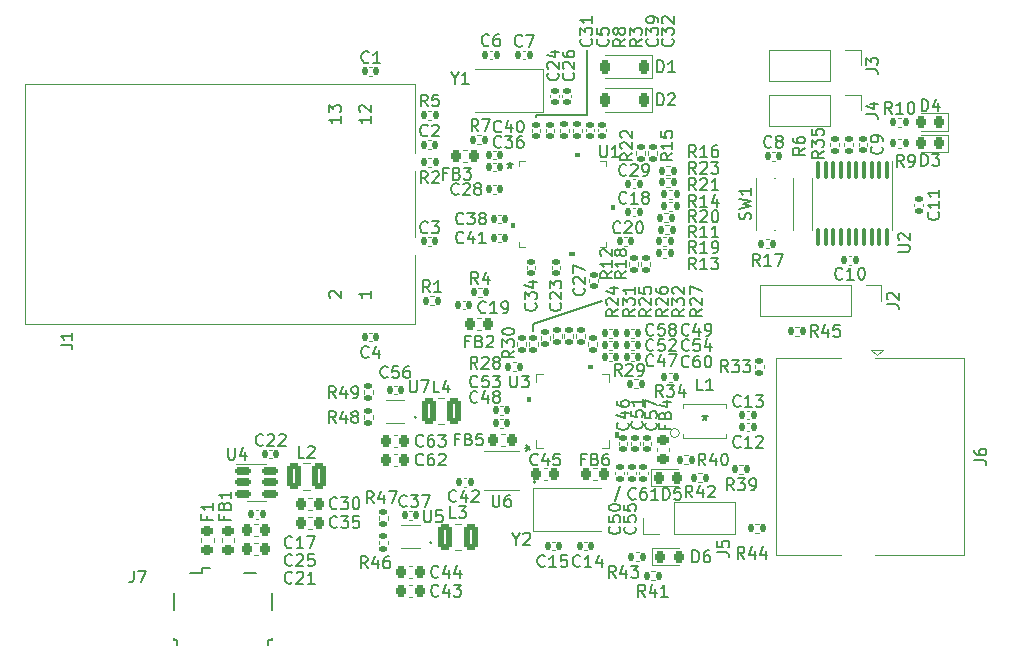
<source format=gto>
%TF.GenerationSoftware,KiCad,Pcbnew,7.0.1*%
%TF.CreationDate,2023-03-30T19:37:26+02:00*%
%TF.ProjectId,home-media-converter,686f6d65-2d6d-4656-9469-612d636f6e76,rev?*%
%TF.SameCoordinates,Original*%
%TF.FileFunction,Legend,Top*%
%TF.FilePolarity,Positive*%
%FSLAX46Y46*%
G04 Gerber Fmt 4.6, Leading zero omitted, Abs format (unit mm)*
G04 Created by KiCad (PCBNEW 7.0.1) date 2023-03-30 19:37:26*
%MOMM*%
%LPD*%
G01*
G04 APERTURE LIST*
G04 Aperture macros list*
%AMRoundRect*
0 Rectangle with rounded corners*
0 $1 Rounding radius*
0 $2 $3 $4 $5 $6 $7 $8 $9 X,Y pos of 4 corners*
0 Add a 4 corners polygon primitive as box body*
4,1,4,$2,$3,$4,$5,$6,$7,$8,$9,$2,$3,0*
0 Add four circle primitives for the rounded corners*
1,1,$1+$1,$2,$3*
1,1,$1+$1,$4,$5*
1,1,$1+$1,$6,$7*
1,1,$1+$1,$8,$9*
0 Add four rect primitives between the rounded corners*
20,1,$1+$1,$2,$3,$4,$5,0*
20,1,$1+$1,$4,$5,$6,$7,0*
20,1,$1+$1,$6,$7,$8,$9,0*
20,1,$1+$1,$8,$9,$2,$3,0*%
G04 Aperture macros list end*
%ADD10C,0.150000*%
%ADD11C,0.120000*%
%ADD12C,0.100000*%
%ADD13C,3.800000*%
%ADD14C,2.600000*%
%ADD15RoundRect,0.135000X-0.185000X0.135000X-0.185000X-0.135000X0.185000X-0.135000X0.185000X0.135000X0*%
%ADD16RoundRect,0.140000X0.170000X-0.140000X0.170000X0.140000X-0.170000X0.140000X-0.170000X-0.140000X0*%
%ADD17R,0.254800X0.807999*%
%ADD18R,0.807999X0.254800*%
%ADD19R,3.810000X3.810000*%
%ADD20RoundRect,0.225000X-0.225000X-0.250000X0.225000X-0.250000X0.225000X0.250000X-0.225000X0.250000X0*%
%ADD21R,5.156200X5.156200*%
%ADD22R,0.254800X0.757199*%
%ADD23R,0.757199X0.254800*%
%ADD24RoundRect,0.140000X0.140000X0.170000X-0.140000X0.170000X-0.140000X-0.170000X0.140000X-0.170000X0*%
%ADD25RoundRect,0.135000X0.185000X-0.135000X0.185000X0.135000X-0.185000X0.135000X-0.185000X-0.135000X0*%
%ADD26RoundRect,0.218750X-0.256250X0.218750X-0.256250X-0.218750X0.256250X-0.218750X0.256250X0.218750X0*%
%ADD27RoundRect,0.225000X0.225000X0.250000X-0.225000X0.250000X-0.225000X-0.250000X0.225000X-0.250000X0*%
%ADD28RoundRect,0.135000X-0.135000X-0.185000X0.135000X-0.185000X0.135000X0.185000X-0.135000X0.185000X0*%
%ADD29RoundRect,0.135000X0.135000X0.185000X-0.135000X0.185000X-0.135000X-0.185000X0.135000X-0.185000X0*%
%ADD30RoundRect,0.140000X-0.140000X-0.170000X0.140000X-0.170000X0.140000X0.170000X-0.140000X0.170000X0*%
%ADD31R,2.000000X2.400000*%
%ADD32RoundRect,0.218750X0.256250X-0.218750X0.256250X0.218750X-0.256250X0.218750X-0.256250X-0.218750X0*%
%ADD33C,2.082800*%
%ADD34C,1.624000*%
%ADD35C,1.524000*%
%ADD36C,3.251200*%
%ADD37RoundRect,0.140000X-0.170000X0.140000X-0.170000X-0.140000X0.170000X-0.140000X0.170000X0.140000X0*%
%ADD38RoundRect,0.218750X-0.218750X-0.256250X0.218750X-0.256250X0.218750X0.256250X-0.218750X0.256250X0*%
%ADD39R,0.706399X0.229400*%
%ADD40R,1.700000X1.700000*%
%ADD41O,1.700000X1.700000*%
%ADD42RoundRect,0.250000X-0.375000X-0.850000X0.375000X-0.850000X0.375000X0.850000X-0.375000X0.850000X0*%
%ADD43RoundRect,0.100000X-0.100000X0.637500X-0.100000X-0.637500X0.100000X-0.637500X0.100000X0.637500X0*%
%ADD44RoundRect,0.150000X-0.512500X-0.150000X0.512500X-0.150000X0.512500X0.150000X-0.512500X0.150000X0*%
%ADD45O,0.800000X0.800000*%
%ADD46R,0.450000X1.300000*%
%ADD47O,1.450000X2.000000*%
%ADD48O,1.150000X1.800000*%
%ADD49R,1.041400X0.609600*%
%ADD50R,1.000000X0.900000*%
%ADD51RoundRect,0.218750X0.218750X0.256250X-0.218750X0.256250X-0.218750X-0.256250X0.218750X-0.256250X0*%
%ADD52R,0.931065X0.302473*%
%ADD53R,1.749999X2.500000*%
%ADD54C,3.250000*%
%ADD55R,1.500000X1.500000*%
%ADD56C,1.500000*%
%ADD57C,2.300000*%
%ADD58RoundRect,0.225000X0.225000X0.375000X-0.225000X0.375000X-0.225000X-0.375000X0.225000X-0.375000X0*%
G04 APERTURE END LIST*
D10*
X83400000Y-145600000D02*
X83800000Y-144300000D01*
X76700000Y-112900000D02*
X76700000Y-113100000D01*
X81000000Y-112900000D02*
X76700000Y-112900000D01*
X81000000Y-107400000D02*
X81000000Y-112900000D01*
X76500000Y-130600000D02*
X76500000Y-131200000D01*
X82300000Y-128600000D02*
X76500000Y-130600000D01*
X85662619Y-106466666D02*
X85186428Y-106799999D01*
X85662619Y-107038094D02*
X84662619Y-107038094D01*
X84662619Y-107038094D02*
X84662619Y-106657142D01*
X84662619Y-106657142D02*
X84710238Y-106561904D01*
X84710238Y-106561904D02*
X84757857Y-106514285D01*
X84757857Y-106514285D02*
X84853095Y-106466666D01*
X84853095Y-106466666D02*
X84995952Y-106466666D01*
X84995952Y-106466666D02*
X85091190Y-106514285D01*
X85091190Y-106514285D02*
X85138809Y-106561904D01*
X85138809Y-106561904D02*
X85186428Y-106657142D01*
X85186428Y-106657142D02*
X85186428Y-107038094D01*
X84662619Y-106133332D02*
X84662619Y-105514285D01*
X84662619Y-105514285D02*
X85043571Y-105847618D01*
X85043571Y-105847618D02*
X85043571Y-105704761D01*
X85043571Y-105704761D02*
X85091190Y-105609523D01*
X85091190Y-105609523D02*
X85138809Y-105561904D01*
X85138809Y-105561904D02*
X85234047Y-105514285D01*
X85234047Y-105514285D02*
X85472142Y-105514285D01*
X85472142Y-105514285D02*
X85567380Y-105561904D01*
X85567380Y-105561904D02*
X85615000Y-105609523D01*
X85615000Y-105609523D02*
X85662619Y-105704761D01*
X85662619Y-105704761D02*
X85662619Y-105990475D01*
X85662619Y-105990475D02*
X85615000Y-106085713D01*
X85615000Y-106085713D02*
X85567380Y-106133332D01*
X78567380Y-109342857D02*
X78615000Y-109390476D01*
X78615000Y-109390476D02*
X78662619Y-109533333D01*
X78662619Y-109533333D02*
X78662619Y-109628571D01*
X78662619Y-109628571D02*
X78615000Y-109771428D01*
X78615000Y-109771428D02*
X78519761Y-109866666D01*
X78519761Y-109866666D02*
X78424523Y-109914285D01*
X78424523Y-109914285D02*
X78234047Y-109961904D01*
X78234047Y-109961904D02*
X78091190Y-109961904D01*
X78091190Y-109961904D02*
X77900714Y-109914285D01*
X77900714Y-109914285D02*
X77805476Y-109866666D01*
X77805476Y-109866666D02*
X77710238Y-109771428D01*
X77710238Y-109771428D02*
X77662619Y-109628571D01*
X77662619Y-109628571D02*
X77662619Y-109533333D01*
X77662619Y-109533333D02*
X77710238Y-109390476D01*
X77710238Y-109390476D02*
X77757857Y-109342857D01*
X77757857Y-108961904D02*
X77710238Y-108914285D01*
X77710238Y-108914285D02*
X77662619Y-108819047D01*
X77662619Y-108819047D02*
X77662619Y-108580952D01*
X77662619Y-108580952D02*
X77710238Y-108485714D01*
X77710238Y-108485714D02*
X77757857Y-108438095D01*
X77757857Y-108438095D02*
X77853095Y-108390476D01*
X77853095Y-108390476D02*
X77948333Y-108390476D01*
X77948333Y-108390476D02*
X78091190Y-108438095D01*
X78091190Y-108438095D02*
X78662619Y-109009523D01*
X78662619Y-109009523D02*
X78662619Y-108390476D01*
X77995952Y-107533333D02*
X78662619Y-107533333D01*
X77615000Y-107771428D02*
X78329285Y-108009523D01*
X78329285Y-108009523D02*
X78329285Y-107390476D01*
X74538095Y-134962619D02*
X74538095Y-135772142D01*
X74538095Y-135772142D02*
X74585714Y-135867380D01*
X74585714Y-135867380D02*
X74633333Y-135915000D01*
X74633333Y-135915000D02*
X74728571Y-135962619D01*
X74728571Y-135962619D02*
X74919047Y-135962619D01*
X74919047Y-135962619D02*
X75014285Y-135915000D01*
X75014285Y-135915000D02*
X75061904Y-135867380D01*
X75061904Y-135867380D02*
X75109523Y-135772142D01*
X75109523Y-135772142D02*
X75109523Y-134962619D01*
X75490476Y-134962619D02*
X76109523Y-134962619D01*
X76109523Y-134962619D02*
X75776190Y-135343571D01*
X75776190Y-135343571D02*
X75919047Y-135343571D01*
X75919047Y-135343571D02*
X76014285Y-135391190D01*
X76014285Y-135391190D02*
X76061904Y-135438809D01*
X76061904Y-135438809D02*
X76109523Y-135534047D01*
X76109523Y-135534047D02*
X76109523Y-135772142D01*
X76109523Y-135772142D02*
X76061904Y-135867380D01*
X76061904Y-135867380D02*
X76014285Y-135915000D01*
X76014285Y-135915000D02*
X75919047Y-135962619D01*
X75919047Y-135962619D02*
X75633333Y-135962619D01*
X75633333Y-135962619D02*
X75538095Y-135915000D01*
X75538095Y-135915000D02*
X75490476Y-135867380D01*
X75762619Y-141099999D02*
X76000714Y-141099999D01*
X75905476Y-141338094D02*
X76000714Y-141099999D01*
X76000714Y-141099999D02*
X75905476Y-140861904D01*
X76191190Y-141242856D02*
X76000714Y-141099999D01*
X76000714Y-141099999D02*
X76191190Y-140957142D01*
X56057142Y-152467380D02*
X56009523Y-152515000D01*
X56009523Y-152515000D02*
X55866666Y-152562619D01*
X55866666Y-152562619D02*
X55771428Y-152562619D01*
X55771428Y-152562619D02*
X55628571Y-152515000D01*
X55628571Y-152515000D02*
X55533333Y-152419761D01*
X55533333Y-152419761D02*
X55485714Y-152324523D01*
X55485714Y-152324523D02*
X55438095Y-152134047D01*
X55438095Y-152134047D02*
X55438095Y-151991190D01*
X55438095Y-151991190D02*
X55485714Y-151800714D01*
X55485714Y-151800714D02*
X55533333Y-151705476D01*
X55533333Y-151705476D02*
X55628571Y-151610238D01*
X55628571Y-151610238D02*
X55771428Y-151562619D01*
X55771428Y-151562619D02*
X55866666Y-151562619D01*
X55866666Y-151562619D02*
X56009523Y-151610238D01*
X56009523Y-151610238D02*
X56057142Y-151657857D01*
X56438095Y-151657857D02*
X56485714Y-151610238D01*
X56485714Y-151610238D02*
X56580952Y-151562619D01*
X56580952Y-151562619D02*
X56819047Y-151562619D01*
X56819047Y-151562619D02*
X56914285Y-151610238D01*
X56914285Y-151610238D02*
X56961904Y-151657857D01*
X56961904Y-151657857D02*
X57009523Y-151753095D01*
X57009523Y-151753095D02*
X57009523Y-151848333D01*
X57009523Y-151848333D02*
X56961904Y-151991190D01*
X56961904Y-151991190D02*
X56390476Y-152562619D01*
X56390476Y-152562619D02*
X57009523Y-152562619D01*
X57961904Y-152562619D02*
X57390476Y-152562619D01*
X57676190Y-152562619D02*
X57676190Y-151562619D01*
X57676190Y-151562619D02*
X57580952Y-151705476D01*
X57580952Y-151705476D02*
X57485714Y-151800714D01*
X57485714Y-151800714D02*
X57390476Y-151848333D01*
X82138095Y-115462619D02*
X82138095Y-116272142D01*
X82138095Y-116272142D02*
X82185714Y-116367380D01*
X82185714Y-116367380D02*
X82233333Y-116415000D01*
X82233333Y-116415000D02*
X82328571Y-116462619D01*
X82328571Y-116462619D02*
X82519047Y-116462619D01*
X82519047Y-116462619D02*
X82614285Y-116415000D01*
X82614285Y-116415000D02*
X82661904Y-116367380D01*
X82661904Y-116367380D02*
X82709523Y-116272142D01*
X82709523Y-116272142D02*
X82709523Y-115462619D01*
X83709523Y-116462619D02*
X83138095Y-116462619D01*
X83423809Y-116462619D02*
X83423809Y-115462619D01*
X83423809Y-115462619D02*
X83328571Y-115605476D01*
X83328571Y-115605476D02*
X83233333Y-115700714D01*
X83233333Y-115700714D02*
X83138095Y-115748333D01*
X74486400Y-116912619D02*
X74486400Y-117150714D01*
X74248305Y-117055476D02*
X74486400Y-117150714D01*
X74486400Y-117150714D02*
X74724495Y-117055476D01*
X74343543Y-117341190D02*
X74486400Y-117150714D01*
X74486400Y-117150714D02*
X74629257Y-117341190D01*
X74486400Y-116912619D02*
X74486400Y-117150714D01*
X74248305Y-117055476D02*
X74486400Y-117150714D01*
X74486400Y-117150714D02*
X74724495Y-117055476D01*
X74343543Y-117341190D02*
X74486400Y-117150714D01*
X74486400Y-117150714D02*
X74629257Y-117341190D01*
X96633333Y-115567380D02*
X96585714Y-115615000D01*
X96585714Y-115615000D02*
X96442857Y-115662619D01*
X96442857Y-115662619D02*
X96347619Y-115662619D01*
X96347619Y-115662619D02*
X96204762Y-115615000D01*
X96204762Y-115615000D02*
X96109524Y-115519761D01*
X96109524Y-115519761D02*
X96061905Y-115424523D01*
X96061905Y-115424523D02*
X96014286Y-115234047D01*
X96014286Y-115234047D02*
X96014286Y-115091190D01*
X96014286Y-115091190D02*
X96061905Y-114900714D01*
X96061905Y-114900714D02*
X96109524Y-114805476D01*
X96109524Y-114805476D02*
X96204762Y-114710238D01*
X96204762Y-114710238D02*
X96347619Y-114662619D01*
X96347619Y-114662619D02*
X96442857Y-114662619D01*
X96442857Y-114662619D02*
X96585714Y-114710238D01*
X96585714Y-114710238D02*
X96633333Y-114757857D01*
X97204762Y-115091190D02*
X97109524Y-115043571D01*
X97109524Y-115043571D02*
X97061905Y-114995952D01*
X97061905Y-114995952D02*
X97014286Y-114900714D01*
X97014286Y-114900714D02*
X97014286Y-114853095D01*
X97014286Y-114853095D02*
X97061905Y-114757857D01*
X97061905Y-114757857D02*
X97109524Y-114710238D01*
X97109524Y-114710238D02*
X97204762Y-114662619D01*
X97204762Y-114662619D02*
X97395238Y-114662619D01*
X97395238Y-114662619D02*
X97490476Y-114710238D01*
X97490476Y-114710238D02*
X97538095Y-114757857D01*
X97538095Y-114757857D02*
X97585714Y-114853095D01*
X97585714Y-114853095D02*
X97585714Y-114900714D01*
X97585714Y-114900714D02*
X97538095Y-114995952D01*
X97538095Y-114995952D02*
X97490476Y-115043571D01*
X97490476Y-115043571D02*
X97395238Y-115091190D01*
X97395238Y-115091190D02*
X97204762Y-115091190D01*
X97204762Y-115091190D02*
X97109524Y-115138809D01*
X97109524Y-115138809D02*
X97061905Y-115186428D01*
X97061905Y-115186428D02*
X97014286Y-115281666D01*
X97014286Y-115281666D02*
X97014286Y-115472142D01*
X97014286Y-115472142D02*
X97061905Y-115567380D01*
X97061905Y-115567380D02*
X97109524Y-115615000D01*
X97109524Y-115615000D02*
X97204762Y-115662619D01*
X97204762Y-115662619D02*
X97395238Y-115662619D01*
X97395238Y-115662619D02*
X97490476Y-115615000D01*
X97490476Y-115615000D02*
X97538095Y-115567380D01*
X97538095Y-115567380D02*
X97585714Y-115472142D01*
X97585714Y-115472142D02*
X97585714Y-115281666D01*
X97585714Y-115281666D02*
X97538095Y-115186428D01*
X97538095Y-115186428D02*
X97490476Y-115138809D01*
X97490476Y-115138809D02*
X97395238Y-115091190D01*
X84862619Y-116142857D02*
X84386428Y-116476190D01*
X84862619Y-116714285D02*
X83862619Y-116714285D01*
X83862619Y-116714285D02*
X83862619Y-116333333D01*
X83862619Y-116333333D02*
X83910238Y-116238095D01*
X83910238Y-116238095D02*
X83957857Y-116190476D01*
X83957857Y-116190476D02*
X84053095Y-116142857D01*
X84053095Y-116142857D02*
X84195952Y-116142857D01*
X84195952Y-116142857D02*
X84291190Y-116190476D01*
X84291190Y-116190476D02*
X84338809Y-116238095D01*
X84338809Y-116238095D02*
X84386428Y-116333333D01*
X84386428Y-116333333D02*
X84386428Y-116714285D01*
X83957857Y-115761904D02*
X83910238Y-115714285D01*
X83910238Y-115714285D02*
X83862619Y-115619047D01*
X83862619Y-115619047D02*
X83862619Y-115380952D01*
X83862619Y-115380952D02*
X83910238Y-115285714D01*
X83910238Y-115285714D02*
X83957857Y-115238095D01*
X83957857Y-115238095D02*
X84053095Y-115190476D01*
X84053095Y-115190476D02*
X84148333Y-115190476D01*
X84148333Y-115190476D02*
X84291190Y-115238095D01*
X84291190Y-115238095D02*
X84862619Y-115809523D01*
X84862619Y-115809523D02*
X84862619Y-115190476D01*
X83957857Y-114809523D02*
X83910238Y-114761904D01*
X83910238Y-114761904D02*
X83862619Y-114666666D01*
X83862619Y-114666666D02*
X83862619Y-114428571D01*
X83862619Y-114428571D02*
X83910238Y-114333333D01*
X83910238Y-114333333D02*
X83957857Y-114285714D01*
X83957857Y-114285714D02*
X84053095Y-114238095D01*
X84053095Y-114238095D02*
X84148333Y-114238095D01*
X84148333Y-114238095D02*
X84291190Y-114285714D01*
X84291190Y-114285714D02*
X84862619Y-114857142D01*
X84862619Y-114857142D02*
X84862619Y-114238095D01*
X50338809Y-146833333D02*
X50338809Y-147166666D01*
X50862619Y-147166666D02*
X49862619Y-147166666D01*
X49862619Y-147166666D02*
X49862619Y-146690476D01*
X50338809Y-145976190D02*
X50386428Y-145833333D01*
X50386428Y-145833333D02*
X50434047Y-145785714D01*
X50434047Y-145785714D02*
X50529285Y-145738095D01*
X50529285Y-145738095D02*
X50672142Y-145738095D01*
X50672142Y-145738095D02*
X50767380Y-145785714D01*
X50767380Y-145785714D02*
X50815000Y-145833333D01*
X50815000Y-145833333D02*
X50862619Y-145928571D01*
X50862619Y-145928571D02*
X50862619Y-146309523D01*
X50862619Y-146309523D02*
X49862619Y-146309523D01*
X49862619Y-146309523D02*
X49862619Y-145976190D01*
X49862619Y-145976190D02*
X49910238Y-145880952D01*
X49910238Y-145880952D02*
X49957857Y-145833333D01*
X49957857Y-145833333D02*
X50053095Y-145785714D01*
X50053095Y-145785714D02*
X50148333Y-145785714D01*
X50148333Y-145785714D02*
X50243571Y-145833333D01*
X50243571Y-145833333D02*
X50291190Y-145880952D01*
X50291190Y-145880952D02*
X50338809Y-145976190D01*
X50338809Y-145976190D02*
X50338809Y-146309523D01*
X50862619Y-144785714D02*
X50862619Y-145357142D01*
X50862619Y-145071428D02*
X49862619Y-145071428D01*
X49862619Y-145071428D02*
X50005476Y-145166666D01*
X50005476Y-145166666D02*
X50100714Y-145261904D01*
X50100714Y-145261904D02*
X50148333Y-145357142D01*
X67157142Y-140867380D02*
X67109523Y-140915000D01*
X67109523Y-140915000D02*
X66966666Y-140962619D01*
X66966666Y-140962619D02*
X66871428Y-140962619D01*
X66871428Y-140962619D02*
X66728571Y-140915000D01*
X66728571Y-140915000D02*
X66633333Y-140819761D01*
X66633333Y-140819761D02*
X66585714Y-140724523D01*
X66585714Y-140724523D02*
X66538095Y-140534047D01*
X66538095Y-140534047D02*
X66538095Y-140391190D01*
X66538095Y-140391190D02*
X66585714Y-140200714D01*
X66585714Y-140200714D02*
X66633333Y-140105476D01*
X66633333Y-140105476D02*
X66728571Y-140010238D01*
X66728571Y-140010238D02*
X66871428Y-139962619D01*
X66871428Y-139962619D02*
X66966666Y-139962619D01*
X66966666Y-139962619D02*
X67109523Y-140010238D01*
X67109523Y-140010238D02*
X67157142Y-140057857D01*
X68014285Y-139962619D02*
X67823809Y-139962619D01*
X67823809Y-139962619D02*
X67728571Y-140010238D01*
X67728571Y-140010238D02*
X67680952Y-140057857D01*
X67680952Y-140057857D02*
X67585714Y-140200714D01*
X67585714Y-140200714D02*
X67538095Y-140391190D01*
X67538095Y-140391190D02*
X67538095Y-140772142D01*
X67538095Y-140772142D02*
X67585714Y-140867380D01*
X67585714Y-140867380D02*
X67633333Y-140915000D01*
X67633333Y-140915000D02*
X67728571Y-140962619D01*
X67728571Y-140962619D02*
X67919047Y-140962619D01*
X67919047Y-140962619D02*
X68014285Y-140915000D01*
X68014285Y-140915000D02*
X68061904Y-140867380D01*
X68061904Y-140867380D02*
X68109523Y-140772142D01*
X68109523Y-140772142D02*
X68109523Y-140534047D01*
X68109523Y-140534047D02*
X68061904Y-140438809D01*
X68061904Y-140438809D02*
X68014285Y-140391190D01*
X68014285Y-140391190D02*
X67919047Y-140343571D01*
X67919047Y-140343571D02*
X67728571Y-140343571D01*
X67728571Y-140343571D02*
X67633333Y-140391190D01*
X67633333Y-140391190D02*
X67585714Y-140438809D01*
X67585714Y-140438809D02*
X67538095Y-140534047D01*
X68442857Y-139962619D02*
X69061904Y-139962619D01*
X69061904Y-139962619D02*
X68728571Y-140343571D01*
X68728571Y-140343571D02*
X68871428Y-140343571D01*
X68871428Y-140343571D02*
X68966666Y-140391190D01*
X68966666Y-140391190D02*
X69014285Y-140438809D01*
X69014285Y-140438809D02*
X69061904Y-140534047D01*
X69061904Y-140534047D02*
X69061904Y-140772142D01*
X69061904Y-140772142D02*
X69014285Y-140867380D01*
X69014285Y-140867380D02*
X68966666Y-140915000D01*
X68966666Y-140915000D02*
X68871428Y-140962619D01*
X68871428Y-140962619D02*
X68585714Y-140962619D01*
X68585714Y-140962619D02*
X68490476Y-140915000D01*
X68490476Y-140915000D02*
X68442857Y-140867380D01*
X90257142Y-120662619D02*
X89923809Y-120186428D01*
X89685714Y-120662619D02*
X89685714Y-119662619D01*
X89685714Y-119662619D02*
X90066666Y-119662619D01*
X90066666Y-119662619D02*
X90161904Y-119710238D01*
X90161904Y-119710238D02*
X90209523Y-119757857D01*
X90209523Y-119757857D02*
X90257142Y-119853095D01*
X90257142Y-119853095D02*
X90257142Y-119995952D01*
X90257142Y-119995952D02*
X90209523Y-120091190D01*
X90209523Y-120091190D02*
X90161904Y-120138809D01*
X90161904Y-120138809D02*
X90066666Y-120186428D01*
X90066666Y-120186428D02*
X89685714Y-120186428D01*
X91209523Y-120662619D02*
X90638095Y-120662619D01*
X90923809Y-120662619D02*
X90923809Y-119662619D01*
X90923809Y-119662619D02*
X90828571Y-119805476D01*
X90828571Y-119805476D02*
X90733333Y-119900714D01*
X90733333Y-119900714D02*
X90638095Y-119948333D01*
X92066666Y-119995952D02*
X92066666Y-120662619D01*
X91828571Y-119615000D02*
X91590476Y-120329285D01*
X91590476Y-120329285D02*
X92209523Y-120329285D01*
X85957142Y-153662619D02*
X85623809Y-153186428D01*
X85385714Y-153662619D02*
X85385714Y-152662619D01*
X85385714Y-152662619D02*
X85766666Y-152662619D01*
X85766666Y-152662619D02*
X85861904Y-152710238D01*
X85861904Y-152710238D02*
X85909523Y-152757857D01*
X85909523Y-152757857D02*
X85957142Y-152853095D01*
X85957142Y-152853095D02*
X85957142Y-152995952D01*
X85957142Y-152995952D02*
X85909523Y-153091190D01*
X85909523Y-153091190D02*
X85861904Y-153138809D01*
X85861904Y-153138809D02*
X85766666Y-153186428D01*
X85766666Y-153186428D02*
X85385714Y-153186428D01*
X86814285Y-152995952D02*
X86814285Y-153662619D01*
X86576190Y-152615000D02*
X86338095Y-153329285D01*
X86338095Y-153329285D02*
X86957142Y-153329285D01*
X87861904Y-153662619D02*
X87290476Y-153662619D01*
X87576190Y-153662619D02*
X87576190Y-152662619D01*
X87576190Y-152662619D02*
X87480952Y-152805476D01*
X87480952Y-152805476D02*
X87385714Y-152900714D01*
X87385714Y-152900714D02*
X87290476Y-152948333D01*
X85157142Y-145367380D02*
X85109523Y-145415000D01*
X85109523Y-145415000D02*
X84966666Y-145462619D01*
X84966666Y-145462619D02*
X84871428Y-145462619D01*
X84871428Y-145462619D02*
X84728571Y-145415000D01*
X84728571Y-145415000D02*
X84633333Y-145319761D01*
X84633333Y-145319761D02*
X84585714Y-145224523D01*
X84585714Y-145224523D02*
X84538095Y-145034047D01*
X84538095Y-145034047D02*
X84538095Y-144891190D01*
X84538095Y-144891190D02*
X84585714Y-144700714D01*
X84585714Y-144700714D02*
X84633333Y-144605476D01*
X84633333Y-144605476D02*
X84728571Y-144510238D01*
X84728571Y-144510238D02*
X84871428Y-144462619D01*
X84871428Y-144462619D02*
X84966666Y-144462619D01*
X84966666Y-144462619D02*
X85109523Y-144510238D01*
X85109523Y-144510238D02*
X85157142Y-144557857D01*
X86014285Y-144462619D02*
X85823809Y-144462619D01*
X85823809Y-144462619D02*
X85728571Y-144510238D01*
X85728571Y-144510238D02*
X85680952Y-144557857D01*
X85680952Y-144557857D02*
X85585714Y-144700714D01*
X85585714Y-144700714D02*
X85538095Y-144891190D01*
X85538095Y-144891190D02*
X85538095Y-145272142D01*
X85538095Y-145272142D02*
X85585714Y-145367380D01*
X85585714Y-145367380D02*
X85633333Y-145415000D01*
X85633333Y-145415000D02*
X85728571Y-145462619D01*
X85728571Y-145462619D02*
X85919047Y-145462619D01*
X85919047Y-145462619D02*
X86014285Y-145415000D01*
X86014285Y-145415000D02*
X86061904Y-145367380D01*
X86061904Y-145367380D02*
X86109523Y-145272142D01*
X86109523Y-145272142D02*
X86109523Y-145034047D01*
X86109523Y-145034047D02*
X86061904Y-144938809D01*
X86061904Y-144938809D02*
X86014285Y-144891190D01*
X86014285Y-144891190D02*
X85919047Y-144843571D01*
X85919047Y-144843571D02*
X85728571Y-144843571D01*
X85728571Y-144843571D02*
X85633333Y-144891190D01*
X85633333Y-144891190D02*
X85585714Y-144938809D01*
X85585714Y-144938809D02*
X85538095Y-145034047D01*
X87061904Y-145462619D02*
X86490476Y-145462619D01*
X86776190Y-145462619D02*
X86776190Y-144462619D01*
X86776190Y-144462619D02*
X86680952Y-144605476D01*
X86680952Y-144605476D02*
X86585714Y-144700714D01*
X86585714Y-144700714D02*
X86490476Y-144748333D01*
X86462619Y-129342857D02*
X85986428Y-129676190D01*
X86462619Y-129914285D02*
X85462619Y-129914285D01*
X85462619Y-129914285D02*
X85462619Y-129533333D01*
X85462619Y-129533333D02*
X85510238Y-129438095D01*
X85510238Y-129438095D02*
X85557857Y-129390476D01*
X85557857Y-129390476D02*
X85653095Y-129342857D01*
X85653095Y-129342857D02*
X85795952Y-129342857D01*
X85795952Y-129342857D02*
X85891190Y-129390476D01*
X85891190Y-129390476D02*
X85938809Y-129438095D01*
X85938809Y-129438095D02*
X85986428Y-129533333D01*
X85986428Y-129533333D02*
X85986428Y-129914285D01*
X85557857Y-128961904D02*
X85510238Y-128914285D01*
X85510238Y-128914285D02*
X85462619Y-128819047D01*
X85462619Y-128819047D02*
X85462619Y-128580952D01*
X85462619Y-128580952D02*
X85510238Y-128485714D01*
X85510238Y-128485714D02*
X85557857Y-128438095D01*
X85557857Y-128438095D02*
X85653095Y-128390476D01*
X85653095Y-128390476D02*
X85748333Y-128390476D01*
X85748333Y-128390476D02*
X85891190Y-128438095D01*
X85891190Y-128438095D02*
X86462619Y-129009523D01*
X86462619Y-129009523D02*
X86462619Y-128390476D01*
X85462619Y-127485714D02*
X85462619Y-127961904D01*
X85462619Y-127961904D02*
X85938809Y-128009523D01*
X85938809Y-128009523D02*
X85891190Y-127961904D01*
X85891190Y-127961904D02*
X85843571Y-127866666D01*
X85843571Y-127866666D02*
X85843571Y-127628571D01*
X85843571Y-127628571D02*
X85891190Y-127533333D01*
X85891190Y-127533333D02*
X85938809Y-127485714D01*
X85938809Y-127485714D02*
X86034047Y-127438095D01*
X86034047Y-127438095D02*
X86272142Y-127438095D01*
X86272142Y-127438095D02*
X86367380Y-127485714D01*
X86367380Y-127485714D02*
X86415000Y-127533333D01*
X86415000Y-127533333D02*
X86462619Y-127628571D01*
X86462619Y-127628571D02*
X86462619Y-127866666D01*
X86462619Y-127866666D02*
X86415000Y-127961904D01*
X86415000Y-127961904D02*
X86367380Y-128009523D01*
X62553333Y-108407380D02*
X62505714Y-108455000D01*
X62505714Y-108455000D02*
X62362857Y-108502619D01*
X62362857Y-108502619D02*
X62267619Y-108502619D01*
X62267619Y-108502619D02*
X62124762Y-108455000D01*
X62124762Y-108455000D02*
X62029524Y-108359761D01*
X62029524Y-108359761D02*
X61981905Y-108264523D01*
X61981905Y-108264523D02*
X61934286Y-108074047D01*
X61934286Y-108074047D02*
X61934286Y-107931190D01*
X61934286Y-107931190D02*
X61981905Y-107740714D01*
X61981905Y-107740714D02*
X62029524Y-107645476D01*
X62029524Y-107645476D02*
X62124762Y-107550238D01*
X62124762Y-107550238D02*
X62267619Y-107502619D01*
X62267619Y-107502619D02*
X62362857Y-107502619D01*
X62362857Y-107502619D02*
X62505714Y-107550238D01*
X62505714Y-107550238D02*
X62553333Y-107597857D01*
X63505714Y-108502619D02*
X62934286Y-108502619D01*
X63220000Y-108502619D02*
X63220000Y-107502619D01*
X63220000Y-107502619D02*
X63124762Y-107645476D01*
X63124762Y-107645476D02*
X63029524Y-107740714D01*
X63029524Y-107740714D02*
X62934286Y-107788333D01*
X90257142Y-119262619D02*
X89923809Y-118786428D01*
X89685714Y-119262619D02*
X89685714Y-118262619D01*
X89685714Y-118262619D02*
X90066666Y-118262619D01*
X90066666Y-118262619D02*
X90161904Y-118310238D01*
X90161904Y-118310238D02*
X90209523Y-118357857D01*
X90209523Y-118357857D02*
X90257142Y-118453095D01*
X90257142Y-118453095D02*
X90257142Y-118595952D01*
X90257142Y-118595952D02*
X90209523Y-118691190D01*
X90209523Y-118691190D02*
X90161904Y-118738809D01*
X90161904Y-118738809D02*
X90066666Y-118786428D01*
X90066666Y-118786428D02*
X89685714Y-118786428D01*
X90638095Y-118357857D02*
X90685714Y-118310238D01*
X90685714Y-118310238D02*
X90780952Y-118262619D01*
X90780952Y-118262619D02*
X91019047Y-118262619D01*
X91019047Y-118262619D02*
X91114285Y-118310238D01*
X91114285Y-118310238D02*
X91161904Y-118357857D01*
X91161904Y-118357857D02*
X91209523Y-118453095D01*
X91209523Y-118453095D02*
X91209523Y-118548333D01*
X91209523Y-118548333D02*
X91161904Y-118691190D01*
X91161904Y-118691190D02*
X90590476Y-119262619D01*
X90590476Y-119262619D02*
X91209523Y-119262619D01*
X92161904Y-119262619D02*
X91590476Y-119262619D01*
X91876190Y-119262619D02*
X91876190Y-118262619D01*
X91876190Y-118262619D02*
X91780952Y-118405476D01*
X91780952Y-118405476D02*
X91685714Y-118500714D01*
X91685714Y-118500714D02*
X91590476Y-118548333D01*
X85067380Y-147742857D02*
X85115000Y-147790476D01*
X85115000Y-147790476D02*
X85162619Y-147933333D01*
X85162619Y-147933333D02*
X85162619Y-148028571D01*
X85162619Y-148028571D02*
X85115000Y-148171428D01*
X85115000Y-148171428D02*
X85019761Y-148266666D01*
X85019761Y-148266666D02*
X84924523Y-148314285D01*
X84924523Y-148314285D02*
X84734047Y-148361904D01*
X84734047Y-148361904D02*
X84591190Y-148361904D01*
X84591190Y-148361904D02*
X84400714Y-148314285D01*
X84400714Y-148314285D02*
X84305476Y-148266666D01*
X84305476Y-148266666D02*
X84210238Y-148171428D01*
X84210238Y-148171428D02*
X84162619Y-148028571D01*
X84162619Y-148028571D02*
X84162619Y-147933333D01*
X84162619Y-147933333D02*
X84210238Y-147790476D01*
X84210238Y-147790476D02*
X84257857Y-147742857D01*
X84162619Y-146838095D02*
X84162619Y-147314285D01*
X84162619Y-147314285D02*
X84638809Y-147361904D01*
X84638809Y-147361904D02*
X84591190Y-147314285D01*
X84591190Y-147314285D02*
X84543571Y-147219047D01*
X84543571Y-147219047D02*
X84543571Y-146980952D01*
X84543571Y-146980952D02*
X84591190Y-146885714D01*
X84591190Y-146885714D02*
X84638809Y-146838095D01*
X84638809Y-146838095D02*
X84734047Y-146790476D01*
X84734047Y-146790476D02*
X84972142Y-146790476D01*
X84972142Y-146790476D02*
X85067380Y-146838095D01*
X85067380Y-146838095D02*
X85115000Y-146885714D01*
X85115000Y-146885714D02*
X85162619Y-146980952D01*
X85162619Y-146980952D02*
X85162619Y-147219047D01*
X85162619Y-147219047D02*
X85115000Y-147314285D01*
X85115000Y-147314285D02*
X85067380Y-147361904D01*
X84162619Y-145885714D02*
X84162619Y-146361904D01*
X84162619Y-146361904D02*
X84638809Y-146409523D01*
X84638809Y-146409523D02*
X84591190Y-146361904D01*
X84591190Y-146361904D02*
X84543571Y-146266666D01*
X84543571Y-146266666D02*
X84543571Y-146028571D01*
X84543571Y-146028571D02*
X84591190Y-145933333D01*
X84591190Y-145933333D02*
X84638809Y-145885714D01*
X84638809Y-145885714D02*
X84734047Y-145838095D01*
X84734047Y-145838095D02*
X84972142Y-145838095D01*
X84972142Y-145838095D02*
X85067380Y-145885714D01*
X85067380Y-145885714D02*
X85115000Y-145933333D01*
X85115000Y-145933333D02*
X85162619Y-146028571D01*
X85162619Y-146028571D02*
X85162619Y-146266666D01*
X85162619Y-146266666D02*
X85115000Y-146361904D01*
X85115000Y-146361904D02*
X85067380Y-146409523D01*
X88267380Y-106442857D02*
X88315000Y-106490476D01*
X88315000Y-106490476D02*
X88362619Y-106633333D01*
X88362619Y-106633333D02*
X88362619Y-106728571D01*
X88362619Y-106728571D02*
X88315000Y-106871428D01*
X88315000Y-106871428D02*
X88219761Y-106966666D01*
X88219761Y-106966666D02*
X88124523Y-107014285D01*
X88124523Y-107014285D02*
X87934047Y-107061904D01*
X87934047Y-107061904D02*
X87791190Y-107061904D01*
X87791190Y-107061904D02*
X87600714Y-107014285D01*
X87600714Y-107014285D02*
X87505476Y-106966666D01*
X87505476Y-106966666D02*
X87410238Y-106871428D01*
X87410238Y-106871428D02*
X87362619Y-106728571D01*
X87362619Y-106728571D02*
X87362619Y-106633333D01*
X87362619Y-106633333D02*
X87410238Y-106490476D01*
X87410238Y-106490476D02*
X87457857Y-106442857D01*
X87362619Y-106109523D02*
X87362619Y-105490476D01*
X87362619Y-105490476D02*
X87743571Y-105823809D01*
X87743571Y-105823809D02*
X87743571Y-105680952D01*
X87743571Y-105680952D02*
X87791190Y-105585714D01*
X87791190Y-105585714D02*
X87838809Y-105538095D01*
X87838809Y-105538095D02*
X87934047Y-105490476D01*
X87934047Y-105490476D02*
X88172142Y-105490476D01*
X88172142Y-105490476D02*
X88267380Y-105538095D01*
X88267380Y-105538095D02*
X88315000Y-105585714D01*
X88315000Y-105585714D02*
X88362619Y-105680952D01*
X88362619Y-105680952D02*
X88362619Y-105966666D01*
X88362619Y-105966666D02*
X88315000Y-106061904D01*
X88315000Y-106061904D02*
X88267380Y-106109523D01*
X87457857Y-105109523D02*
X87410238Y-105061904D01*
X87410238Y-105061904D02*
X87362619Y-104966666D01*
X87362619Y-104966666D02*
X87362619Y-104728571D01*
X87362619Y-104728571D02*
X87410238Y-104633333D01*
X87410238Y-104633333D02*
X87457857Y-104585714D01*
X87457857Y-104585714D02*
X87553095Y-104538095D01*
X87553095Y-104538095D02*
X87648333Y-104538095D01*
X87648333Y-104538095D02*
X87791190Y-104585714D01*
X87791190Y-104585714D02*
X88362619Y-105157142D01*
X88362619Y-105157142D02*
X88362619Y-104538095D01*
X69823809Y-109786428D02*
X69823809Y-110262619D01*
X69490476Y-109262619D02*
X69823809Y-109786428D01*
X69823809Y-109786428D02*
X70157142Y-109262619D01*
X71014285Y-110262619D02*
X70442857Y-110262619D01*
X70728571Y-110262619D02*
X70728571Y-109262619D01*
X70728571Y-109262619D02*
X70633333Y-109405476D01*
X70633333Y-109405476D02*
X70538095Y-109500714D01*
X70538095Y-109500714D02*
X70442857Y-109548333D01*
X87638809Y-139133333D02*
X87638809Y-139466666D01*
X88162619Y-139466666D02*
X87162619Y-139466666D01*
X87162619Y-139466666D02*
X87162619Y-138990476D01*
X87638809Y-138276190D02*
X87686428Y-138133333D01*
X87686428Y-138133333D02*
X87734047Y-138085714D01*
X87734047Y-138085714D02*
X87829285Y-138038095D01*
X87829285Y-138038095D02*
X87972142Y-138038095D01*
X87972142Y-138038095D02*
X88067380Y-138085714D01*
X88067380Y-138085714D02*
X88115000Y-138133333D01*
X88115000Y-138133333D02*
X88162619Y-138228571D01*
X88162619Y-138228571D02*
X88162619Y-138609523D01*
X88162619Y-138609523D02*
X87162619Y-138609523D01*
X87162619Y-138609523D02*
X87162619Y-138276190D01*
X87162619Y-138276190D02*
X87210238Y-138180952D01*
X87210238Y-138180952D02*
X87257857Y-138133333D01*
X87257857Y-138133333D02*
X87353095Y-138085714D01*
X87353095Y-138085714D02*
X87448333Y-138085714D01*
X87448333Y-138085714D02*
X87543571Y-138133333D01*
X87543571Y-138133333D02*
X87591190Y-138180952D01*
X87591190Y-138180952D02*
X87638809Y-138276190D01*
X87638809Y-138276190D02*
X87638809Y-138609523D01*
X87495952Y-137180952D02*
X88162619Y-137180952D01*
X87115000Y-137419047D02*
X87829285Y-137657142D01*
X87829285Y-137657142D02*
X87829285Y-137038095D01*
X36462619Y-132333333D02*
X37176904Y-132333333D01*
X37176904Y-132333333D02*
X37319761Y-132380952D01*
X37319761Y-132380952D02*
X37415000Y-132476190D01*
X37415000Y-132476190D02*
X37462619Y-132619047D01*
X37462619Y-132619047D02*
X37462619Y-132714285D01*
X37462619Y-131333333D02*
X37462619Y-131904761D01*
X37462619Y-131619047D02*
X36462619Y-131619047D01*
X36462619Y-131619047D02*
X36605476Y-131714285D01*
X36605476Y-131714285D02*
X36700714Y-131809523D01*
X36700714Y-131809523D02*
X36748333Y-131904761D01*
X62722619Y-113014476D02*
X62722619Y-113585904D01*
X62722619Y-113300190D02*
X61722619Y-113300190D01*
X61722619Y-113300190D02*
X61865476Y-113395428D01*
X61865476Y-113395428D02*
X61960714Y-113490666D01*
X61960714Y-113490666D02*
X62008333Y-113585904D01*
X61817857Y-112633523D02*
X61770238Y-112585904D01*
X61770238Y-112585904D02*
X61722619Y-112490666D01*
X61722619Y-112490666D02*
X61722619Y-112252571D01*
X61722619Y-112252571D02*
X61770238Y-112157333D01*
X61770238Y-112157333D02*
X61817857Y-112109714D01*
X61817857Y-112109714D02*
X61913095Y-112062095D01*
X61913095Y-112062095D02*
X62008333Y-112062095D01*
X62008333Y-112062095D02*
X62151190Y-112109714D01*
X62151190Y-112109714D02*
X62722619Y-112681142D01*
X62722619Y-112681142D02*
X62722619Y-112062095D01*
X60182619Y-113014476D02*
X60182619Y-113585904D01*
X60182619Y-113300190D02*
X59182619Y-113300190D01*
X59182619Y-113300190D02*
X59325476Y-113395428D01*
X59325476Y-113395428D02*
X59420714Y-113490666D01*
X59420714Y-113490666D02*
X59468333Y-113585904D01*
X59182619Y-112681142D02*
X59182619Y-112062095D01*
X59182619Y-112062095D02*
X59563571Y-112395428D01*
X59563571Y-112395428D02*
X59563571Y-112252571D01*
X59563571Y-112252571D02*
X59611190Y-112157333D01*
X59611190Y-112157333D02*
X59658809Y-112109714D01*
X59658809Y-112109714D02*
X59754047Y-112062095D01*
X59754047Y-112062095D02*
X59992142Y-112062095D01*
X59992142Y-112062095D02*
X60087380Y-112109714D01*
X60087380Y-112109714D02*
X60135000Y-112157333D01*
X60135000Y-112157333D02*
X60182619Y-112252571D01*
X60182619Y-112252571D02*
X60182619Y-112538285D01*
X60182619Y-112538285D02*
X60135000Y-112633523D01*
X60135000Y-112633523D02*
X60087380Y-112681142D01*
X59277857Y-128349713D02*
X59230238Y-128302094D01*
X59230238Y-128302094D02*
X59182619Y-128206856D01*
X59182619Y-128206856D02*
X59182619Y-127968761D01*
X59182619Y-127968761D02*
X59230238Y-127873523D01*
X59230238Y-127873523D02*
X59277857Y-127825904D01*
X59277857Y-127825904D02*
X59373095Y-127778285D01*
X59373095Y-127778285D02*
X59468333Y-127778285D01*
X59468333Y-127778285D02*
X59611190Y-127825904D01*
X59611190Y-127825904D02*
X60182619Y-128397332D01*
X60182619Y-128397332D02*
X60182619Y-127778285D01*
X59182619Y-125523999D02*
X59420714Y-125523999D01*
X59325476Y-125762094D02*
X59420714Y-125523999D01*
X59420714Y-125523999D02*
X59325476Y-125285904D01*
X59611190Y-125666856D02*
X59420714Y-125523999D01*
X59420714Y-125523999D02*
X59611190Y-125381142D01*
X62722619Y-127778285D02*
X62722619Y-128349713D01*
X62722619Y-128063999D02*
X61722619Y-128063999D01*
X61722619Y-128063999D02*
X61865476Y-128159237D01*
X61865476Y-128159237D02*
X61960714Y-128254475D01*
X61960714Y-128254475D02*
X62008333Y-128349713D01*
X107833333Y-117262619D02*
X107500000Y-116786428D01*
X107261905Y-117262619D02*
X107261905Y-116262619D01*
X107261905Y-116262619D02*
X107642857Y-116262619D01*
X107642857Y-116262619D02*
X107738095Y-116310238D01*
X107738095Y-116310238D02*
X107785714Y-116357857D01*
X107785714Y-116357857D02*
X107833333Y-116453095D01*
X107833333Y-116453095D02*
X107833333Y-116595952D01*
X107833333Y-116595952D02*
X107785714Y-116691190D01*
X107785714Y-116691190D02*
X107738095Y-116738809D01*
X107738095Y-116738809D02*
X107642857Y-116786428D01*
X107642857Y-116786428D02*
X107261905Y-116786428D01*
X108309524Y-117262619D02*
X108500000Y-117262619D01*
X108500000Y-117262619D02*
X108595238Y-117215000D01*
X108595238Y-117215000D02*
X108642857Y-117167380D01*
X108642857Y-117167380D02*
X108738095Y-117024523D01*
X108738095Y-117024523D02*
X108785714Y-116834047D01*
X108785714Y-116834047D02*
X108785714Y-116453095D01*
X108785714Y-116453095D02*
X108738095Y-116357857D01*
X108738095Y-116357857D02*
X108690476Y-116310238D01*
X108690476Y-116310238D02*
X108595238Y-116262619D01*
X108595238Y-116262619D02*
X108404762Y-116262619D01*
X108404762Y-116262619D02*
X108309524Y-116310238D01*
X108309524Y-116310238D02*
X108261905Y-116357857D01*
X108261905Y-116357857D02*
X108214286Y-116453095D01*
X108214286Y-116453095D02*
X108214286Y-116691190D01*
X108214286Y-116691190D02*
X108261905Y-116786428D01*
X108261905Y-116786428D02*
X108309524Y-116834047D01*
X108309524Y-116834047D02*
X108404762Y-116881666D01*
X108404762Y-116881666D02*
X108595238Y-116881666D01*
X108595238Y-116881666D02*
X108690476Y-116834047D01*
X108690476Y-116834047D02*
X108738095Y-116786428D01*
X108738095Y-116786428D02*
X108785714Y-116691190D01*
X86867380Y-138942857D02*
X86915000Y-138990476D01*
X86915000Y-138990476D02*
X86962619Y-139133333D01*
X86962619Y-139133333D02*
X86962619Y-139228571D01*
X86962619Y-139228571D02*
X86915000Y-139371428D01*
X86915000Y-139371428D02*
X86819761Y-139466666D01*
X86819761Y-139466666D02*
X86724523Y-139514285D01*
X86724523Y-139514285D02*
X86534047Y-139561904D01*
X86534047Y-139561904D02*
X86391190Y-139561904D01*
X86391190Y-139561904D02*
X86200714Y-139514285D01*
X86200714Y-139514285D02*
X86105476Y-139466666D01*
X86105476Y-139466666D02*
X86010238Y-139371428D01*
X86010238Y-139371428D02*
X85962619Y-139228571D01*
X85962619Y-139228571D02*
X85962619Y-139133333D01*
X85962619Y-139133333D02*
X86010238Y-138990476D01*
X86010238Y-138990476D02*
X86057857Y-138942857D01*
X85962619Y-138038095D02*
X85962619Y-138514285D01*
X85962619Y-138514285D02*
X86438809Y-138561904D01*
X86438809Y-138561904D02*
X86391190Y-138514285D01*
X86391190Y-138514285D02*
X86343571Y-138419047D01*
X86343571Y-138419047D02*
X86343571Y-138180952D01*
X86343571Y-138180952D02*
X86391190Y-138085714D01*
X86391190Y-138085714D02*
X86438809Y-138038095D01*
X86438809Y-138038095D02*
X86534047Y-137990476D01*
X86534047Y-137990476D02*
X86772142Y-137990476D01*
X86772142Y-137990476D02*
X86867380Y-138038095D01*
X86867380Y-138038095D02*
X86915000Y-138085714D01*
X86915000Y-138085714D02*
X86962619Y-138180952D01*
X86962619Y-138180952D02*
X86962619Y-138419047D01*
X86962619Y-138419047D02*
X86915000Y-138514285D01*
X86915000Y-138514285D02*
X86867380Y-138561904D01*
X85962619Y-137657142D02*
X85962619Y-136990476D01*
X85962619Y-136990476D02*
X86962619Y-137419047D01*
X106844642Y-112792619D02*
X106511309Y-112316428D01*
X106273214Y-112792619D02*
X106273214Y-111792619D01*
X106273214Y-111792619D02*
X106654166Y-111792619D01*
X106654166Y-111792619D02*
X106749404Y-111840238D01*
X106749404Y-111840238D02*
X106797023Y-111887857D01*
X106797023Y-111887857D02*
X106844642Y-111983095D01*
X106844642Y-111983095D02*
X106844642Y-112125952D01*
X106844642Y-112125952D02*
X106797023Y-112221190D01*
X106797023Y-112221190D02*
X106749404Y-112268809D01*
X106749404Y-112268809D02*
X106654166Y-112316428D01*
X106654166Y-112316428D02*
X106273214Y-112316428D01*
X107797023Y-112792619D02*
X107225595Y-112792619D01*
X107511309Y-112792619D02*
X107511309Y-111792619D01*
X107511309Y-111792619D02*
X107416071Y-111935476D01*
X107416071Y-111935476D02*
X107320833Y-112030714D01*
X107320833Y-112030714D02*
X107225595Y-112078333D01*
X108416071Y-111792619D02*
X108511309Y-111792619D01*
X108511309Y-111792619D02*
X108606547Y-111840238D01*
X108606547Y-111840238D02*
X108654166Y-111887857D01*
X108654166Y-111887857D02*
X108701785Y-111983095D01*
X108701785Y-111983095D02*
X108749404Y-112173571D01*
X108749404Y-112173571D02*
X108749404Y-112411666D01*
X108749404Y-112411666D02*
X108701785Y-112602142D01*
X108701785Y-112602142D02*
X108654166Y-112697380D01*
X108654166Y-112697380D02*
X108606547Y-112745000D01*
X108606547Y-112745000D02*
X108511309Y-112792619D01*
X108511309Y-112792619D02*
X108416071Y-112792619D01*
X108416071Y-112792619D02*
X108320833Y-112745000D01*
X108320833Y-112745000D02*
X108273214Y-112697380D01*
X108273214Y-112697380D02*
X108225595Y-112602142D01*
X108225595Y-112602142D02*
X108177976Y-112411666D01*
X108177976Y-112411666D02*
X108177976Y-112173571D01*
X108177976Y-112173571D02*
X108225595Y-111983095D01*
X108225595Y-111983095D02*
X108273214Y-111887857D01*
X108273214Y-111887857D02*
X108320833Y-111840238D01*
X108320833Y-111840238D02*
X108416071Y-111792619D01*
X76857142Y-142467380D02*
X76809523Y-142515000D01*
X76809523Y-142515000D02*
X76666666Y-142562619D01*
X76666666Y-142562619D02*
X76571428Y-142562619D01*
X76571428Y-142562619D02*
X76428571Y-142515000D01*
X76428571Y-142515000D02*
X76333333Y-142419761D01*
X76333333Y-142419761D02*
X76285714Y-142324523D01*
X76285714Y-142324523D02*
X76238095Y-142134047D01*
X76238095Y-142134047D02*
X76238095Y-141991190D01*
X76238095Y-141991190D02*
X76285714Y-141800714D01*
X76285714Y-141800714D02*
X76333333Y-141705476D01*
X76333333Y-141705476D02*
X76428571Y-141610238D01*
X76428571Y-141610238D02*
X76571428Y-141562619D01*
X76571428Y-141562619D02*
X76666666Y-141562619D01*
X76666666Y-141562619D02*
X76809523Y-141610238D01*
X76809523Y-141610238D02*
X76857142Y-141657857D01*
X77714285Y-141895952D02*
X77714285Y-142562619D01*
X77476190Y-141515000D02*
X77238095Y-142229285D01*
X77238095Y-142229285D02*
X77857142Y-142229285D01*
X78714285Y-141562619D02*
X78238095Y-141562619D01*
X78238095Y-141562619D02*
X78190476Y-142038809D01*
X78190476Y-142038809D02*
X78238095Y-141991190D01*
X78238095Y-141991190D02*
X78333333Y-141943571D01*
X78333333Y-141943571D02*
X78571428Y-141943571D01*
X78571428Y-141943571D02*
X78666666Y-141991190D01*
X78666666Y-141991190D02*
X78714285Y-142038809D01*
X78714285Y-142038809D02*
X78761904Y-142134047D01*
X78761904Y-142134047D02*
X78761904Y-142372142D01*
X78761904Y-142372142D02*
X78714285Y-142467380D01*
X78714285Y-142467380D02*
X78666666Y-142515000D01*
X78666666Y-142515000D02*
X78571428Y-142562619D01*
X78571428Y-142562619D02*
X78333333Y-142562619D01*
X78333333Y-142562619D02*
X78238095Y-142515000D01*
X78238095Y-142515000D02*
X78190476Y-142467380D01*
X69166666Y-117838809D02*
X68833333Y-117838809D01*
X68833333Y-118362619D02*
X68833333Y-117362619D01*
X68833333Y-117362619D02*
X69309523Y-117362619D01*
X70023809Y-117838809D02*
X70166666Y-117886428D01*
X70166666Y-117886428D02*
X70214285Y-117934047D01*
X70214285Y-117934047D02*
X70261904Y-118029285D01*
X70261904Y-118029285D02*
X70261904Y-118172142D01*
X70261904Y-118172142D02*
X70214285Y-118267380D01*
X70214285Y-118267380D02*
X70166666Y-118315000D01*
X70166666Y-118315000D02*
X70071428Y-118362619D01*
X70071428Y-118362619D02*
X69690476Y-118362619D01*
X69690476Y-118362619D02*
X69690476Y-117362619D01*
X69690476Y-117362619D02*
X70023809Y-117362619D01*
X70023809Y-117362619D02*
X70119047Y-117410238D01*
X70119047Y-117410238D02*
X70166666Y-117457857D01*
X70166666Y-117457857D02*
X70214285Y-117553095D01*
X70214285Y-117553095D02*
X70214285Y-117648333D01*
X70214285Y-117648333D02*
X70166666Y-117743571D01*
X70166666Y-117743571D02*
X70119047Y-117791190D01*
X70119047Y-117791190D02*
X70023809Y-117838809D01*
X70023809Y-117838809D02*
X69690476Y-117838809D01*
X70595238Y-117362619D02*
X71214285Y-117362619D01*
X71214285Y-117362619D02*
X70880952Y-117743571D01*
X70880952Y-117743571D02*
X71023809Y-117743571D01*
X71023809Y-117743571D02*
X71119047Y-117791190D01*
X71119047Y-117791190D02*
X71166666Y-117838809D01*
X71166666Y-117838809D02*
X71214285Y-117934047D01*
X71214285Y-117934047D02*
X71214285Y-118172142D01*
X71214285Y-118172142D02*
X71166666Y-118267380D01*
X71166666Y-118267380D02*
X71119047Y-118315000D01*
X71119047Y-118315000D02*
X71023809Y-118362619D01*
X71023809Y-118362619D02*
X70738095Y-118362619D01*
X70738095Y-118362619D02*
X70642857Y-118315000D01*
X70642857Y-118315000D02*
X70595238Y-118267380D01*
X79867380Y-109342857D02*
X79915000Y-109390476D01*
X79915000Y-109390476D02*
X79962619Y-109533333D01*
X79962619Y-109533333D02*
X79962619Y-109628571D01*
X79962619Y-109628571D02*
X79915000Y-109771428D01*
X79915000Y-109771428D02*
X79819761Y-109866666D01*
X79819761Y-109866666D02*
X79724523Y-109914285D01*
X79724523Y-109914285D02*
X79534047Y-109961904D01*
X79534047Y-109961904D02*
X79391190Y-109961904D01*
X79391190Y-109961904D02*
X79200714Y-109914285D01*
X79200714Y-109914285D02*
X79105476Y-109866666D01*
X79105476Y-109866666D02*
X79010238Y-109771428D01*
X79010238Y-109771428D02*
X78962619Y-109628571D01*
X78962619Y-109628571D02*
X78962619Y-109533333D01*
X78962619Y-109533333D02*
X79010238Y-109390476D01*
X79010238Y-109390476D02*
X79057857Y-109342857D01*
X79057857Y-108961904D02*
X79010238Y-108914285D01*
X79010238Y-108914285D02*
X78962619Y-108819047D01*
X78962619Y-108819047D02*
X78962619Y-108580952D01*
X78962619Y-108580952D02*
X79010238Y-108485714D01*
X79010238Y-108485714D02*
X79057857Y-108438095D01*
X79057857Y-108438095D02*
X79153095Y-108390476D01*
X79153095Y-108390476D02*
X79248333Y-108390476D01*
X79248333Y-108390476D02*
X79391190Y-108438095D01*
X79391190Y-108438095D02*
X79962619Y-109009523D01*
X79962619Y-109009523D02*
X79962619Y-108390476D01*
X78962619Y-107533333D02*
X78962619Y-107723809D01*
X78962619Y-107723809D02*
X79010238Y-107819047D01*
X79010238Y-107819047D02*
X79057857Y-107866666D01*
X79057857Y-107866666D02*
X79200714Y-107961904D01*
X79200714Y-107961904D02*
X79391190Y-108009523D01*
X79391190Y-108009523D02*
X79772142Y-108009523D01*
X79772142Y-108009523D02*
X79867380Y-107961904D01*
X79867380Y-107961904D02*
X79915000Y-107914285D01*
X79915000Y-107914285D02*
X79962619Y-107819047D01*
X79962619Y-107819047D02*
X79962619Y-107628571D01*
X79962619Y-107628571D02*
X79915000Y-107533333D01*
X79915000Y-107533333D02*
X79867380Y-107485714D01*
X79867380Y-107485714D02*
X79772142Y-107438095D01*
X79772142Y-107438095D02*
X79534047Y-107438095D01*
X79534047Y-107438095D02*
X79438809Y-107485714D01*
X79438809Y-107485714D02*
X79391190Y-107533333D01*
X79391190Y-107533333D02*
X79343571Y-107628571D01*
X79343571Y-107628571D02*
X79343571Y-107819047D01*
X79343571Y-107819047D02*
X79391190Y-107914285D01*
X79391190Y-107914285D02*
X79438809Y-107961904D01*
X79438809Y-107961904D02*
X79534047Y-108009523D01*
X85667380Y-138842857D02*
X85715000Y-138890476D01*
X85715000Y-138890476D02*
X85762619Y-139033333D01*
X85762619Y-139033333D02*
X85762619Y-139128571D01*
X85762619Y-139128571D02*
X85715000Y-139271428D01*
X85715000Y-139271428D02*
X85619761Y-139366666D01*
X85619761Y-139366666D02*
X85524523Y-139414285D01*
X85524523Y-139414285D02*
X85334047Y-139461904D01*
X85334047Y-139461904D02*
X85191190Y-139461904D01*
X85191190Y-139461904D02*
X85000714Y-139414285D01*
X85000714Y-139414285D02*
X84905476Y-139366666D01*
X84905476Y-139366666D02*
X84810238Y-139271428D01*
X84810238Y-139271428D02*
X84762619Y-139128571D01*
X84762619Y-139128571D02*
X84762619Y-139033333D01*
X84762619Y-139033333D02*
X84810238Y-138890476D01*
X84810238Y-138890476D02*
X84857857Y-138842857D01*
X84762619Y-137938095D02*
X84762619Y-138414285D01*
X84762619Y-138414285D02*
X85238809Y-138461904D01*
X85238809Y-138461904D02*
X85191190Y-138414285D01*
X85191190Y-138414285D02*
X85143571Y-138319047D01*
X85143571Y-138319047D02*
X85143571Y-138080952D01*
X85143571Y-138080952D02*
X85191190Y-137985714D01*
X85191190Y-137985714D02*
X85238809Y-137938095D01*
X85238809Y-137938095D02*
X85334047Y-137890476D01*
X85334047Y-137890476D02*
X85572142Y-137890476D01*
X85572142Y-137890476D02*
X85667380Y-137938095D01*
X85667380Y-137938095D02*
X85715000Y-137985714D01*
X85715000Y-137985714D02*
X85762619Y-138080952D01*
X85762619Y-138080952D02*
X85762619Y-138319047D01*
X85762619Y-138319047D02*
X85715000Y-138414285D01*
X85715000Y-138414285D02*
X85667380Y-138461904D01*
X85762619Y-136938095D02*
X85762619Y-137509523D01*
X85762619Y-137223809D02*
X84762619Y-137223809D01*
X84762619Y-137223809D02*
X84905476Y-137319047D01*
X84905476Y-137319047D02*
X85000714Y-137414285D01*
X85000714Y-137414285D02*
X85048333Y-137509523D01*
X71823333Y-127192619D02*
X71490000Y-126716428D01*
X71251905Y-127192619D02*
X71251905Y-126192619D01*
X71251905Y-126192619D02*
X71632857Y-126192619D01*
X71632857Y-126192619D02*
X71728095Y-126240238D01*
X71728095Y-126240238D02*
X71775714Y-126287857D01*
X71775714Y-126287857D02*
X71823333Y-126383095D01*
X71823333Y-126383095D02*
X71823333Y-126525952D01*
X71823333Y-126525952D02*
X71775714Y-126621190D01*
X71775714Y-126621190D02*
X71728095Y-126668809D01*
X71728095Y-126668809D02*
X71632857Y-126716428D01*
X71632857Y-126716428D02*
X71251905Y-126716428D01*
X72680476Y-126525952D02*
X72680476Y-127192619D01*
X72442381Y-126145000D02*
X72204286Y-126859285D01*
X72204286Y-126859285D02*
X72823333Y-126859285D01*
X67238095Y-146362619D02*
X67238095Y-147172142D01*
X67238095Y-147172142D02*
X67285714Y-147267380D01*
X67285714Y-147267380D02*
X67333333Y-147315000D01*
X67333333Y-147315000D02*
X67428571Y-147362619D01*
X67428571Y-147362619D02*
X67619047Y-147362619D01*
X67619047Y-147362619D02*
X67714285Y-147315000D01*
X67714285Y-147315000D02*
X67761904Y-147267380D01*
X67761904Y-147267380D02*
X67809523Y-147172142D01*
X67809523Y-147172142D02*
X67809523Y-146362619D01*
X68761904Y-146362619D02*
X68285714Y-146362619D01*
X68285714Y-146362619D02*
X68238095Y-146838809D01*
X68238095Y-146838809D02*
X68285714Y-146791190D01*
X68285714Y-146791190D02*
X68380952Y-146743571D01*
X68380952Y-146743571D02*
X68619047Y-146743571D01*
X68619047Y-146743571D02*
X68714285Y-146791190D01*
X68714285Y-146791190D02*
X68761904Y-146838809D01*
X68761904Y-146838809D02*
X68809523Y-146934047D01*
X68809523Y-146934047D02*
X68809523Y-147172142D01*
X68809523Y-147172142D02*
X68761904Y-147267380D01*
X68761904Y-147267380D02*
X68714285Y-147315000D01*
X68714285Y-147315000D02*
X68619047Y-147362619D01*
X68619047Y-147362619D02*
X68380952Y-147362619D01*
X68380952Y-147362619D02*
X68285714Y-147315000D01*
X68285714Y-147315000D02*
X68238095Y-147267380D01*
X106412619Y-128933333D02*
X107126904Y-128933333D01*
X107126904Y-128933333D02*
X107269761Y-128980952D01*
X107269761Y-128980952D02*
X107365000Y-129076190D01*
X107365000Y-129076190D02*
X107412619Y-129219047D01*
X107412619Y-129219047D02*
X107412619Y-129314285D01*
X106507857Y-128504761D02*
X106460238Y-128457142D01*
X106460238Y-128457142D02*
X106412619Y-128361904D01*
X106412619Y-128361904D02*
X106412619Y-128123809D01*
X106412619Y-128123809D02*
X106460238Y-128028571D01*
X106460238Y-128028571D02*
X106507857Y-127980952D01*
X106507857Y-127980952D02*
X106603095Y-127933333D01*
X106603095Y-127933333D02*
X106698333Y-127933333D01*
X106698333Y-127933333D02*
X106841190Y-127980952D01*
X106841190Y-127980952D02*
X107412619Y-128552380D01*
X107412619Y-128552380D02*
X107412619Y-127933333D01*
X48838809Y-146833333D02*
X48838809Y-147166666D01*
X49362619Y-147166666D02*
X48362619Y-147166666D01*
X48362619Y-147166666D02*
X48362619Y-146690476D01*
X49362619Y-145785714D02*
X49362619Y-146357142D01*
X49362619Y-146071428D02*
X48362619Y-146071428D01*
X48362619Y-146071428D02*
X48505476Y-146166666D01*
X48505476Y-146166666D02*
X48600714Y-146261904D01*
X48600714Y-146261904D02*
X48648333Y-146357142D01*
X86657142Y-131467380D02*
X86609523Y-131515000D01*
X86609523Y-131515000D02*
X86466666Y-131562619D01*
X86466666Y-131562619D02*
X86371428Y-131562619D01*
X86371428Y-131562619D02*
X86228571Y-131515000D01*
X86228571Y-131515000D02*
X86133333Y-131419761D01*
X86133333Y-131419761D02*
X86085714Y-131324523D01*
X86085714Y-131324523D02*
X86038095Y-131134047D01*
X86038095Y-131134047D02*
X86038095Y-130991190D01*
X86038095Y-130991190D02*
X86085714Y-130800714D01*
X86085714Y-130800714D02*
X86133333Y-130705476D01*
X86133333Y-130705476D02*
X86228571Y-130610238D01*
X86228571Y-130610238D02*
X86371428Y-130562619D01*
X86371428Y-130562619D02*
X86466666Y-130562619D01*
X86466666Y-130562619D02*
X86609523Y-130610238D01*
X86609523Y-130610238D02*
X86657142Y-130657857D01*
X87561904Y-130562619D02*
X87085714Y-130562619D01*
X87085714Y-130562619D02*
X87038095Y-131038809D01*
X87038095Y-131038809D02*
X87085714Y-130991190D01*
X87085714Y-130991190D02*
X87180952Y-130943571D01*
X87180952Y-130943571D02*
X87419047Y-130943571D01*
X87419047Y-130943571D02*
X87514285Y-130991190D01*
X87514285Y-130991190D02*
X87561904Y-131038809D01*
X87561904Y-131038809D02*
X87609523Y-131134047D01*
X87609523Y-131134047D02*
X87609523Y-131372142D01*
X87609523Y-131372142D02*
X87561904Y-131467380D01*
X87561904Y-131467380D02*
X87514285Y-131515000D01*
X87514285Y-131515000D02*
X87419047Y-131562619D01*
X87419047Y-131562619D02*
X87180952Y-131562619D01*
X87180952Y-131562619D02*
X87085714Y-131515000D01*
X87085714Y-131515000D02*
X87038095Y-131467380D01*
X88180952Y-130991190D02*
X88085714Y-130943571D01*
X88085714Y-130943571D02*
X88038095Y-130895952D01*
X88038095Y-130895952D02*
X87990476Y-130800714D01*
X87990476Y-130800714D02*
X87990476Y-130753095D01*
X87990476Y-130753095D02*
X88038095Y-130657857D01*
X88038095Y-130657857D02*
X88085714Y-130610238D01*
X88085714Y-130610238D02*
X88180952Y-130562619D01*
X88180952Y-130562619D02*
X88371428Y-130562619D01*
X88371428Y-130562619D02*
X88466666Y-130610238D01*
X88466666Y-130610238D02*
X88514285Y-130657857D01*
X88514285Y-130657857D02*
X88561904Y-130753095D01*
X88561904Y-130753095D02*
X88561904Y-130800714D01*
X88561904Y-130800714D02*
X88514285Y-130895952D01*
X88514285Y-130895952D02*
X88466666Y-130943571D01*
X88466666Y-130943571D02*
X88371428Y-130991190D01*
X88371428Y-130991190D02*
X88180952Y-130991190D01*
X88180952Y-130991190D02*
X88085714Y-131038809D01*
X88085714Y-131038809D02*
X88038095Y-131086428D01*
X88038095Y-131086428D02*
X87990476Y-131181666D01*
X87990476Y-131181666D02*
X87990476Y-131372142D01*
X87990476Y-131372142D02*
X88038095Y-131467380D01*
X88038095Y-131467380D02*
X88085714Y-131515000D01*
X88085714Y-131515000D02*
X88180952Y-131562619D01*
X88180952Y-131562619D02*
X88371428Y-131562619D01*
X88371428Y-131562619D02*
X88466666Y-131515000D01*
X88466666Y-131515000D02*
X88514285Y-131467380D01*
X88514285Y-131467380D02*
X88561904Y-131372142D01*
X88561904Y-131372142D02*
X88561904Y-131181666D01*
X88561904Y-131181666D02*
X88514285Y-131086428D01*
X88514285Y-131086428D02*
X88466666Y-131038809D01*
X88466666Y-131038809D02*
X88371428Y-130991190D01*
X68533333Y-136383006D02*
X68057143Y-136383006D01*
X68057143Y-136383006D02*
X68057143Y-135383006D01*
X69295238Y-135716339D02*
X69295238Y-136383006D01*
X69057143Y-135335387D02*
X68819048Y-136049672D01*
X68819048Y-136049672D02*
X69438095Y-136049672D01*
X91057142Y-142562619D02*
X90723809Y-142086428D01*
X90485714Y-142562619D02*
X90485714Y-141562619D01*
X90485714Y-141562619D02*
X90866666Y-141562619D01*
X90866666Y-141562619D02*
X90961904Y-141610238D01*
X90961904Y-141610238D02*
X91009523Y-141657857D01*
X91009523Y-141657857D02*
X91057142Y-141753095D01*
X91057142Y-141753095D02*
X91057142Y-141895952D01*
X91057142Y-141895952D02*
X91009523Y-141991190D01*
X91009523Y-141991190D02*
X90961904Y-142038809D01*
X90961904Y-142038809D02*
X90866666Y-142086428D01*
X90866666Y-142086428D02*
X90485714Y-142086428D01*
X91914285Y-141895952D02*
X91914285Y-142562619D01*
X91676190Y-141515000D02*
X91438095Y-142229285D01*
X91438095Y-142229285D02*
X92057142Y-142229285D01*
X92628571Y-141562619D02*
X92723809Y-141562619D01*
X92723809Y-141562619D02*
X92819047Y-141610238D01*
X92819047Y-141610238D02*
X92866666Y-141657857D01*
X92866666Y-141657857D02*
X92914285Y-141753095D01*
X92914285Y-141753095D02*
X92961904Y-141943571D01*
X92961904Y-141943571D02*
X92961904Y-142181666D01*
X92961904Y-142181666D02*
X92914285Y-142372142D01*
X92914285Y-142372142D02*
X92866666Y-142467380D01*
X92866666Y-142467380D02*
X92819047Y-142515000D01*
X92819047Y-142515000D02*
X92723809Y-142562619D01*
X92723809Y-142562619D02*
X92628571Y-142562619D01*
X92628571Y-142562619D02*
X92533333Y-142515000D01*
X92533333Y-142515000D02*
X92485714Y-142467380D01*
X92485714Y-142467380D02*
X92438095Y-142372142D01*
X92438095Y-142372142D02*
X92390476Y-142181666D01*
X92390476Y-142181666D02*
X92390476Y-141943571D01*
X92390476Y-141943571D02*
X92438095Y-141753095D01*
X92438095Y-141753095D02*
X92485714Y-141657857D01*
X92485714Y-141657857D02*
X92533333Y-141610238D01*
X92533333Y-141610238D02*
X92628571Y-141562619D01*
X107362619Y-124461904D02*
X108172142Y-124461904D01*
X108172142Y-124461904D02*
X108267380Y-124414285D01*
X108267380Y-124414285D02*
X108315000Y-124366666D01*
X108315000Y-124366666D02*
X108362619Y-124271428D01*
X108362619Y-124271428D02*
X108362619Y-124080952D01*
X108362619Y-124080952D02*
X108315000Y-123985714D01*
X108315000Y-123985714D02*
X108267380Y-123938095D01*
X108267380Y-123938095D02*
X108172142Y-123890476D01*
X108172142Y-123890476D02*
X107362619Y-123890476D01*
X107457857Y-123461904D02*
X107410238Y-123414285D01*
X107410238Y-123414285D02*
X107362619Y-123319047D01*
X107362619Y-123319047D02*
X107362619Y-123080952D01*
X107362619Y-123080952D02*
X107410238Y-122985714D01*
X107410238Y-122985714D02*
X107457857Y-122938095D01*
X107457857Y-122938095D02*
X107553095Y-122890476D01*
X107553095Y-122890476D02*
X107648333Y-122890476D01*
X107648333Y-122890476D02*
X107791190Y-122938095D01*
X107791190Y-122938095D02*
X108362619Y-123509523D01*
X108362619Y-123509523D02*
X108362619Y-122890476D01*
X102657142Y-126727380D02*
X102609523Y-126775000D01*
X102609523Y-126775000D02*
X102466666Y-126822619D01*
X102466666Y-126822619D02*
X102371428Y-126822619D01*
X102371428Y-126822619D02*
X102228571Y-126775000D01*
X102228571Y-126775000D02*
X102133333Y-126679761D01*
X102133333Y-126679761D02*
X102085714Y-126584523D01*
X102085714Y-126584523D02*
X102038095Y-126394047D01*
X102038095Y-126394047D02*
X102038095Y-126251190D01*
X102038095Y-126251190D02*
X102085714Y-126060714D01*
X102085714Y-126060714D02*
X102133333Y-125965476D01*
X102133333Y-125965476D02*
X102228571Y-125870238D01*
X102228571Y-125870238D02*
X102371428Y-125822619D01*
X102371428Y-125822619D02*
X102466666Y-125822619D01*
X102466666Y-125822619D02*
X102609523Y-125870238D01*
X102609523Y-125870238D02*
X102657142Y-125917857D01*
X103609523Y-126822619D02*
X103038095Y-126822619D01*
X103323809Y-126822619D02*
X103323809Y-125822619D01*
X103323809Y-125822619D02*
X103228571Y-125965476D01*
X103228571Y-125965476D02*
X103133333Y-126060714D01*
X103133333Y-126060714D02*
X103038095Y-126108333D01*
X104228571Y-125822619D02*
X104323809Y-125822619D01*
X104323809Y-125822619D02*
X104419047Y-125870238D01*
X104419047Y-125870238D02*
X104466666Y-125917857D01*
X104466666Y-125917857D02*
X104514285Y-126013095D01*
X104514285Y-126013095D02*
X104561904Y-126203571D01*
X104561904Y-126203571D02*
X104561904Y-126441666D01*
X104561904Y-126441666D02*
X104514285Y-126632142D01*
X104514285Y-126632142D02*
X104466666Y-126727380D01*
X104466666Y-126727380D02*
X104419047Y-126775000D01*
X104419047Y-126775000D02*
X104323809Y-126822619D01*
X104323809Y-126822619D02*
X104228571Y-126822619D01*
X104228571Y-126822619D02*
X104133333Y-126775000D01*
X104133333Y-126775000D02*
X104085714Y-126727380D01*
X104085714Y-126727380D02*
X104038095Y-126632142D01*
X104038095Y-126632142D02*
X103990476Y-126441666D01*
X103990476Y-126441666D02*
X103990476Y-126203571D01*
X103990476Y-126203571D02*
X104038095Y-126013095D01*
X104038095Y-126013095D02*
X104085714Y-125917857D01*
X104085714Y-125917857D02*
X104133333Y-125870238D01*
X104133333Y-125870238D02*
X104228571Y-125822619D01*
X83457142Y-152062619D02*
X83123809Y-151586428D01*
X82885714Y-152062619D02*
X82885714Y-151062619D01*
X82885714Y-151062619D02*
X83266666Y-151062619D01*
X83266666Y-151062619D02*
X83361904Y-151110238D01*
X83361904Y-151110238D02*
X83409523Y-151157857D01*
X83409523Y-151157857D02*
X83457142Y-151253095D01*
X83457142Y-151253095D02*
X83457142Y-151395952D01*
X83457142Y-151395952D02*
X83409523Y-151491190D01*
X83409523Y-151491190D02*
X83361904Y-151538809D01*
X83361904Y-151538809D02*
X83266666Y-151586428D01*
X83266666Y-151586428D02*
X82885714Y-151586428D01*
X84314285Y-151395952D02*
X84314285Y-152062619D01*
X84076190Y-151015000D02*
X83838095Y-151729285D01*
X83838095Y-151729285D02*
X84457142Y-151729285D01*
X84742857Y-151062619D02*
X85361904Y-151062619D01*
X85361904Y-151062619D02*
X85028571Y-151443571D01*
X85028571Y-151443571D02*
X85171428Y-151443571D01*
X85171428Y-151443571D02*
X85266666Y-151491190D01*
X85266666Y-151491190D02*
X85314285Y-151538809D01*
X85314285Y-151538809D02*
X85361904Y-151634047D01*
X85361904Y-151634047D02*
X85361904Y-151872142D01*
X85361904Y-151872142D02*
X85314285Y-151967380D01*
X85314285Y-151967380D02*
X85266666Y-152015000D01*
X85266666Y-152015000D02*
X85171428Y-152062619D01*
X85171428Y-152062619D02*
X84885714Y-152062619D01*
X84885714Y-152062619D02*
X84790476Y-152015000D01*
X84790476Y-152015000D02*
X84742857Y-151967380D01*
X53612142Y-140807380D02*
X53564523Y-140855000D01*
X53564523Y-140855000D02*
X53421666Y-140902619D01*
X53421666Y-140902619D02*
X53326428Y-140902619D01*
X53326428Y-140902619D02*
X53183571Y-140855000D01*
X53183571Y-140855000D02*
X53088333Y-140759761D01*
X53088333Y-140759761D02*
X53040714Y-140664523D01*
X53040714Y-140664523D02*
X52993095Y-140474047D01*
X52993095Y-140474047D02*
X52993095Y-140331190D01*
X52993095Y-140331190D02*
X53040714Y-140140714D01*
X53040714Y-140140714D02*
X53088333Y-140045476D01*
X53088333Y-140045476D02*
X53183571Y-139950238D01*
X53183571Y-139950238D02*
X53326428Y-139902619D01*
X53326428Y-139902619D02*
X53421666Y-139902619D01*
X53421666Y-139902619D02*
X53564523Y-139950238D01*
X53564523Y-139950238D02*
X53612142Y-139997857D01*
X53993095Y-139997857D02*
X54040714Y-139950238D01*
X54040714Y-139950238D02*
X54135952Y-139902619D01*
X54135952Y-139902619D02*
X54374047Y-139902619D01*
X54374047Y-139902619D02*
X54469285Y-139950238D01*
X54469285Y-139950238D02*
X54516904Y-139997857D01*
X54516904Y-139997857D02*
X54564523Y-140093095D01*
X54564523Y-140093095D02*
X54564523Y-140188333D01*
X54564523Y-140188333D02*
X54516904Y-140331190D01*
X54516904Y-140331190D02*
X53945476Y-140902619D01*
X53945476Y-140902619D02*
X54564523Y-140902619D01*
X54945476Y-139997857D02*
X54993095Y-139950238D01*
X54993095Y-139950238D02*
X55088333Y-139902619D01*
X55088333Y-139902619D02*
X55326428Y-139902619D01*
X55326428Y-139902619D02*
X55421666Y-139950238D01*
X55421666Y-139950238D02*
X55469285Y-139997857D01*
X55469285Y-139997857D02*
X55516904Y-140093095D01*
X55516904Y-140093095D02*
X55516904Y-140188333D01*
X55516904Y-140188333D02*
X55469285Y-140331190D01*
X55469285Y-140331190D02*
X54897857Y-140902619D01*
X54897857Y-140902619D02*
X55516904Y-140902619D01*
X59757142Y-138962619D02*
X59423809Y-138486428D01*
X59185714Y-138962619D02*
X59185714Y-137962619D01*
X59185714Y-137962619D02*
X59566666Y-137962619D01*
X59566666Y-137962619D02*
X59661904Y-138010238D01*
X59661904Y-138010238D02*
X59709523Y-138057857D01*
X59709523Y-138057857D02*
X59757142Y-138153095D01*
X59757142Y-138153095D02*
X59757142Y-138295952D01*
X59757142Y-138295952D02*
X59709523Y-138391190D01*
X59709523Y-138391190D02*
X59661904Y-138438809D01*
X59661904Y-138438809D02*
X59566666Y-138486428D01*
X59566666Y-138486428D02*
X59185714Y-138486428D01*
X60614285Y-138295952D02*
X60614285Y-138962619D01*
X60376190Y-137915000D02*
X60138095Y-138629285D01*
X60138095Y-138629285D02*
X60757142Y-138629285D01*
X61280952Y-138391190D02*
X61185714Y-138343571D01*
X61185714Y-138343571D02*
X61138095Y-138295952D01*
X61138095Y-138295952D02*
X61090476Y-138200714D01*
X61090476Y-138200714D02*
X61090476Y-138153095D01*
X61090476Y-138153095D02*
X61138095Y-138057857D01*
X61138095Y-138057857D02*
X61185714Y-138010238D01*
X61185714Y-138010238D02*
X61280952Y-137962619D01*
X61280952Y-137962619D02*
X61471428Y-137962619D01*
X61471428Y-137962619D02*
X61566666Y-138010238D01*
X61566666Y-138010238D02*
X61614285Y-138057857D01*
X61614285Y-138057857D02*
X61661904Y-138153095D01*
X61661904Y-138153095D02*
X61661904Y-138200714D01*
X61661904Y-138200714D02*
X61614285Y-138295952D01*
X61614285Y-138295952D02*
X61566666Y-138343571D01*
X61566666Y-138343571D02*
X61471428Y-138391190D01*
X61471428Y-138391190D02*
X61280952Y-138391190D01*
X61280952Y-138391190D02*
X61185714Y-138438809D01*
X61185714Y-138438809D02*
X61138095Y-138486428D01*
X61138095Y-138486428D02*
X61090476Y-138581666D01*
X61090476Y-138581666D02*
X61090476Y-138772142D01*
X61090476Y-138772142D02*
X61138095Y-138867380D01*
X61138095Y-138867380D02*
X61185714Y-138915000D01*
X61185714Y-138915000D02*
X61280952Y-138962619D01*
X61280952Y-138962619D02*
X61471428Y-138962619D01*
X61471428Y-138962619D02*
X61566666Y-138915000D01*
X61566666Y-138915000D02*
X61614285Y-138867380D01*
X61614285Y-138867380D02*
X61661904Y-138772142D01*
X61661904Y-138772142D02*
X61661904Y-138581666D01*
X61661904Y-138581666D02*
X61614285Y-138486428D01*
X61614285Y-138486428D02*
X61566666Y-138438809D01*
X61566666Y-138438809D02*
X61471428Y-138391190D01*
X75023809Y-148786428D02*
X75023809Y-149262619D01*
X74690476Y-148262619D02*
X75023809Y-148786428D01*
X75023809Y-148786428D02*
X75357142Y-148262619D01*
X75642857Y-148357857D02*
X75690476Y-148310238D01*
X75690476Y-148310238D02*
X75785714Y-148262619D01*
X75785714Y-148262619D02*
X76023809Y-148262619D01*
X76023809Y-148262619D02*
X76119047Y-148310238D01*
X76119047Y-148310238D02*
X76166666Y-148357857D01*
X76166666Y-148357857D02*
X76214285Y-148453095D01*
X76214285Y-148453095D02*
X76214285Y-148548333D01*
X76214285Y-148548333D02*
X76166666Y-148691190D01*
X76166666Y-148691190D02*
X75595238Y-149262619D01*
X75595238Y-149262619D02*
X76214285Y-149262619D01*
X100557142Y-131662619D02*
X100223809Y-131186428D01*
X99985714Y-131662619D02*
X99985714Y-130662619D01*
X99985714Y-130662619D02*
X100366666Y-130662619D01*
X100366666Y-130662619D02*
X100461904Y-130710238D01*
X100461904Y-130710238D02*
X100509523Y-130757857D01*
X100509523Y-130757857D02*
X100557142Y-130853095D01*
X100557142Y-130853095D02*
X100557142Y-130995952D01*
X100557142Y-130995952D02*
X100509523Y-131091190D01*
X100509523Y-131091190D02*
X100461904Y-131138809D01*
X100461904Y-131138809D02*
X100366666Y-131186428D01*
X100366666Y-131186428D02*
X99985714Y-131186428D01*
X101414285Y-130995952D02*
X101414285Y-131662619D01*
X101176190Y-130615000D02*
X100938095Y-131329285D01*
X100938095Y-131329285D02*
X101557142Y-131329285D01*
X102414285Y-130662619D02*
X101938095Y-130662619D01*
X101938095Y-130662619D02*
X101890476Y-131138809D01*
X101890476Y-131138809D02*
X101938095Y-131091190D01*
X101938095Y-131091190D02*
X102033333Y-131043571D01*
X102033333Y-131043571D02*
X102271428Y-131043571D01*
X102271428Y-131043571D02*
X102366666Y-131091190D01*
X102366666Y-131091190D02*
X102414285Y-131138809D01*
X102414285Y-131138809D02*
X102461904Y-131234047D01*
X102461904Y-131234047D02*
X102461904Y-131472142D01*
X102461904Y-131472142D02*
X102414285Y-131567380D01*
X102414285Y-131567380D02*
X102366666Y-131615000D01*
X102366666Y-131615000D02*
X102271428Y-131662619D01*
X102271428Y-131662619D02*
X102033333Y-131662619D01*
X102033333Y-131662619D02*
X101938095Y-131615000D01*
X101938095Y-131615000D02*
X101890476Y-131567380D01*
X104672619Y-109033333D02*
X105386904Y-109033333D01*
X105386904Y-109033333D02*
X105529761Y-109080952D01*
X105529761Y-109080952D02*
X105625000Y-109176190D01*
X105625000Y-109176190D02*
X105672619Y-109319047D01*
X105672619Y-109319047D02*
X105672619Y-109414285D01*
X104672619Y-108652380D02*
X104672619Y-108033333D01*
X104672619Y-108033333D02*
X105053571Y-108366666D01*
X105053571Y-108366666D02*
X105053571Y-108223809D01*
X105053571Y-108223809D02*
X105101190Y-108128571D01*
X105101190Y-108128571D02*
X105148809Y-108080952D01*
X105148809Y-108080952D02*
X105244047Y-108033333D01*
X105244047Y-108033333D02*
X105482142Y-108033333D01*
X105482142Y-108033333D02*
X105577380Y-108080952D01*
X105577380Y-108080952D02*
X105625000Y-108128571D01*
X105625000Y-108128571D02*
X105672619Y-108223809D01*
X105672619Y-108223809D02*
X105672619Y-108509523D01*
X105672619Y-108509523D02*
X105625000Y-108604761D01*
X105625000Y-108604761D02*
X105577380Y-108652380D01*
X84262619Y-106466666D02*
X83786428Y-106799999D01*
X84262619Y-107038094D02*
X83262619Y-107038094D01*
X83262619Y-107038094D02*
X83262619Y-106657142D01*
X83262619Y-106657142D02*
X83310238Y-106561904D01*
X83310238Y-106561904D02*
X83357857Y-106514285D01*
X83357857Y-106514285D02*
X83453095Y-106466666D01*
X83453095Y-106466666D02*
X83595952Y-106466666D01*
X83595952Y-106466666D02*
X83691190Y-106514285D01*
X83691190Y-106514285D02*
X83738809Y-106561904D01*
X83738809Y-106561904D02*
X83786428Y-106657142D01*
X83786428Y-106657142D02*
X83786428Y-107038094D01*
X83691190Y-105895237D02*
X83643571Y-105990475D01*
X83643571Y-105990475D02*
X83595952Y-106038094D01*
X83595952Y-106038094D02*
X83500714Y-106085713D01*
X83500714Y-106085713D02*
X83453095Y-106085713D01*
X83453095Y-106085713D02*
X83357857Y-106038094D01*
X83357857Y-106038094D02*
X83310238Y-105990475D01*
X83310238Y-105990475D02*
X83262619Y-105895237D01*
X83262619Y-105895237D02*
X83262619Y-105704761D01*
X83262619Y-105704761D02*
X83310238Y-105609523D01*
X83310238Y-105609523D02*
X83357857Y-105561904D01*
X83357857Y-105561904D02*
X83453095Y-105514285D01*
X83453095Y-105514285D02*
X83500714Y-105514285D01*
X83500714Y-105514285D02*
X83595952Y-105561904D01*
X83595952Y-105561904D02*
X83643571Y-105609523D01*
X83643571Y-105609523D02*
X83691190Y-105704761D01*
X83691190Y-105704761D02*
X83691190Y-105895237D01*
X83691190Y-105895237D02*
X83738809Y-105990475D01*
X83738809Y-105990475D02*
X83786428Y-106038094D01*
X83786428Y-106038094D02*
X83881666Y-106085713D01*
X83881666Y-106085713D02*
X84072142Y-106085713D01*
X84072142Y-106085713D02*
X84167380Y-106038094D01*
X84167380Y-106038094D02*
X84215000Y-105990475D01*
X84215000Y-105990475D02*
X84262619Y-105895237D01*
X84262619Y-105895237D02*
X84262619Y-105704761D01*
X84262619Y-105704761D02*
X84215000Y-105609523D01*
X84215000Y-105609523D02*
X84167380Y-105561904D01*
X84167380Y-105561904D02*
X84072142Y-105514285D01*
X84072142Y-105514285D02*
X83881666Y-105514285D01*
X83881666Y-105514285D02*
X83786428Y-105561904D01*
X83786428Y-105561904D02*
X83738809Y-105609523D01*
X83738809Y-105609523D02*
X83691190Y-105704761D01*
X83162619Y-126142857D02*
X82686428Y-126476190D01*
X83162619Y-126714285D02*
X82162619Y-126714285D01*
X82162619Y-126714285D02*
X82162619Y-126333333D01*
X82162619Y-126333333D02*
X82210238Y-126238095D01*
X82210238Y-126238095D02*
X82257857Y-126190476D01*
X82257857Y-126190476D02*
X82353095Y-126142857D01*
X82353095Y-126142857D02*
X82495952Y-126142857D01*
X82495952Y-126142857D02*
X82591190Y-126190476D01*
X82591190Y-126190476D02*
X82638809Y-126238095D01*
X82638809Y-126238095D02*
X82686428Y-126333333D01*
X82686428Y-126333333D02*
X82686428Y-126714285D01*
X83162619Y-125190476D02*
X83162619Y-125761904D01*
X83162619Y-125476190D02*
X82162619Y-125476190D01*
X82162619Y-125476190D02*
X82305476Y-125571428D01*
X82305476Y-125571428D02*
X82400714Y-125666666D01*
X82400714Y-125666666D02*
X82448333Y-125761904D01*
X82257857Y-124809523D02*
X82210238Y-124761904D01*
X82210238Y-124761904D02*
X82162619Y-124666666D01*
X82162619Y-124666666D02*
X82162619Y-124428571D01*
X82162619Y-124428571D02*
X82210238Y-124333333D01*
X82210238Y-124333333D02*
X82257857Y-124285714D01*
X82257857Y-124285714D02*
X82353095Y-124238095D01*
X82353095Y-124238095D02*
X82448333Y-124238095D01*
X82448333Y-124238095D02*
X82591190Y-124285714D01*
X82591190Y-124285714D02*
X83162619Y-124857142D01*
X83162619Y-124857142D02*
X83162619Y-124238095D01*
X90257142Y-124562619D02*
X89923809Y-124086428D01*
X89685714Y-124562619D02*
X89685714Y-123562619D01*
X89685714Y-123562619D02*
X90066666Y-123562619D01*
X90066666Y-123562619D02*
X90161904Y-123610238D01*
X90161904Y-123610238D02*
X90209523Y-123657857D01*
X90209523Y-123657857D02*
X90257142Y-123753095D01*
X90257142Y-123753095D02*
X90257142Y-123895952D01*
X90257142Y-123895952D02*
X90209523Y-123991190D01*
X90209523Y-123991190D02*
X90161904Y-124038809D01*
X90161904Y-124038809D02*
X90066666Y-124086428D01*
X90066666Y-124086428D02*
X89685714Y-124086428D01*
X91209523Y-124562619D02*
X90638095Y-124562619D01*
X90923809Y-124562619D02*
X90923809Y-123562619D01*
X90923809Y-123562619D02*
X90828571Y-123705476D01*
X90828571Y-123705476D02*
X90733333Y-123800714D01*
X90733333Y-123800714D02*
X90638095Y-123848333D01*
X91685714Y-124562619D02*
X91876190Y-124562619D01*
X91876190Y-124562619D02*
X91971428Y-124515000D01*
X91971428Y-124515000D02*
X92019047Y-124467380D01*
X92019047Y-124467380D02*
X92114285Y-124324523D01*
X92114285Y-124324523D02*
X92161904Y-124134047D01*
X92161904Y-124134047D02*
X92161904Y-123753095D01*
X92161904Y-123753095D02*
X92114285Y-123657857D01*
X92114285Y-123657857D02*
X92066666Y-123610238D01*
X92066666Y-123610238D02*
X91971428Y-123562619D01*
X91971428Y-123562619D02*
X91780952Y-123562619D01*
X91780952Y-123562619D02*
X91685714Y-123610238D01*
X91685714Y-123610238D02*
X91638095Y-123657857D01*
X91638095Y-123657857D02*
X91590476Y-123753095D01*
X91590476Y-123753095D02*
X91590476Y-123991190D01*
X91590476Y-123991190D02*
X91638095Y-124086428D01*
X91638095Y-124086428D02*
X91685714Y-124134047D01*
X91685714Y-124134047D02*
X91780952Y-124181666D01*
X91780952Y-124181666D02*
X91971428Y-124181666D01*
X91971428Y-124181666D02*
X92066666Y-124134047D01*
X92066666Y-124134047D02*
X92114285Y-124086428D01*
X92114285Y-124086428D02*
X92161904Y-123991190D01*
X64157142Y-135067380D02*
X64109523Y-135115000D01*
X64109523Y-135115000D02*
X63966666Y-135162619D01*
X63966666Y-135162619D02*
X63871428Y-135162619D01*
X63871428Y-135162619D02*
X63728571Y-135115000D01*
X63728571Y-135115000D02*
X63633333Y-135019761D01*
X63633333Y-135019761D02*
X63585714Y-134924523D01*
X63585714Y-134924523D02*
X63538095Y-134734047D01*
X63538095Y-134734047D02*
X63538095Y-134591190D01*
X63538095Y-134591190D02*
X63585714Y-134400714D01*
X63585714Y-134400714D02*
X63633333Y-134305476D01*
X63633333Y-134305476D02*
X63728571Y-134210238D01*
X63728571Y-134210238D02*
X63871428Y-134162619D01*
X63871428Y-134162619D02*
X63966666Y-134162619D01*
X63966666Y-134162619D02*
X64109523Y-134210238D01*
X64109523Y-134210238D02*
X64157142Y-134257857D01*
X65061904Y-134162619D02*
X64585714Y-134162619D01*
X64585714Y-134162619D02*
X64538095Y-134638809D01*
X64538095Y-134638809D02*
X64585714Y-134591190D01*
X64585714Y-134591190D02*
X64680952Y-134543571D01*
X64680952Y-134543571D02*
X64919047Y-134543571D01*
X64919047Y-134543571D02*
X65014285Y-134591190D01*
X65014285Y-134591190D02*
X65061904Y-134638809D01*
X65061904Y-134638809D02*
X65109523Y-134734047D01*
X65109523Y-134734047D02*
X65109523Y-134972142D01*
X65109523Y-134972142D02*
X65061904Y-135067380D01*
X65061904Y-135067380D02*
X65014285Y-135115000D01*
X65014285Y-135115000D02*
X64919047Y-135162619D01*
X64919047Y-135162619D02*
X64680952Y-135162619D01*
X64680952Y-135162619D02*
X64585714Y-135115000D01*
X64585714Y-135115000D02*
X64538095Y-135067380D01*
X65966666Y-134162619D02*
X65776190Y-134162619D01*
X65776190Y-134162619D02*
X65680952Y-134210238D01*
X65680952Y-134210238D02*
X65633333Y-134257857D01*
X65633333Y-134257857D02*
X65538095Y-134400714D01*
X65538095Y-134400714D02*
X65490476Y-134591190D01*
X65490476Y-134591190D02*
X65490476Y-134972142D01*
X65490476Y-134972142D02*
X65538095Y-135067380D01*
X65538095Y-135067380D02*
X65585714Y-135115000D01*
X65585714Y-135115000D02*
X65680952Y-135162619D01*
X65680952Y-135162619D02*
X65871428Y-135162619D01*
X65871428Y-135162619D02*
X65966666Y-135115000D01*
X65966666Y-135115000D02*
X66014285Y-135067380D01*
X66014285Y-135067380D02*
X66061904Y-134972142D01*
X66061904Y-134972142D02*
X66061904Y-134734047D01*
X66061904Y-134734047D02*
X66014285Y-134638809D01*
X66014285Y-134638809D02*
X65966666Y-134591190D01*
X65966666Y-134591190D02*
X65871428Y-134543571D01*
X65871428Y-134543571D02*
X65680952Y-134543571D01*
X65680952Y-134543571D02*
X65585714Y-134591190D01*
X65585714Y-134591190D02*
X65538095Y-134638809D01*
X65538095Y-134638809D02*
X65490476Y-134734047D01*
X99462619Y-115666666D02*
X98986428Y-115999999D01*
X99462619Y-116238094D02*
X98462619Y-116238094D01*
X98462619Y-116238094D02*
X98462619Y-115857142D01*
X98462619Y-115857142D02*
X98510238Y-115761904D01*
X98510238Y-115761904D02*
X98557857Y-115714285D01*
X98557857Y-115714285D02*
X98653095Y-115666666D01*
X98653095Y-115666666D02*
X98795952Y-115666666D01*
X98795952Y-115666666D02*
X98891190Y-115714285D01*
X98891190Y-115714285D02*
X98938809Y-115761904D01*
X98938809Y-115761904D02*
X98986428Y-115857142D01*
X98986428Y-115857142D02*
X98986428Y-116238094D01*
X98462619Y-114809523D02*
X98462619Y-114999999D01*
X98462619Y-114999999D02*
X98510238Y-115095237D01*
X98510238Y-115095237D02*
X98557857Y-115142856D01*
X98557857Y-115142856D02*
X98700714Y-115238094D01*
X98700714Y-115238094D02*
X98891190Y-115285713D01*
X98891190Y-115285713D02*
X99272142Y-115285713D01*
X99272142Y-115285713D02*
X99367380Y-115238094D01*
X99367380Y-115238094D02*
X99415000Y-115190475D01*
X99415000Y-115190475D02*
X99462619Y-115095237D01*
X99462619Y-115095237D02*
X99462619Y-114904761D01*
X99462619Y-114904761D02*
X99415000Y-114809523D01*
X99415000Y-114809523D02*
X99367380Y-114761904D01*
X99367380Y-114761904D02*
X99272142Y-114714285D01*
X99272142Y-114714285D02*
X99034047Y-114714285D01*
X99034047Y-114714285D02*
X98938809Y-114761904D01*
X98938809Y-114761904D02*
X98891190Y-114809523D01*
X98891190Y-114809523D02*
X98843571Y-114904761D01*
X98843571Y-114904761D02*
X98843571Y-115095237D01*
X98843571Y-115095237D02*
X98891190Y-115190475D01*
X98891190Y-115190475D02*
X98938809Y-115238094D01*
X98938809Y-115238094D02*
X99034047Y-115285713D01*
X72457142Y-129567380D02*
X72409523Y-129615000D01*
X72409523Y-129615000D02*
X72266666Y-129662619D01*
X72266666Y-129662619D02*
X72171428Y-129662619D01*
X72171428Y-129662619D02*
X72028571Y-129615000D01*
X72028571Y-129615000D02*
X71933333Y-129519761D01*
X71933333Y-129519761D02*
X71885714Y-129424523D01*
X71885714Y-129424523D02*
X71838095Y-129234047D01*
X71838095Y-129234047D02*
X71838095Y-129091190D01*
X71838095Y-129091190D02*
X71885714Y-128900714D01*
X71885714Y-128900714D02*
X71933333Y-128805476D01*
X71933333Y-128805476D02*
X72028571Y-128710238D01*
X72028571Y-128710238D02*
X72171428Y-128662619D01*
X72171428Y-128662619D02*
X72266666Y-128662619D01*
X72266666Y-128662619D02*
X72409523Y-128710238D01*
X72409523Y-128710238D02*
X72457142Y-128757857D01*
X73409523Y-129662619D02*
X72838095Y-129662619D01*
X73123809Y-129662619D02*
X73123809Y-128662619D01*
X73123809Y-128662619D02*
X73028571Y-128805476D01*
X73028571Y-128805476D02*
X72933333Y-128900714D01*
X72933333Y-128900714D02*
X72838095Y-128948333D01*
X73885714Y-129662619D02*
X74076190Y-129662619D01*
X74076190Y-129662619D02*
X74171428Y-129615000D01*
X74171428Y-129615000D02*
X74219047Y-129567380D01*
X74219047Y-129567380D02*
X74314285Y-129424523D01*
X74314285Y-129424523D02*
X74361904Y-129234047D01*
X74361904Y-129234047D02*
X74361904Y-128853095D01*
X74361904Y-128853095D02*
X74314285Y-128757857D01*
X74314285Y-128757857D02*
X74266666Y-128710238D01*
X74266666Y-128710238D02*
X74171428Y-128662619D01*
X74171428Y-128662619D02*
X73980952Y-128662619D01*
X73980952Y-128662619D02*
X73885714Y-128710238D01*
X73885714Y-128710238D02*
X73838095Y-128757857D01*
X73838095Y-128757857D02*
X73790476Y-128853095D01*
X73790476Y-128853095D02*
X73790476Y-129091190D01*
X73790476Y-129091190D02*
X73838095Y-129186428D01*
X73838095Y-129186428D02*
X73885714Y-129234047D01*
X73885714Y-129234047D02*
X73980952Y-129281666D01*
X73980952Y-129281666D02*
X74171428Y-129281666D01*
X74171428Y-129281666D02*
X74266666Y-129234047D01*
X74266666Y-129234047D02*
X74314285Y-129186428D01*
X74314285Y-129186428D02*
X74361904Y-129091190D01*
X68457142Y-153567380D02*
X68409523Y-153615000D01*
X68409523Y-153615000D02*
X68266666Y-153662619D01*
X68266666Y-153662619D02*
X68171428Y-153662619D01*
X68171428Y-153662619D02*
X68028571Y-153615000D01*
X68028571Y-153615000D02*
X67933333Y-153519761D01*
X67933333Y-153519761D02*
X67885714Y-153424523D01*
X67885714Y-153424523D02*
X67838095Y-153234047D01*
X67838095Y-153234047D02*
X67838095Y-153091190D01*
X67838095Y-153091190D02*
X67885714Y-152900714D01*
X67885714Y-152900714D02*
X67933333Y-152805476D01*
X67933333Y-152805476D02*
X68028571Y-152710238D01*
X68028571Y-152710238D02*
X68171428Y-152662619D01*
X68171428Y-152662619D02*
X68266666Y-152662619D01*
X68266666Y-152662619D02*
X68409523Y-152710238D01*
X68409523Y-152710238D02*
X68457142Y-152757857D01*
X69314285Y-152995952D02*
X69314285Y-153662619D01*
X69076190Y-152615000D02*
X68838095Y-153329285D01*
X68838095Y-153329285D02*
X69457142Y-153329285D01*
X69742857Y-152662619D02*
X70361904Y-152662619D01*
X70361904Y-152662619D02*
X70028571Y-153043571D01*
X70028571Y-153043571D02*
X70171428Y-153043571D01*
X70171428Y-153043571D02*
X70266666Y-153091190D01*
X70266666Y-153091190D02*
X70314285Y-153138809D01*
X70314285Y-153138809D02*
X70361904Y-153234047D01*
X70361904Y-153234047D02*
X70361904Y-153472142D01*
X70361904Y-153472142D02*
X70314285Y-153567380D01*
X70314285Y-153567380D02*
X70266666Y-153615000D01*
X70266666Y-153615000D02*
X70171428Y-153662619D01*
X70171428Y-153662619D02*
X69885714Y-153662619D01*
X69885714Y-153662619D02*
X69790476Y-153615000D01*
X69790476Y-153615000D02*
X69742857Y-153567380D01*
X85062619Y-129342857D02*
X84586428Y-129676190D01*
X85062619Y-129914285D02*
X84062619Y-129914285D01*
X84062619Y-129914285D02*
X84062619Y-129533333D01*
X84062619Y-129533333D02*
X84110238Y-129438095D01*
X84110238Y-129438095D02*
X84157857Y-129390476D01*
X84157857Y-129390476D02*
X84253095Y-129342857D01*
X84253095Y-129342857D02*
X84395952Y-129342857D01*
X84395952Y-129342857D02*
X84491190Y-129390476D01*
X84491190Y-129390476D02*
X84538809Y-129438095D01*
X84538809Y-129438095D02*
X84586428Y-129533333D01*
X84586428Y-129533333D02*
X84586428Y-129914285D01*
X84062619Y-129009523D02*
X84062619Y-128390476D01*
X84062619Y-128390476D02*
X84443571Y-128723809D01*
X84443571Y-128723809D02*
X84443571Y-128580952D01*
X84443571Y-128580952D02*
X84491190Y-128485714D01*
X84491190Y-128485714D02*
X84538809Y-128438095D01*
X84538809Y-128438095D02*
X84634047Y-128390476D01*
X84634047Y-128390476D02*
X84872142Y-128390476D01*
X84872142Y-128390476D02*
X84967380Y-128438095D01*
X84967380Y-128438095D02*
X85015000Y-128485714D01*
X85015000Y-128485714D02*
X85062619Y-128580952D01*
X85062619Y-128580952D02*
X85062619Y-128866666D01*
X85062619Y-128866666D02*
X85015000Y-128961904D01*
X85015000Y-128961904D02*
X84967380Y-129009523D01*
X85062619Y-127438095D02*
X85062619Y-128009523D01*
X85062619Y-127723809D02*
X84062619Y-127723809D01*
X84062619Y-127723809D02*
X84205476Y-127819047D01*
X84205476Y-127819047D02*
X84300714Y-127914285D01*
X84300714Y-127914285D02*
X84348333Y-128009523D01*
X71833333Y-114262619D02*
X71500000Y-113786428D01*
X71261905Y-114262619D02*
X71261905Y-113262619D01*
X71261905Y-113262619D02*
X71642857Y-113262619D01*
X71642857Y-113262619D02*
X71738095Y-113310238D01*
X71738095Y-113310238D02*
X71785714Y-113357857D01*
X71785714Y-113357857D02*
X71833333Y-113453095D01*
X71833333Y-113453095D02*
X71833333Y-113595952D01*
X71833333Y-113595952D02*
X71785714Y-113691190D01*
X71785714Y-113691190D02*
X71738095Y-113738809D01*
X71738095Y-113738809D02*
X71642857Y-113786428D01*
X71642857Y-113786428D02*
X71261905Y-113786428D01*
X72166667Y-113262619D02*
X72833333Y-113262619D01*
X72833333Y-113262619D02*
X72404762Y-114262619D01*
X59757142Y-136862619D02*
X59423809Y-136386428D01*
X59185714Y-136862619D02*
X59185714Y-135862619D01*
X59185714Y-135862619D02*
X59566666Y-135862619D01*
X59566666Y-135862619D02*
X59661904Y-135910238D01*
X59661904Y-135910238D02*
X59709523Y-135957857D01*
X59709523Y-135957857D02*
X59757142Y-136053095D01*
X59757142Y-136053095D02*
X59757142Y-136195952D01*
X59757142Y-136195952D02*
X59709523Y-136291190D01*
X59709523Y-136291190D02*
X59661904Y-136338809D01*
X59661904Y-136338809D02*
X59566666Y-136386428D01*
X59566666Y-136386428D02*
X59185714Y-136386428D01*
X60614285Y-136195952D02*
X60614285Y-136862619D01*
X60376190Y-135815000D02*
X60138095Y-136529285D01*
X60138095Y-136529285D02*
X60757142Y-136529285D01*
X61185714Y-136862619D02*
X61376190Y-136862619D01*
X61376190Y-136862619D02*
X61471428Y-136815000D01*
X61471428Y-136815000D02*
X61519047Y-136767380D01*
X61519047Y-136767380D02*
X61614285Y-136624523D01*
X61614285Y-136624523D02*
X61661904Y-136434047D01*
X61661904Y-136434047D02*
X61661904Y-136053095D01*
X61661904Y-136053095D02*
X61614285Y-135957857D01*
X61614285Y-135957857D02*
X61566666Y-135910238D01*
X61566666Y-135910238D02*
X61471428Y-135862619D01*
X61471428Y-135862619D02*
X61280952Y-135862619D01*
X61280952Y-135862619D02*
X61185714Y-135910238D01*
X61185714Y-135910238D02*
X61138095Y-135957857D01*
X61138095Y-135957857D02*
X61090476Y-136053095D01*
X61090476Y-136053095D02*
X61090476Y-136291190D01*
X61090476Y-136291190D02*
X61138095Y-136386428D01*
X61138095Y-136386428D02*
X61185714Y-136434047D01*
X61185714Y-136434047D02*
X61280952Y-136481666D01*
X61280952Y-136481666D02*
X61471428Y-136481666D01*
X61471428Y-136481666D02*
X61566666Y-136434047D01*
X61566666Y-136434047D02*
X61614285Y-136386428D01*
X61614285Y-136386428D02*
X61661904Y-136291190D01*
X87461905Y-145462619D02*
X87461905Y-144462619D01*
X87461905Y-144462619D02*
X87700000Y-144462619D01*
X87700000Y-144462619D02*
X87842857Y-144510238D01*
X87842857Y-144510238D02*
X87938095Y-144605476D01*
X87938095Y-144605476D02*
X87985714Y-144700714D01*
X87985714Y-144700714D02*
X88033333Y-144891190D01*
X88033333Y-144891190D02*
X88033333Y-145034047D01*
X88033333Y-145034047D02*
X87985714Y-145224523D01*
X87985714Y-145224523D02*
X87938095Y-145319761D01*
X87938095Y-145319761D02*
X87842857Y-145415000D01*
X87842857Y-145415000D02*
X87700000Y-145462619D01*
X87700000Y-145462619D02*
X87461905Y-145462619D01*
X88938095Y-144462619D02*
X88461905Y-144462619D01*
X88461905Y-144462619D02*
X88414286Y-144938809D01*
X88414286Y-144938809D02*
X88461905Y-144891190D01*
X88461905Y-144891190D02*
X88557143Y-144843571D01*
X88557143Y-144843571D02*
X88795238Y-144843571D01*
X88795238Y-144843571D02*
X88890476Y-144891190D01*
X88890476Y-144891190D02*
X88938095Y-144938809D01*
X88938095Y-144938809D02*
X88985714Y-145034047D01*
X88985714Y-145034047D02*
X88985714Y-145272142D01*
X88985714Y-145272142D02*
X88938095Y-145367380D01*
X88938095Y-145367380D02*
X88890476Y-145415000D01*
X88890476Y-145415000D02*
X88795238Y-145462619D01*
X88795238Y-145462619D02*
X88557143Y-145462619D01*
X88557143Y-145462619D02*
X88461905Y-145415000D01*
X88461905Y-145415000D02*
X88414286Y-145367380D01*
X70557142Y-123667380D02*
X70509523Y-123715000D01*
X70509523Y-123715000D02*
X70366666Y-123762619D01*
X70366666Y-123762619D02*
X70271428Y-123762619D01*
X70271428Y-123762619D02*
X70128571Y-123715000D01*
X70128571Y-123715000D02*
X70033333Y-123619761D01*
X70033333Y-123619761D02*
X69985714Y-123524523D01*
X69985714Y-123524523D02*
X69938095Y-123334047D01*
X69938095Y-123334047D02*
X69938095Y-123191190D01*
X69938095Y-123191190D02*
X69985714Y-123000714D01*
X69985714Y-123000714D02*
X70033333Y-122905476D01*
X70033333Y-122905476D02*
X70128571Y-122810238D01*
X70128571Y-122810238D02*
X70271428Y-122762619D01*
X70271428Y-122762619D02*
X70366666Y-122762619D01*
X70366666Y-122762619D02*
X70509523Y-122810238D01*
X70509523Y-122810238D02*
X70557142Y-122857857D01*
X71414285Y-123095952D02*
X71414285Y-123762619D01*
X71176190Y-122715000D02*
X70938095Y-123429285D01*
X70938095Y-123429285D02*
X71557142Y-123429285D01*
X72461904Y-123762619D02*
X71890476Y-123762619D01*
X72176190Y-123762619D02*
X72176190Y-122762619D01*
X72176190Y-122762619D02*
X72080952Y-122905476D01*
X72080952Y-122905476D02*
X71985714Y-123000714D01*
X71985714Y-123000714D02*
X71890476Y-123048333D01*
X67723333Y-127892619D02*
X67390000Y-127416428D01*
X67151905Y-127892619D02*
X67151905Y-126892619D01*
X67151905Y-126892619D02*
X67532857Y-126892619D01*
X67532857Y-126892619D02*
X67628095Y-126940238D01*
X67628095Y-126940238D02*
X67675714Y-126987857D01*
X67675714Y-126987857D02*
X67723333Y-127083095D01*
X67723333Y-127083095D02*
X67723333Y-127225952D01*
X67723333Y-127225952D02*
X67675714Y-127321190D01*
X67675714Y-127321190D02*
X67628095Y-127368809D01*
X67628095Y-127368809D02*
X67532857Y-127416428D01*
X67532857Y-127416428D02*
X67151905Y-127416428D01*
X68675714Y-127892619D02*
X68104286Y-127892619D01*
X68390000Y-127892619D02*
X68390000Y-126892619D01*
X68390000Y-126892619D02*
X68294762Y-127035476D01*
X68294762Y-127035476D02*
X68199524Y-127130714D01*
X68199524Y-127130714D02*
X68104286Y-127178333D01*
X77457142Y-151067380D02*
X77409523Y-151115000D01*
X77409523Y-151115000D02*
X77266666Y-151162619D01*
X77266666Y-151162619D02*
X77171428Y-151162619D01*
X77171428Y-151162619D02*
X77028571Y-151115000D01*
X77028571Y-151115000D02*
X76933333Y-151019761D01*
X76933333Y-151019761D02*
X76885714Y-150924523D01*
X76885714Y-150924523D02*
X76838095Y-150734047D01*
X76838095Y-150734047D02*
X76838095Y-150591190D01*
X76838095Y-150591190D02*
X76885714Y-150400714D01*
X76885714Y-150400714D02*
X76933333Y-150305476D01*
X76933333Y-150305476D02*
X77028571Y-150210238D01*
X77028571Y-150210238D02*
X77171428Y-150162619D01*
X77171428Y-150162619D02*
X77266666Y-150162619D01*
X77266666Y-150162619D02*
X77409523Y-150210238D01*
X77409523Y-150210238D02*
X77457142Y-150257857D01*
X78409523Y-151162619D02*
X77838095Y-151162619D01*
X78123809Y-151162619D02*
X78123809Y-150162619D01*
X78123809Y-150162619D02*
X78028571Y-150305476D01*
X78028571Y-150305476D02*
X77933333Y-150400714D01*
X77933333Y-150400714D02*
X77838095Y-150448333D01*
X79314285Y-150162619D02*
X78838095Y-150162619D01*
X78838095Y-150162619D02*
X78790476Y-150638809D01*
X78790476Y-150638809D02*
X78838095Y-150591190D01*
X78838095Y-150591190D02*
X78933333Y-150543571D01*
X78933333Y-150543571D02*
X79171428Y-150543571D01*
X79171428Y-150543571D02*
X79266666Y-150591190D01*
X79266666Y-150591190D02*
X79314285Y-150638809D01*
X79314285Y-150638809D02*
X79361904Y-150734047D01*
X79361904Y-150734047D02*
X79361904Y-150972142D01*
X79361904Y-150972142D02*
X79314285Y-151067380D01*
X79314285Y-151067380D02*
X79266666Y-151115000D01*
X79266666Y-151115000D02*
X79171428Y-151162619D01*
X79171428Y-151162619D02*
X78933333Y-151162619D01*
X78933333Y-151162619D02*
X78838095Y-151115000D01*
X78838095Y-151115000D02*
X78790476Y-151067380D01*
X82767380Y-106466666D02*
X82815000Y-106514285D01*
X82815000Y-106514285D02*
X82862619Y-106657142D01*
X82862619Y-106657142D02*
X82862619Y-106752380D01*
X82862619Y-106752380D02*
X82815000Y-106895237D01*
X82815000Y-106895237D02*
X82719761Y-106990475D01*
X82719761Y-106990475D02*
X82624523Y-107038094D01*
X82624523Y-107038094D02*
X82434047Y-107085713D01*
X82434047Y-107085713D02*
X82291190Y-107085713D01*
X82291190Y-107085713D02*
X82100714Y-107038094D01*
X82100714Y-107038094D02*
X82005476Y-106990475D01*
X82005476Y-106990475D02*
X81910238Y-106895237D01*
X81910238Y-106895237D02*
X81862619Y-106752380D01*
X81862619Y-106752380D02*
X81862619Y-106657142D01*
X81862619Y-106657142D02*
X81910238Y-106514285D01*
X81910238Y-106514285D02*
X81957857Y-106466666D01*
X81862619Y-105561904D02*
X81862619Y-106038094D01*
X81862619Y-106038094D02*
X82338809Y-106085713D01*
X82338809Y-106085713D02*
X82291190Y-106038094D01*
X82291190Y-106038094D02*
X82243571Y-105942856D01*
X82243571Y-105942856D02*
X82243571Y-105704761D01*
X82243571Y-105704761D02*
X82291190Y-105609523D01*
X82291190Y-105609523D02*
X82338809Y-105561904D01*
X82338809Y-105561904D02*
X82434047Y-105514285D01*
X82434047Y-105514285D02*
X82672142Y-105514285D01*
X82672142Y-105514285D02*
X82767380Y-105561904D01*
X82767380Y-105561904D02*
X82815000Y-105609523D01*
X82815000Y-105609523D02*
X82862619Y-105704761D01*
X82862619Y-105704761D02*
X82862619Y-105942856D01*
X82862619Y-105942856D02*
X82815000Y-106038094D01*
X82815000Y-106038094D02*
X82767380Y-106085713D01*
X66038095Y-135362619D02*
X66038095Y-136172142D01*
X66038095Y-136172142D02*
X66085714Y-136267380D01*
X66085714Y-136267380D02*
X66133333Y-136315000D01*
X66133333Y-136315000D02*
X66228571Y-136362619D01*
X66228571Y-136362619D02*
X66419047Y-136362619D01*
X66419047Y-136362619D02*
X66514285Y-136315000D01*
X66514285Y-136315000D02*
X66561904Y-136267380D01*
X66561904Y-136267380D02*
X66609523Y-136172142D01*
X66609523Y-136172142D02*
X66609523Y-135362619D01*
X66990476Y-135362619D02*
X67657142Y-135362619D01*
X67657142Y-135362619D02*
X67228571Y-136362619D01*
X71757142Y-135867380D02*
X71709523Y-135915000D01*
X71709523Y-135915000D02*
X71566666Y-135962619D01*
X71566666Y-135962619D02*
X71471428Y-135962619D01*
X71471428Y-135962619D02*
X71328571Y-135915000D01*
X71328571Y-135915000D02*
X71233333Y-135819761D01*
X71233333Y-135819761D02*
X71185714Y-135724523D01*
X71185714Y-135724523D02*
X71138095Y-135534047D01*
X71138095Y-135534047D02*
X71138095Y-135391190D01*
X71138095Y-135391190D02*
X71185714Y-135200714D01*
X71185714Y-135200714D02*
X71233333Y-135105476D01*
X71233333Y-135105476D02*
X71328571Y-135010238D01*
X71328571Y-135010238D02*
X71471428Y-134962619D01*
X71471428Y-134962619D02*
X71566666Y-134962619D01*
X71566666Y-134962619D02*
X71709523Y-135010238D01*
X71709523Y-135010238D02*
X71757142Y-135057857D01*
X72661904Y-134962619D02*
X72185714Y-134962619D01*
X72185714Y-134962619D02*
X72138095Y-135438809D01*
X72138095Y-135438809D02*
X72185714Y-135391190D01*
X72185714Y-135391190D02*
X72280952Y-135343571D01*
X72280952Y-135343571D02*
X72519047Y-135343571D01*
X72519047Y-135343571D02*
X72614285Y-135391190D01*
X72614285Y-135391190D02*
X72661904Y-135438809D01*
X72661904Y-135438809D02*
X72709523Y-135534047D01*
X72709523Y-135534047D02*
X72709523Y-135772142D01*
X72709523Y-135772142D02*
X72661904Y-135867380D01*
X72661904Y-135867380D02*
X72614285Y-135915000D01*
X72614285Y-135915000D02*
X72519047Y-135962619D01*
X72519047Y-135962619D02*
X72280952Y-135962619D01*
X72280952Y-135962619D02*
X72185714Y-135915000D01*
X72185714Y-135915000D02*
X72138095Y-135867380D01*
X73042857Y-134962619D02*
X73661904Y-134962619D01*
X73661904Y-134962619D02*
X73328571Y-135343571D01*
X73328571Y-135343571D02*
X73471428Y-135343571D01*
X73471428Y-135343571D02*
X73566666Y-135391190D01*
X73566666Y-135391190D02*
X73614285Y-135438809D01*
X73614285Y-135438809D02*
X73661904Y-135534047D01*
X73661904Y-135534047D02*
X73661904Y-135772142D01*
X73661904Y-135772142D02*
X73614285Y-135867380D01*
X73614285Y-135867380D02*
X73566666Y-135915000D01*
X73566666Y-135915000D02*
X73471428Y-135962619D01*
X73471428Y-135962619D02*
X73185714Y-135962619D01*
X73185714Y-135962619D02*
X73090476Y-135915000D01*
X73090476Y-135915000D02*
X73042857Y-135867380D01*
X93447142Y-144662619D02*
X93113809Y-144186428D01*
X92875714Y-144662619D02*
X92875714Y-143662619D01*
X92875714Y-143662619D02*
X93256666Y-143662619D01*
X93256666Y-143662619D02*
X93351904Y-143710238D01*
X93351904Y-143710238D02*
X93399523Y-143757857D01*
X93399523Y-143757857D02*
X93447142Y-143853095D01*
X93447142Y-143853095D02*
X93447142Y-143995952D01*
X93447142Y-143995952D02*
X93399523Y-144091190D01*
X93399523Y-144091190D02*
X93351904Y-144138809D01*
X93351904Y-144138809D02*
X93256666Y-144186428D01*
X93256666Y-144186428D02*
X92875714Y-144186428D01*
X93780476Y-143662619D02*
X94399523Y-143662619D01*
X94399523Y-143662619D02*
X94066190Y-144043571D01*
X94066190Y-144043571D02*
X94209047Y-144043571D01*
X94209047Y-144043571D02*
X94304285Y-144091190D01*
X94304285Y-144091190D02*
X94351904Y-144138809D01*
X94351904Y-144138809D02*
X94399523Y-144234047D01*
X94399523Y-144234047D02*
X94399523Y-144472142D01*
X94399523Y-144472142D02*
X94351904Y-144567380D01*
X94351904Y-144567380D02*
X94304285Y-144615000D01*
X94304285Y-144615000D02*
X94209047Y-144662619D01*
X94209047Y-144662619D02*
X93923333Y-144662619D01*
X93923333Y-144662619D02*
X93828095Y-144615000D01*
X93828095Y-144615000D02*
X93780476Y-144567380D01*
X94875714Y-144662619D02*
X95066190Y-144662619D01*
X95066190Y-144662619D02*
X95161428Y-144615000D01*
X95161428Y-144615000D02*
X95209047Y-144567380D01*
X95209047Y-144567380D02*
X95304285Y-144424523D01*
X95304285Y-144424523D02*
X95351904Y-144234047D01*
X95351904Y-144234047D02*
X95351904Y-143853095D01*
X95351904Y-143853095D02*
X95304285Y-143757857D01*
X95304285Y-143757857D02*
X95256666Y-143710238D01*
X95256666Y-143710238D02*
X95161428Y-143662619D01*
X95161428Y-143662619D02*
X94970952Y-143662619D01*
X94970952Y-143662619D02*
X94875714Y-143710238D01*
X94875714Y-143710238D02*
X94828095Y-143757857D01*
X94828095Y-143757857D02*
X94780476Y-143853095D01*
X94780476Y-143853095D02*
X94780476Y-144091190D01*
X94780476Y-144091190D02*
X94828095Y-144186428D01*
X94828095Y-144186428D02*
X94875714Y-144234047D01*
X94875714Y-144234047D02*
X94970952Y-144281666D01*
X94970952Y-144281666D02*
X95161428Y-144281666D01*
X95161428Y-144281666D02*
X95256666Y-144234047D01*
X95256666Y-144234047D02*
X95304285Y-144186428D01*
X95304285Y-144186428D02*
X95351904Y-144091190D01*
X50638095Y-141062619D02*
X50638095Y-141872142D01*
X50638095Y-141872142D02*
X50685714Y-141967380D01*
X50685714Y-141967380D02*
X50733333Y-142015000D01*
X50733333Y-142015000D02*
X50828571Y-142062619D01*
X50828571Y-142062619D02*
X51019047Y-142062619D01*
X51019047Y-142062619D02*
X51114285Y-142015000D01*
X51114285Y-142015000D02*
X51161904Y-141967380D01*
X51161904Y-141967380D02*
X51209523Y-141872142D01*
X51209523Y-141872142D02*
X51209523Y-141062619D01*
X52114285Y-141395952D02*
X52114285Y-142062619D01*
X51876190Y-141015000D02*
X51638095Y-141729285D01*
X51638095Y-141729285D02*
X52257142Y-141729285D01*
X86657142Y-132767380D02*
X86609523Y-132815000D01*
X86609523Y-132815000D02*
X86466666Y-132862619D01*
X86466666Y-132862619D02*
X86371428Y-132862619D01*
X86371428Y-132862619D02*
X86228571Y-132815000D01*
X86228571Y-132815000D02*
X86133333Y-132719761D01*
X86133333Y-132719761D02*
X86085714Y-132624523D01*
X86085714Y-132624523D02*
X86038095Y-132434047D01*
X86038095Y-132434047D02*
X86038095Y-132291190D01*
X86038095Y-132291190D02*
X86085714Y-132100714D01*
X86085714Y-132100714D02*
X86133333Y-132005476D01*
X86133333Y-132005476D02*
X86228571Y-131910238D01*
X86228571Y-131910238D02*
X86371428Y-131862619D01*
X86371428Y-131862619D02*
X86466666Y-131862619D01*
X86466666Y-131862619D02*
X86609523Y-131910238D01*
X86609523Y-131910238D02*
X86657142Y-131957857D01*
X87561904Y-131862619D02*
X87085714Y-131862619D01*
X87085714Y-131862619D02*
X87038095Y-132338809D01*
X87038095Y-132338809D02*
X87085714Y-132291190D01*
X87085714Y-132291190D02*
X87180952Y-132243571D01*
X87180952Y-132243571D02*
X87419047Y-132243571D01*
X87419047Y-132243571D02*
X87514285Y-132291190D01*
X87514285Y-132291190D02*
X87561904Y-132338809D01*
X87561904Y-132338809D02*
X87609523Y-132434047D01*
X87609523Y-132434047D02*
X87609523Y-132672142D01*
X87609523Y-132672142D02*
X87561904Y-132767380D01*
X87561904Y-132767380D02*
X87514285Y-132815000D01*
X87514285Y-132815000D02*
X87419047Y-132862619D01*
X87419047Y-132862619D02*
X87180952Y-132862619D01*
X87180952Y-132862619D02*
X87085714Y-132815000D01*
X87085714Y-132815000D02*
X87038095Y-132767380D01*
X87990476Y-131957857D02*
X88038095Y-131910238D01*
X88038095Y-131910238D02*
X88133333Y-131862619D01*
X88133333Y-131862619D02*
X88371428Y-131862619D01*
X88371428Y-131862619D02*
X88466666Y-131910238D01*
X88466666Y-131910238D02*
X88514285Y-131957857D01*
X88514285Y-131957857D02*
X88561904Y-132053095D01*
X88561904Y-132053095D02*
X88561904Y-132148333D01*
X88561904Y-132148333D02*
X88514285Y-132291190D01*
X88514285Y-132291190D02*
X87942857Y-132862619D01*
X87942857Y-132862619D02*
X88561904Y-132862619D01*
X105967380Y-115566666D02*
X106015000Y-115614285D01*
X106015000Y-115614285D02*
X106062619Y-115757142D01*
X106062619Y-115757142D02*
X106062619Y-115852380D01*
X106062619Y-115852380D02*
X106015000Y-115995237D01*
X106015000Y-115995237D02*
X105919761Y-116090475D01*
X105919761Y-116090475D02*
X105824523Y-116138094D01*
X105824523Y-116138094D02*
X105634047Y-116185713D01*
X105634047Y-116185713D02*
X105491190Y-116185713D01*
X105491190Y-116185713D02*
X105300714Y-116138094D01*
X105300714Y-116138094D02*
X105205476Y-116090475D01*
X105205476Y-116090475D02*
X105110238Y-115995237D01*
X105110238Y-115995237D02*
X105062619Y-115852380D01*
X105062619Y-115852380D02*
X105062619Y-115757142D01*
X105062619Y-115757142D02*
X105110238Y-115614285D01*
X105110238Y-115614285D02*
X105157857Y-115566666D01*
X106062619Y-115090475D02*
X106062619Y-114899999D01*
X106062619Y-114899999D02*
X106015000Y-114804761D01*
X106015000Y-114804761D02*
X105967380Y-114757142D01*
X105967380Y-114757142D02*
X105824523Y-114661904D01*
X105824523Y-114661904D02*
X105634047Y-114614285D01*
X105634047Y-114614285D02*
X105253095Y-114614285D01*
X105253095Y-114614285D02*
X105157857Y-114661904D01*
X105157857Y-114661904D02*
X105110238Y-114709523D01*
X105110238Y-114709523D02*
X105062619Y-114804761D01*
X105062619Y-114804761D02*
X105062619Y-114995237D01*
X105062619Y-114995237D02*
X105110238Y-115090475D01*
X105110238Y-115090475D02*
X105157857Y-115138094D01*
X105157857Y-115138094D02*
X105253095Y-115185713D01*
X105253095Y-115185713D02*
X105491190Y-115185713D01*
X105491190Y-115185713D02*
X105586428Y-115138094D01*
X105586428Y-115138094D02*
X105634047Y-115090475D01*
X105634047Y-115090475D02*
X105681666Y-114995237D01*
X105681666Y-114995237D02*
X105681666Y-114804761D01*
X105681666Y-114804761D02*
X105634047Y-114709523D01*
X105634047Y-114709523D02*
X105586428Y-114661904D01*
X105586428Y-114661904D02*
X105491190Y-114614285D01*
X68457142Y-151967380D02*
X68409523Y-152015000D01*
X68409523Y-152015000D02*
X68266666Y-152062619D01*
X68266666Y-152062619D02*
X68171428Y-152062619D01*
X68171428Y-152062619D02*
X68028571Y-152015000D01*
X68028571Y-152015000D02*
X67933333Y-151919761D01*
X67933333Y-151919761D02*
X67885714Y-151824523D01*
X67885714Y-151824523D02*
X67838095Y-151634047D01*
X67838095Y-151634047D02*
X67838095Y-151491190D01*
X67838095Y-151491190D02*
X67885714Y-151300714D01*
X67885714Y-151300714D02*
X67933333Y-151205476D01*
X67933333Y-151205476D02*
X68028571Y-151110238D01*
X68028571Y-151110238D02*
X68171428Y-151062619D01*
X68171428Y-151062619D02*
X68266666Y-151062619D01*
X68266666Y-151062619D02*
X68409523Y-151110238D01*
X68409523Y-151110238D02*
X68457142Y-151157857D01*
X69314285Y-151395952D02*
X69314285Y-152062619D01*
X69076190Y-151015000D02*
X68838095Y-151729285D01*
X68838095Y-151729285D02*
X69457142Y-151729285D01*
X70266666Y-151395952D02*
X70266666Y-152062619D01*
X70028571Y-151015000D02*
X69790476Y-151729285D01*
X69790476Y-151729285D02*
X70409523Y-151729285D01*
X83957142Y-134962619D02*
X83623809Y-134486428D01*
X83385714Y-134962619D02*
X83385714Y-133962619D01*
X83385714Y-133962619D02*
X83766666Y-133962619D01*
X83766666Y-133962619D02*
X83861904Y-134010238D01*
X83861904Y-134010238D02*
X83909523Y-134057857D01*
X83909523Y-134057857D02*
X83957142Y-134153095D01*
X83957142Y-134153095D02*
X83957142Y-134295952D01*
X83957142Y-134295952D02*
X83909523Y-134391190D01*
X83909523Y-134391190D02*
X83861904Y-134438809D01*
X83861904Y-134438809D02*
X83766666Y-134486428D01*
X83766666Y-134486428D02*
X83385714Y-134486428D01*
X84338095Y-134057857D02*
X84385714Y-134010238D01*
X84385714Y-134010238D02*
X84480952Y-133962619D01*
X84480952Y-133962619D02*
X84719047Y-133962619D01*
X84719047Y-133962619D02*
X84814285Y-134010238D01*
X84814285Y-134010238D02*
X84861904Y-134057857D01*
X84861904Y-134057857D02*
X84909523Y-134153095D01*
X84909523Y-134153095D02*
X84909523Y-134248333D01*
X84909523Y-134248333D02*
X84861904Y-134391190D01*
X84861904Y-134391190D02*
X84290476Y-134962619D01*
X84290476Y-134962619D02*
X84909523Y-134962619D01*
X85385714Y-134962619D02*
X85576190Y-134962619D01*
X85576190Y-134962619D02*
X85671428Y-134915000D01*
X85671428Y-134915000D02*
X85719047Y-134867380D01*
X85719047Y-134867380D02*
X85814285Y-134724523D01*
X85814285Y-134724523D02*
X85861904Y-134534047D01*
X85861904Y-134534047D02*
X85861904Y-134153095D01*
X85861904Y-134153095D02*
X85814285Y-134057857D01*
X85814285Y-134057857D02*
X85766666Y-134010238D01*
X85766666Y-134010238D02*
X85671428Y-133962619D01*
X85671428Y-133962619D02*
X85480952Y-133962619D01*
X85480952Y-133962619D02*
X85385714Y-134010238D01*
X85385714Y-134010238D02*
X85338095Y-134057857D01*
X85338095Y-134057857D02*
X85290476Y-134153095D01*
X85290476Y-134153095D02*
X85290476Y-134391190D01*
X85290476Y-134391190D02*
X85338095Y-134486428D01*
X85338095Y-134486428D02*
X85385714Y-134534047D01*
X85385714Y-134534047D02*
X85480952Y-134581666D01*
X85480952Y-134581666D02*
X85671428Y-134581666D01*
X85671428Y-134581666D02*
X85766666Y-134534047D01*
X85766666Y-134534047D02*
X85814285Y-134486428D01*
X85814285Y-134486428D02*
X85861904Y-134391190D01*
X87862619Y-129342857D02*
X87386428Y-129676190D01*
X87862619Y-129914285D02*
X86862619Y-129914285D01*
X86862619Y-129914285D02*
X86862619Y-129533333D01*
X86862619Y-129533333D02*
X86910238Y-129438095D01*
X86910238Y-129438095D02*
X86957857Y-129390476D01*
X86957857Y-129390476D02*
X87053095Y-129342857D01*
X87053095Y-129342857D02*
X87195952Y-129342857D01*
X87195952Y-129342857D02*
X87291190Y-129390476D01*
X87291190Y-129390476D02*
X87338809Y-129438095D01*
X87338809Y-129438095D02*
X87386428Y-129533333D01*
X87386428Y-129533333D02*
X87386428Y-129914285D01*
X86957857Y-128961904D02*
X86910238Y-128914285D01*
X86910238Y-128914285D02*
X86862619Y-128819047D01*
X86862619Y-128819047D02*
X86862619Y-128580952D01*
X86862619Y-128580952D02*
X86910238Y-128485714D01*
X86910238Y-128485714D02*
X86957857Y-128438095D01*
X86957857Y-128438095D02*
X87053095Y-128390476D01*
X87053095Y-128390476D02*
X87148333Y-128390476D01*
X87148333Y-128390476D02*
X87291190Y-128438095D01*
X87291190Y-128438095D02*
X87862619Y-129009523D01*
X87862619Y-129009523D02*
X87862619Y-128390476D01*
X86862619Y-127533333D02*
X86862619Y-127723809D01*
X86862619Y-127723809D02*
X86910238Y-127819047D01*
X86910238Y-127819047D02*
X86957857Y-127866666D01*
X86957857Y-127866666D02*
X87100714Y-127961904D01*
X87100714Y-127961904D02*
X87291190Y-128009523D01*
X87291190Y-128009523D02*
X87672142Y-128009523D01*
X87672142Y-128009523D02*
X87767380Y-127961904D01*
X87767380Y-127961904D02*
X87815000Y-127914285D01*
X87815000Y-127914285D02*
X87862619Y-127819047D01*
X87862619Y-127819047D02*
X87862619Y-127628571D01*
X87862619Y-127628571D02*
X87815000Y-127533333D01*
X87815000Y-127533333D02*
X87767380Y-127485714D01*
X87767380Y-127485714D02*
X87672142Y-127438095D01*
X87672142Y-127438095D02*
X87434047Y-127438095D01*
X87434047Y-127438095D02*
X87338809Y-127485714D01*
X87338809Y-127485714D02*
X87291190Y-127533333D01*
X87291190Y-127533333D02*
X87243571Y-127628571D01*
X87243571Y-127628571D02*
X87243571Y-127819047D01*
X87243571Y-127819047D02*
X87291190Y-127914285D01*
X87291190Y-127914285D02*
X87338809Y-127961904D01*
X87338809Y-127961904D02*
X87434047Y-128009523D01*
X74862619Y-132842857D02*
X74386428Y-133176190D01*
X74862619Y-133414285D02*
X73862619Y-133414285D01*
X73862619Y-133414285D02*
X73862619Y-133033333D01*
X73862619Y-133033333D02*
X73910238Y-132938095D01*
X73910238Y-132938095D02*
X73957857Y-132890476D01*
X73957857Y-132890476D02*
X74053095Y-132842857D01*
X74053095Y-132842857D02*
X74195952Y-132842857D01*
X74195952Y-132842857D02*
X74291190Y-132890476D01*
X74291190Y-132890476D02*
X74338809Y-132938095D01*
X74338809Y-132938095D02*
X74386428Y-133033333D01*
X74386428Y-133033333D02*
X74386428Y-133414285D01*
X73862619Y-132509523D02*
X73862619Y-131890476D01*
X73862619Y-131890476D02*
X74243571Y-132223809D01*
X74243571Y-132223809D02*
X74243571Y-132080952D01*
X74243571Y-132080952D02*
X74291190Y-131985714D01*
X74291190Y-131985714D02*
X74338809Y-131938095D01*
X74338809Y-131938095D02*
X74434047Y-131890476D01*
X74434047Y-131890476D02*
X74672142Y-131890476D01*
X74672142Y-131890476D02*
X74767380Y-131938095D01*
X74767380Y-131938095D02*
X74815000Y-131985714D01*
X74815000Y-131985714D02*
X74862619Y-132080952D01*
X74862619Y-132080952D02*
X74862619Y-132366666D01*
X74862619Y-132366666D02*
X74815000Y-132461904D01*
X74815000Y-132461904D02*
X74767380Y-132509523D01*
X73862619Y-131271428D02*
X73862619Y-131176190D01*
X73862619Y-131176190D02*
X73910238Y-131080952D01*
X73910238Y-131080952D02*
X73957857Y-131033333D01*
X73957857Y-131033333D02*
X74053095Y-130985714D01*
X74053095Y-130985714D02*
X74243571Y-130938095D01*
X74243571Y-130938095D02*
X74481666Y-130938095D01*
X74481666Y-130938095D02*
X74672142Y-130985714D01*
X74672142Y-130985714D02*
X74767380Y-131033333D01*
X74767380Y-131033333D02*
X74815000Y-131080952D01*
X74815000Y-131080952D02*
X74862619Y-131176190D01*
X74862619Y-131176190D02*
X74862619Y-131271428D01*
X74862619Y-131271428D02*
X74815000Y-131366666D01*
X74815000Y-131366666D02*
X74767380Y-131414285D01*
X74767380Y-131414285D02*
X74672142Y-131461904D01*
X74672142Y-131461904D02*
X74481666Y-131509523D01*
X74481666Y-131509523D02*
X74243571Y-131509523D01*
X74243571Y-131509523D02*
X74053095Y-131461904D01*
X74053095Y-131461904D02*
X73957857Y-131414285D01*
X73957857Y-131414285D02*
X73910238Y-131366666D01*
X73910238Y-131366666D02*
X73862619Y-131271428D01*
X84357142Y-120307380D02*
X84309523Y-120355000D01*
X84309523Y-120355000D02*
X84166666Y-120402619D01*
X84166666Y-120402619D02*
X84071428Y-120402619D01*
X84071428Y-120402619D02*
X83928571Y-120355000D01*
X83928571Y-120355000D02*
X83833333Y-120259761D01*
X83833333Y-120259761D02*
X83785714Y-120164523D01*
X83785714Y-120164523D02*
X83738095Y-119974047D01*
X83738095Y-119974047D02*
X83738095Y-119831190D01*
X83738095Y-119831190D02*
X83785714Y-119640714D01*
X83785714Y-119640714D02*
X83833333Y-119545476D01*
X83833333Y-119545476D02*
X83928571Y-119450238D01*
X83928571Y-119450238D02*
X84071428Y-119402619D01*
X84071428Y-119402619D02*
X84166666Y-119402619D01*
X84166666Y-119402619D02*
X84309523Y-119450238D01*
X84309523Y-119450238D02*
X84357142Y-119497857D01*
X85309523Y-120402619D02*
X84738095Y-120402619D01*
X85023809Y-120402619D02*
X85023809Y-119402619D01*
X85023809Y-119402619D02*
X84928571Y-119545476D01*
X84928571Y-119545476D02*
X84833333Y-119640714D01*
X84833333Y-119640714D02*
X84738095Y-119688333D01*
X85880952Y-119831190D02*
X85785714Y-119783571D01*
X85785714Y-119783571D02*
X85738095Y-119735952D01*
X85738095Y-119735952D02*
X85690476Y-119640714D01*
X85690476Y-119640714D02*
X85690476Y-119593095D01*
X85690476Y-119593095D02*
X85738095Y-119497857D01*
X85738095Y-119497857D02*
X85785714Y-119450238D01*
X85785714Y-119450238D02*
X85880952Y-119402619D01*
X85880952Y-119402619D02*
X86071428Y-119402619D01*
X86071428Y-119402619D02*
X86166666Y-119450238D01*
X86166666Y-119450238D02*
X86214285Y-119497857D01*
X86214285Y-119497857D02*
X86261904Y-119593095D01*
X86261904Y-119593095D02*
X86261904Y-119640714D01*
X86261904Y-119640714D02*
X86214285Y-119735952D01*
X86214285Y-119735952D02*
X86166666Y-119783571D01*
X86166666Y-119783571D02*
X86071428Y-119831190D01*
X86071428Y-119831190D02*
X85880952Y-119831190D01*
X85880952Y-119831190D02*
X85785714Y-119878809D01*
X85785714Y-119878809D02*
X85738095Y-119926428D01*
X85738095Y-119926428D02*
X85690476Y-120021666D01*
X85690476Y-120021666D02*
X85690476Y-120212142D01*
X85690476Y-120212142D02*
X85738095Y-120307380D01*
X85738095Y-120307380D02*
X85785714Y-120355000D01*
X85785714Y-120355000D02*
X85880952Y-120402619D01*
X85880952Y-120402619D02*
X86071428Y-120402619D01*
X86071428Y-120402619D02*
X86166666Y-120355000D01*
X86166666Y-120355000D02*
X86214285Y-120307380D01*
X86214285Y-120307380D02*
X86261904Y-120212142D01*
X86261904Y-120212142D02*
X86261904Y-120021666D01*
X86261904Y-120021666D02*
X86214285Y-119926428D01*
X86214285Y-119926428D02*
X86166666Y-119878809D01*
X86166666Y-119878809D02*
X86071428Y-119831190D01*
X73757142Y-115567380D02*
X73709523Y-115615000D01*
X73709523Y-115615000D02*
X73566666Y-115662619D01*
X73566666Y-115662619D02*
X73471428Y-115662619D01*
X73471428Y-115662619D02*
X73328571Y-115615000D01*
X73328571Y-115615000D02*
X73233333Y-115519761D01*
X73233333Y-115519761D02*
X73185714Y-115424523D01*
X73185714Y-115424523D02*
X73138095Y-115234047D01*
X73138095Y-115234047D02*
X73138095Y-115091190D01*
X73138095Y-115091190D02*
X73185714Y-114900714D01*
X73185714Y-114900714D02*
X73233333Y-114805476D01*
X73233333Y-114805476D02*
X73328571Y-114710238D01*
X73328571Y-114710238D02*
X73471428Y-114662619D01*
X73471428Y-114662619D02*
X73566666Y-114662619D01*
X73566666Y-114662619D02*
X73709523Y-114710238D01*
X73709523Y-114710238D02*
X73757142Y-114757857D01*
X74090476Y-114662619D02*
X74709523Y-114662619D01*
X74709523Y-114662619D02*
X74376190Y-115043571D01*
X74376190Y-115043571D02*
X74519047Y-115043571D01*
X74519047Y-115043571D02*
X74614285Y-115091190D01*
X74614285Y-115091190D02*
X74661904Y-115138809D01*
X74661904Y-115138809D02*
X74709523Y-115234047D01*
X74709523Y-115234047D02*
X74709523Y-115472142D01*
X74709523Y-115472142D02*
X74661904Y-115567380D01*
X74661904Y-115567380D02*
X74614285Y-115615000D01*
X74614285Y-115615000D02*
X74519047Y-115662619D01*
X74519047Y-115662619D02*
X74233333Y-115662619D01*
X74233333Y-115662619D02*
X74138095Y-115615000D01*
X74138095Y-115615000D02*
X74090476Y-115567380D01*
X75566666Y-114662619D02*
X75376190Y-114662619D01*
X75376190Y-114662619D02*
X75280952Y-114710238D01*
X75280952Y-114710238D02*
X75233333Y-114757857D01*
X75233333Y-114757857D02*
X75138095Y-114900714D01*
X75138095Y-114900714D02*
X75090476Y-115091190D01*
X75090476Y-115091190D02*
X75090476Y-115472142D01*
X75090476Y-115472142D02*
X75138095Y-115567380D01*
X75138095Y-115567380D02*
X75185714Y-115615000D01*
X75185714Y-115615000D02*
X75280952Y-115662619D01*
X75280952Y-115662619D02*
X75471428Y-115662619D01*
X75471428Y-115662619D02*
X75566666Y-115615000D01*
X75566666Y-115615000D02*
X75614285Y-115567380D01*
X75614285Y-115567380D02*
X75661904Y-115472142D01*
X75661904Y-115472142D02*
X75661904Y-115234047D01*
X75661904Y-115234047D02*
X75614285Y-115138809D01*
X75614285Y-115138809D02*
X75566666Y-115091190D01*
X75566666Y-115091190D02*
X75471428Y-115043571D01*
X75471428Y-115043571D02*
X75280952Y-115043571D01*
X75280952Y-115043571D02*
X75185714Y-115091190D01*
X75185714Y-115091190D02*
X75138095Y-115138809D01*
X75138095Y-115138809D02*
X75090476Y-115234047D01*
X42666666Y-151462619D02*
X42666666Y-152176904D01*
X42666666Y-152176904D02*
X42619047Y-152319761D01*
X42619047Y-152319761D02*
X42523809Y-152415000D01*
X42523809Y-152415000D02*
X42380952Y-152462619D01*
X42380952Y-152462619D02*
X42285714Y-152462619D01*
X43047619Y-151462619D02*
X43714285Y-151462619D01*
X43714285Y-151462619D02*
X43285714Y-152462619D01*
X67157142Y-142467380D02*
X67109523Y-142515000D01*
X67109523Y-142515000D02*
X66966666Y-142562619D01*
X66966666Y-142562619D02*
X66871428Y-142562619D01*
X66871428Y-142562619D02*
X66728571Y-142515000D01*
X66728571Y-142515000D02*
X66633333Y-142419761D01*
X66633333Y-142419761D02*
X66585714Y-142324523D01*
X66585714Y-142324523D02*
X66538095Y-142134047D01*
X66538095Y-142134047D02*
X66538095Y-141991190D01*
X66538095Y-141991190D02*
X66585714Y-141800714D01*
X66585714Y-141800714D02*
X66633333Y-141705476D01*
X66633333Y-141705476D02*
X66728571Y-141610238D01*
X66728571Y-141610238D02*
X66871428Y-141562619D01*
X66871428Y-141562619D02*
X66966666Y-141562619D01*
X66966666Y-141562619D02*
X67109523Y-141610238D01*
X67109523Y-141610238D02*
X67157142Y-141657857D01*
X68014285Y-141562619D02*
X67823809Y-141562619D01*
X67823809Y-141562619D02*
X67728571Y-141610238D01*
X67728571Y-141610238D02*
X67680952Y-141657857D01*
X67680952Y-141657857D02*
X67585714Y-141800714D01*
X67585714Y-141800714D02*
X67538095Y-141991190D01*
X67538095Y-141991190D02*
X67538095Y-142372142D01*
X67538095Y-142372142D02*
X67585714Y-142467380D01*
X67585714Y-142467380D02*
X67633333Y-142515000D01*
X67633333Y-142515000D02*
X67728571Y-142562619D01*
X67728571Y-142562619D02*
X67919047Y-142562619D01*
X67919047Y-142562619D02*
X68014285Y-142515000D01*
X68014285Y-142515000D02*
X68061904Y-142467380D01*
X68061904Y-142467380D02*
X68109523Y-142372142D01*
X68109523Y-142372142D02*
X68109523Y-142134047D01*
X68109523Y-142134047D02*
X68061904Y-142038809D01*
X68061904Y-142038809D02*
X68014285Y-141991190D01*
X68014285Y-141991190D02*
X67919047Y-141943571D01*
X67919047Y-141943571D02*
X67728571Y-141943571D01*
X67728571Y-141943571D02*
X67633333Y-141991190D01*
X67633333Y-141991190D02*
X67585714Y-142038809D01*
X67585714Y-142038809D02*
X67538095Y-142134047D01*
X68490476Y-141657857D02*
X68538095Y-141610238D01*
X68538095Y-141610238D02*
X68633333Y-141562619D01*
X68633333Y-141562619D02*
X68871428Y-141562619D01*
X68871428Y-141562619D02*
X68966666Y-141610238D01*
X68966666Y-141610238D02*
X69014285Y-141657857D01*
X69014285Y-141657857D02*
X69061904Y-141753095D01*
X69061904Y-141753095D02*
X69061904Y-141848333D01*
X69061904Y-141848333D02*
X69014285Y-141991190D01*
X69014285Y-141991190D02*
X68442857Y-142562619D01*
X68442857Y-142562619D02*
X69061904Y-142562619D01*
X71066666Y-132038809D02*
X70733333Y-132038809D01*
X70733333Y-132562619D02*
X70733333Y-131562619D01*
X70733333Y-131562619D02*
X71209523Y-131562619D01*
X71923809Y-132038809D02*
X72066666Y-132086428D01*
X72066666Y-132086428D02*
X72114285Y-132134047D01*
X72114285Y-132134047D02*
X72161904Y-132229285D01*
X72161904Y-132229285D02*
X72161904Y-132372142D01*
X72161904Y-132372142D02*
X72114285Y-132467380D01*
X72114285Y-132467380D02*
X72066666Y-132515000D01*
X72066666Y-132515000D02*
X71971428Y-132562619D01*
X71971428Y-132562619D02*
X71590476Y-132562619D01*
X71590476Y-132562619D02*
X71590476Y-131562619D01*
X71590476Y-131562619D02*
X71923809Y-131562619D01*
X71923809Y-131562619D02*
X72019047Y-131610238D01*
X72019047Y-131610238D02*
X72066666Y-131657857D01*
X72066666Y-131657857D02*
X72114285Y-131753095D01*
X72114285Y-131753095D02*
X72114285Y-131848333D01*
X72114285Y-131848333D02*
X72066666Y-131943571D01*
X72066666Y-131943571D02*
X72019047Y-131991190D01*
X72019047Y-131991190D02*
X71923809Y-132038809D01*
X71923809Y-132038809D02*
X71590476Y-132038809D01*
X72542857Y-131657857D02*
X72590476Y-131610238D01*
X72590476Y-131610238D02*
X72685714Y-131562619D01*
X72685714Y-131562619D02*
X72923809Y-131562619D01*
X72923809Y-131562619D02*
X73019047Y-131610238D01*
X73019047Y-131610238D02*
X73066666Y-131657857D01*
X73066666Y-131657857D02*
X73114285Y-131753095D01*
X73114285Y-131753095D02*
X73114285Y-131848333D01*
X73114285Y-131848333D02*
X73066666Y-131991190D01*
X73066666Y-131991190D02*
X72495238Y-132562619D01*
X72495238Y-132562619D02*
X73114285Y-132562619D01*
X90833333Y-136214619D02*
X90357143Y-136214619D01*
X90357143Y-136214619D02*
X90357143Y-135214619D01*
X91690476Y-136214619D02*
X91119048Y-136214619D01*
X91404762Y-136214619D02*
X91404762Y-135214619D01*
X91404762Y-135214619D02*
X91309524Y-135357476D01*
X91309524Y-135357476D02*
X91214286Y-135452714D01*
X91214286Y-135452714D02*
X91119048Y-135500333D01*
X91000000Y-138262619D02*
X91000000Y-138500714D01*
X90761905Y-138405476D02*
X91000000Y-138500714D01*
X91000000Y-138500714D02*
X91238095Y-138405476D01*
X90857143Y-138691190D02*
X91000000Y-138500714D01*
X91000000Y-138500714D02*
X91142857Y-138691190D01*
X89657142Y-131467380D02*
X89609523Y-131515000D01*
X89609523Y-131515000D02*
X89466666Y-131562619D01*
X89466666Y-131562619D02*
X89371428Y-131562619D01*
X89371428Y-131562619D02*
X89228571Y-131515000D01*
X89228571Y-131515000D02*
X89133333Y-131419761D01*
X89133333Y-131419761D02*
X89085714Y-131324523D01*
X89085714Y-131324523D02*
X89038095Y-131134047D01*
X89038095Y-131134047D02*
X89038095Y-130991190D01*
X89038095Y-130991190D02*
X89085714Y-130800714D01*
X89085714Y-130800714D02*
X89133333Y-130705476D01*
X89133333Y-130705476D02*
X89228571Y-130610238D01*
X89228571Y-130610238D02*
X89371428Y-130562619D01*
X89371428Y-130562619D02*
X89466666Y-130562619D01*
X89466666Y-130562619D02*
X89609523Y-130610238D01*
X89609523Y-130610238D02*
X89657142Y-130657857D01*
X90514285Y-130895952D02*
X90514285Y-131562619D01*
X90276190Y-130515000D02*
X90038095Y-131229285D01*
X90038095Y-131229285D02*
X90657142Y-131229285D01*
X91085714Y-131562619D02*
X91276190Y-131562619D01*
X91276190Y-131562619D02*
X91371428Y-131515000D01*
X91371428Y-131515000D02*
X91419047Y-131467380D01*
X91419047Y-131467380D02*
X91514285Y-131324523D01*
X91514285Y-131324523D02*
X91561904Y-131134047D01*
X91561904Y-131134047D02*
X91561904Y-130753095D01*
X91561904Y-130753095D02*
X91514285Y-130657857D01*
X91514285Y-130657857D02*
X91466666Y-130610238D01*
X91466666Y-130610238D02*
X91371428Y-130562619D01*
X91371428Y-130562619D02*
X91180952Y-130562619D01*
X91180952Y-130562619D02*
X91085714Y-130610238D01*
X91085714Y-130610238D02*
X91038095Y-130657857D01*
X91038095Y-130657857D02*
X90990476Y-130753095D01*
X90990476Y-130753095D02*
X90990476Y-130991190D01*
X90990476Y-130991190D02*
X91038095Y-131086428D01*
X91038095Y-131086428D02*
X91085714Y-131134047D01*
X91085714Y-131134047D02*
X91180952Y-131181666D01*
X91180952Y-131181666D02*
X91371428Y-131181666D01*
X91371428Y-131181666D02*
X91466666Y-131134047D01*
X91466666Y-131134047D02*
X91514285Y-131086428D01*
X91514285Y-131086428D02*
X91561904Y-130991190D01*
X90257142Y-121962619D02*
X89923809Y-121486428D01*
X89685714Y-121962619D02*
X89685714Y-120962619D01*
X89685714Y-120962619D02*
X90066666Y-120962619D01*
X90066666Y-120962619D02*
X90161904Y-121010238D01*
X90161904Y-121010238D02*
X90209523Y-121057857D01*
X90209523Y-121057857D02*
X90257142Y-121153095D01*
X90257142Y-121153095D02*
X90257142Y-121295952D01*
X90257142Y-121295952D02*
X90209523Y-121391190D01*
X90209523Y-121391190D02*
X90161904Y-121438809D01*
X90161904Y-121438809D02*
X90066666Y-121486428D01*
X90066666Y-121486428D02*
X89685714Y-121486428D01*
X90638095Y-121057857D02*
X90685714Y-121010238D01*
X90685714Y-121010238D02*
X90780952Y-120962619D01*
X90780952Y-120962619D02*
X91019047Y-120962619D01*
X91019047Y-120962619D02*
X91114285Y-121010238D01*
X91114285Y-121010238D02*
X91161904Y-121057857D01*
X91161904Y-121057857D02*
X91209523Y-121153095D01*
X91209523Y-121153095D02*
X91209523Y-121248333D01*
X91209523Y-121248333D02*
X91161904Y-121391190D01*
X91161904Y-121391190D02*
X90590476Y-121962619D01*
X90590476Y-121962619D02*
X91209523Y-121962619D01*
X91828571Y-120962619D02*
X91923809Y-120962619D01*
X91923809Y-120962619D02*
X92019047Y-121010238D01*
X92019047Y-121010238D02*
X92066666Y-121057857D01*
X92066666Y-121057857D02*
X92114285Y-121153095D01*
X92114285Y-121153095D02*
X92161904Y-121343571D01*
X92161904Y-121343571D02*
X92161904Y-121581666D01*
X92161904Y-121581666D02*
X92114285Y-121772142D01*
X92114285Y-121772142D02*
X92066666Y-121867380D01*
X92066666Y-121867380D02*
X92019047Y-121915000D01*
X92019047Y-121915000D02*
X91923809Y-121962619D01*
X91923809Y-121962619D02*
X91828571Y-121962619D01*
X91828571Y-121962619D02*
X91733333Y-121915000D01*
X91733333Y-121915000D02*
X91685714Y-121867380D01*
X91685714Y-121867380D02*
X91638095Y-121772142D01*
X91638095Y-121772142D02*
X91590476Y-121581666D01*
X91590476Y-121581666D02*
X91590476Y-121343571D01*
X91590476Y-121343571D02*
X91638095Y-121153095D01*
X91638095Y-121153095D02*
X91685714Y-121057857D01*
X91685714Y-121057857D02*
X91733333Y-121010238D01*
X91733333Y-121010238D02*
X91828571Y-120962619D01*
X89657142Y-134167380D02*
X89609523Y-134215000D01*
X89609523Y-134215000D02*
X89466666Y-134262619D01*
X89466666Y-134262619D02*
X89371428Y-134262619D01*
X89371428Y-134262619D02*
X89228571Y-134215000D01*
X89228571Y-134215000D02*
X89133333Y-134119761D01*
X89133333Y-134119761D02*
X89085714Y-134024523D01*
X89085714Y-134024523D02*
X89038095Y-133834047D01*
X89038095Y-133834047D02*
X89038095Y-133691190D01*
X89038095Y-133691190D02*
X89085714Y-133500714D01*
X89085714Y-133500714D02*
X89133333Y-133405476D01*
X89133333Y-133405476D02*
X89228571Y-133310238D01*
X89228571Y-133310238D02*
X89371428Y-133262619D01*
X89371428Y-133262619D02*
X89466666Y-133262619D01*
X89466666Y-133262619D02*
X89609523Y-133310238D01*
X89609523Y-133310238D02*
X89657142Y-133357857D01*
X90514285Y-133262619D02*
X90323809Y-133262619D01*
X90323809Y-133262619D02*
X90228571Y-133310238D01*
X90228571Y-133310238D02*
X90180952Y-133357857D01*
X90180952Y-133357857D02*
X90085714Y-133500714D01*
X90085714Y-133500714D02*
X90038095Y-133691190D01*
X90038095Y-133691190D02*
X90038095Y-134072142D01*
X90038095Y-134072142D02*
X90085714Y-134167380D01*
X90085714Y-134167380D02*
X90133333Y-134215000D01*
X90133333Y-134215000D02*
X90228571Y-134262619D01*
X90228571Y-134262619D02*
X90419047Y-134262619D01*
X90419047Y-134262619D02*
X90514285Y-134215000D01*
X90514285Y-134215000D02*
X90561904Y-134167380D01*
X90561904Y-134167380D02*
X90609523Y-134072142D01*
X90609523Y-134072142D02*
X90609523Y-133834047D01*
X90609523Y-133834047D02*
X90561904Y-133738809D01*
X90561904Y-133738809D02*
X90514285Y-133691190D01*
X90514285Y-133691190D02*
X90419047Y-133643571D01*
X90419047Y-133643571D02*
X90228571Y-133643571D01*
X90228571Y-133643571D02*
X90133333Y-133691190D01*
X90133333Y-133691190D02*
X90085714Y-133738809D01*
X90085714Y-133738809D02*
X90038095Y-133834047D01*
X91228571Y-133262619D02*
X91323809Y-133262619D01*
X91323809Y-133262619D02*
X91419047Y-133310238D01*
X91419047Y-133310238D02*
X91466666Y-133357857D01*
X91466666Y-133357857D02*
X91514285Y-133453095D01*
X91514285Y-133453095D02*
X91561904Y-133643571D01*
X91561904Y-133643571D02*
X91561904Y-133881666D01*
X91561904Y-133881666D02*
X91514285Y-134072142D01*
X91514285Y-134072142D02*
X91466666Y-134167380D01*
X91466666Y-134167380D02*
X91419047Y-134215000D01*
X91419047Y-134215000D02*
X91323809Y-134262619D01*
X91323809Y-134262619D02*
X91228571Y-134262619D01*
X91228571Y-134262619D02*
X91133333Y-134215000D01*
X91133333Y-134215000D02*
X91085714Y-134167380D01*
X91085714Y-134167380D02*
X91038095Y-134072142D01*
X91038095Y-134072142D02*
X90990476Y-133881666D01*
X90990476Y-133881666D02*
X90990476Y-133643571D01*
X90990476Y-133643571D02*
X91038095Y-133453095D01*
X91038095Y-133453095D02*
X91085714Y-133357857D01*
X91085714Y-133357857D02*
X91133333Y-133310238D01*
X91133333Y-133310238D02*
X91228571Y-133262619D01*
X94865000Y-121733332D02*
X94912619Y-121590475D01*
X94912619Y-121590475D02*
X94912619Y-121352380D01*
X94912619Y-121352380D02*
X94865000Y-121257142D01*
X94865000Y-121257142D02*
X94817380Y-121209523D01*
X94817380Y-121209523D02*
X94722142Y-121161904D01*
X94722142Y-121161904D02*
X94626904Y-121161904D01*
X94626904Y-121161904D02*
X94531666Y-121209523D01*
X94531666Y-121209523D02*
X94484047Y-121257142D01*
X94484047Y-121257142D02*
X94436428Y-121352380D01*
X94436428Y-121352380D02*
X94388809Y-121542856D01*
X94388809Y-121542856D02*
X94341190Y-121638094D01*
X94341190Y-121638094D02*
X94293571Y-121685713D01*
X94293571Y-121685713D02*
X94198333Y-121733332D01*
X94198333Y-121733332D02*
X94103095Y-121733332D01*
X94103095Y-121733332D02*
X94007857Y-121685713D01*
X94007857Y-121685713D02*
X93960238Y-121638094D01*
X93960238Y-121638094D02*
X93912619Y-121542856D01*
X93912619Y-121542856D02*
X93912619Y-121304761D01*
X93912619Y-121304761D02*
X93960238Y-121161904D01*
X93912619Y-120828570D02*
X94912619Y-120590475D01*
X94912619Y-120590475D02*
X94198333Y-120399999D01*
X94198333Y-120399999D02*
X94912619Y-120209523D01*
X94912619Y-120209523D02*
X93912619Y-119971428D01*
X94912619Y-119066666D02*
X94912619Y-119638094D01*
X94912619Y-119352380D02*
X93912619Y-119352380D01*
X93912619Y-119352380D02*
X94055476Y-119447618D01*
X94055476Y-119447618D02*
X94150714Y-119542856D01*
X94150714Y-119542856D02*
X94198333Y-119638094D01*
X90257142Y-123262619D02*
X89923809Y-122786428D01*
X89685714Y-123262619D02*
X89685714Y-122262619D01*
X89685714Y-122262619D02*
X90066666Y-122262619D01*
X90066666Y-122262619D02*
X90161904Y-122310238D01*
X90161904Y-122310238D02*
X90209523Y-122357857D01*
X90209523Y-122357857D02*
X90257142Y-122453095D01*
X90257142Y-122453095D02*
X90257142Y-122595952D01*
X90257142Y-122595952D02*
X90209523Y-122691190D01*
X90209523Y-122691190D02*
X90161904Y-122738809D01*
X90161904Y-122738809D02*
X90066666Y-122786428D01*
X90066666Y-122786428D02*
X89685714Y-122786428D01*
X91209523Y-123262619D02*
X90638095Y-123262619D01*
X90923809Y-123262619D02*
X90923809Y-122262619D01*
X90923809Y-122262619D02*
X90828571Y-122405476D01*
X90828571Y-122405476D02*
X90733333Y-122500714D01*
X90733333Y-122500714D02*
X90638095Y-122548333D01*
X92161904Y-123262619D02*
X91590476Y-123262619D01*
X91876190Y-123262619D02*
X91876190Y-122262619D01*
X91876190Y-122262619D02*
X91780952Y-122405476D01*
X91780952Y-122405476D02*
X91685714Y-122500714D01*
X91685714Y-122500714D02*
X91590476Y-122548333D01*
X80866666Y-142038809D02*
X80533333Y-142038809D01*
X80533333Y-142562619D02*
X80533333Y-141562619D01*
X80533333Y-141562619D02*
X81009523Y-141562619D01*
X81723809Y-142038809D02*
X81866666Y-142086428D01*
X81866666Y-142086428D02*
X81914285Y-142134047D01*
X81914285Y-142134047D02*
X81961904Y-142229285D01*
X81961904Y-142229285D02*
X81961904Y-142372142D01*
X81961904Y-142372142D02*
X81914285Y-142467380D01*
X81914285Y-142467380D02*
X81866666Y-142515000D01*
X81866666Y-142515000D02*
X81771428Y-142562619D01*
X81771428Y-142562619D02*
X81390476Y-142562619D01*
X81390476Y-142562619D02*
X81390476Y-141562619D01*
X81390476Y-141562619D02*
X81723809Y-141562619D01*
X81723809Y-141562619D02*
X81819047Y-141610238D01*
X81819047Y-141610238D02*
X81866666Y-141657857D01*
X81866666Y-141657857D02*
X81914285Y-141753095D01*
X81914285Y-141753095D02*
X81914285Y-141848333D01*
X81914285Y-141848333D02*
X81866666Y-141943571D01*
X81866666Y-141943571D02*
X81819047Y-141991190D01*
X81819047Y-141991190D02*
X81723809Y-142038809D01*
X81723809Y-142038809D02*
X81390476Y-142038809D01*
X82819047Y-141562619D02*
X82628571Y-141562619D01*
X82628571Y-141562619D02*
X82533333Y-141610238D01*
X82533333Y-141610238D02*
X82485714Y-141657857D01*
X82485714Y-141657857D02*
X82390476Y-141800714D01*
X82390476Y-141800714D02*
X82342857Y-141991190D01*
X82342857Y-141991190D02*
X82342857Y-142372142D01*
X82342857Y-142372142D02*
X82390476Y-142467380D01*
X82390476Y-142467380D02*
X82438095Y-142515000D01*
X82438095Y-142515000D02*
X82533333Y-142562619D01*
X82533333Y-142562619D02*
X82723809Y-142562619D01*
X82723809Y-142562619D02*
X82819047Y-142515000D01*
X82819047Y-142515000D02*
X82866666Y-142467380D01*
X82866666Y-142467380D02*
X82914285Y-142372142D01*
X82914285Y-142372142D02*
X82914285Y-142134047D01*
X82914285Y-142134047D02*
X82866666Y-142038809D01*
X82866666Y-142038809D02*
X82819047Y-141991190D01*
X82819047Y-141991190D02*
X82723809Y-141943571D01*
X82723809Y-141943571D02*
X82533333Y-141943571D01*
X82533333Y-141943571D02*
X82438095Y-141991190D01*
X82438095Y-141991190D02*
X82390476Y-142038809D01*
X82390476Y-142038809D02*
X82342857Y-142134047D01*
X89657142Y-132767380D02*
X89609523Y-132815000D01*
X89609523Y-132815000D02*
X89466666Y-132862619D01*
X89466666Y-132862619D02*
X89371428Y-132862619D01*
X89371428Y-132862619D02*
X89228571Y-132815000D01*
X89228571Y-132815000D02*
X89133333Y-132719761D01*
X89133333Y-132719761D02*
X89085714Y-132624523D01*
X89085714Y-132624523D02*
X89038095Y-132434047D01*
X89038095Y-132434047D02*
X89038095Y-132291190D01*
X89038095Y-132291190D02*
X89085714Y-132100714D01*
X89085714Y-132100714D02*
X89133333Y-132005476D01*
X89133333Y-132005476D02*
X89228571Y-131910238D01*
X89228571Y-131910238D02*
X89371428Y-131862619D01*
X89371428Y-131862619D02*
X89466666Y-131862619D01*
X89466666Y-131862619D02*
X89609523Y-131910238D01*
X89609523Y-131910238D02*
X89657142Y-131957857D01*
X90561904Y-131862619D02*
X90085714Y-131862619D01*
X90085714Y-131862619D02*
X90038095Y-132338809D01*
X90038095Y-132338809D02*
X90085714Y-132291190D01*
X90085714Y-132291190D02*
X90180952Y-132243571D01*
X90180952Y-132243571D02*
X90419047Y-132243571D01*
X90419047Y-132243571D02*
X90514285Y-132291190D01*
X90514285Y-132291190D02*
X90561904Y-132338809D01*
X90561904Y-132338809D02*
X90609523Y-132434047D01*
X90609523Y-132434047D02*
X90609523Y-132672142D01*
X90609523Y-132672142D02*
X90561904Y-132767380D01*
X90561904Y-132767380D02*
X90514285Y-132815000D01*
X90514285Y-132815000D02*
X90419047Y-132862619D01*
X90419047Y-132862619D02*
X90180952Y-132862619D01*
X90180952Y-132862619D02*
X90085714Y-132815000D01*
X90085714Y-132815000D02*
X90038095Y-132767380D01*
X91466666Y-132195952D02*
X91466666Y-132862619D01*
X91228571Y-131815000D02*
X90990476Y-132529285D01*
X90990476Y-132529285D02*
X91609523Y-132529285D01*
X89957142Y-145262619D02*
X89623809Y-144786428D01*
X89385714Y-145262619D02*
X89385714Y-144262619D01*
X89385714Y-144262619D02*
X89766666Y-144262619D01*
X89766666Y-144262619D02*
X89861904Y-144310238D01*
X89861904Y-144310238D02*
X89909523Y-144357857D01*
X89909523Y-144357857D02*
X89957142Y-144453095D01*
X89957142Y-144453095D02*
X89957142Y-144595952D01*
X89957142Y-144595952D02*
X89909523Y-144691190D01*
X89909523Y-144691190D02*
X89861904Y-144738809D01*
X89861904Y-144738809D02*
X89766666Y-144786428D01*
X89766666Y-144786428D02*
X89385714Y-144786428D01*
X90814285Y-144595952D02*
X90814285Y-145262619D01*
X90576190Y-144215000D02*
X90338095Y-144929285D01*
X90338095Y-144929285D02*
X90957142Y-144929285D01*
X91290476Y-144357857D02*
X91338095Y-144310238D01*
X91338095Y-144310238D02*
X91433333Y-144262619D01*
X91433333Y-144262619D02*
X91671428Y-144262619D01*
X91671428Y-144262619D02*
X91766666Y-144310238D01*
X91766666Y-144310238D02*
X91814285Y-144357857D01*
X91814285Y-144357857D02*
X91861904Y-144453095D01*
X91861904Y-144453095D02*
X91861904Y-144548333D01*
X91861904Y-144548333D02*
X91814285Y-144691190D01*
X91814285Y-144691190D02*
X91242857Y-145262619D01*
X91242857Y-145262619D02*
X91861904Y-145262619D01*
X62457142Y-151262619D02*
X62123809Y-150786428D01*
X61885714Y-151262619D02*
X61885714Y-150262619D01*
X61885714Y-150262619D02*
X62266666Y-150262619D01*
X62266666Y-150262619D02*
X62361904Y-150310238D01*
X62361904Y-150310238D02*
X62409523Y-150357857D01*
X62409523Y-150357857D02*
X62457142Y-150453095D01*
X62457142Y-150453095D02*
X62457142Y-150595952D01*
X62457142Y-150595952D02*
X62409523Y-150691190D01*
X62409523Y-150691190D02*
X62361904Y-150738809D01*
X62361904Y-150738809D02*
X62266666Y-150786428D01*
X62266666Y-150786428D02*
X61885714Y-150786428D01*
X63314285Y-150595952D02*
X63314285Y-151262619D01*
X63076190Y-150215000D02*
X62838095Y-150929285D01*
X62838095Y-150929285D02*
X63457142Y-150929285D01*
X64266666Y-150262619D02*
X64076190Y-150262619D01*
X64076190Y-150262619D02*
X63980952Y-150310238D01*
X63980952Y-150310238D02*
X63933333Y-150357857D01*
X63933333Y-150357857D02*
X63838095Y-150500714D01*
X63838095Y-150500714D02*
X63790476Y-150691190D01*
X63790476Y-150691190D02*
X63790476Y-151072142D01*
X63790476Y-151072142D02*
X63838095Y-151167380D01*
X63838095Y-151167380D02*
X63885714Y-151215000D01*
X63885714Y-151215000D02*
X63980952Y-151262619D01*
X63980952Y-151262619D02*
X64171428Y-151262619D01*
X64171428Y-151262619D02*
X64266666Y-151215000D01*
X64266666Y-151215000D02*
X64314285Y-151167380D01*
X64314285Y-151167380D02*
X64361904Y-151072142D01*
X64361904Y-151072142D02*
X64361904Y-150834047D01*
X64361904Y-150834047D02*
X64314285Y-150738809D01*
X64314285Y-150738809D02*
X64266666Y-150691190D01*
X64266666Y-150691190D02*
X64171428Y-150643571D01*
X64171428Y-150643571D02*
X63980952Y-150643571D01*
X63980952Y-150643571D02*
X63885714Y-150691190D01*
X63885714Y-150691190D02*
X63838095Y-150738809D01*
X63838095Y-150738809D02*
X63790476Y-150834047D01*
X88262619Y-116142857D02*
X87786428Y-116476190D01*
X88262619Y-116714285D02*
X87262619Y-116714285D01*
X87262619Y-116714285D02*
X87262619Y-116333333D01*
X87262619Y-116333333D02*
X87310238Y-116238095D01*
X87310238Y-116238095D02*
X87357857Y-116190476D01*
X87357857Y-116190476D02*
X87453095Y-116142857D01*
X87453095Y-116142857D02*
X87595952Y-116142857D01*
X87595952Y-116142857D02*
X87691190Y-116190476D01*
X87691190Y-116190476D02*
X87738809Y-116238095D01*
X87738809Y-116238095D02*
X87786428Y-116333333D01*
X87786428Y-116333333D02*
X87786428Y-116714285D01*
X88262619Y-115190476D02*
X88262619Y-115761904D01*
X88262619Y-115476190D02*
X87262619Y-115476190D01*
X87262619Y-115476190D02*
X87405476Y-115571428D01*
X87405476Y-115571428D02*
X87500714Y-115666666D01*
X87500714Y-115666666D02*
X87548333Y-115761904D01*
X87262619Y-114285714D02*
X87262619Y-114761904D01*
X87262619Y-114761904D02*
X87738809Y-114809523D01*
X87738809Y-114809523D02*
X87691190Y-114761904D01*
X87691190Y-114761904D02*
X87643571Y-114666666D01*
X87643571Y-114666666D02*
X87643571Y-114428571D01*
X87643571Y-114428571D02*
X87691190Y-114333333D01*
X87691190Y-114333333D02*
X87738809Y-114285714D01*
X87738809Y-114285714D02*
X87834047Y-114238095D01*
X87834047Y-114238095D02*
X88072142Y-114238095D01*
X88072142Y-114238095D02*
X88167380Y-114285714D01*
X88167380Y-114285714D02*
X88215000Y-114333333D01*
X88215000Y-114333333D02*
X88262619Y-114428571D01*
X88262619Y-114428571D02*
X88262619Y-114666666D01*
X88262619Y-114666666D02*
X88215000Y-114761904D01*
X88215000Y-114761904D02*
X88167380Y-114809523D01*
X109361905Y-112562619D02*
X109361905Y-111562619D01*
X109361905Y-111562619D02*
X109600000Y-111562619D01*
X109600000Y-111562619D02*
X109742857Y-111610238D01*
X109742857Y-111610238D02*
X109838095Y-111705476D01*
X109838095Y-111705476D02*
X109885714Y-111800714D01*
X109885714Y-111800714D02*
X109933333Y-111991190D01*
X109933333Y-111991190D02*
X109933333Y-112134047D01*
X109933333Y-112134047D02*
X109885714Y-112324523D01*
X109885714Y-112324523D02*
X109838095Y-112419761D01*
X109838095Y-112419761D02*
X109742857Y-112515000D01*
X109742857Y-112515000D02*
X109600000Y-112562619D01*
X109600000Y-112562619D02*
X109361905Y-112562619D01*
X110790476Y-111895952D02*
X110790476Y-112562619D01*
X110552381Y-111515000D02*
X110314286Y-112229285D01*
X110314286Y-112229285D02*
X110933333Y-112229285D01*
X67533333Y-114607380D02*
X67485714Y-114655000D01*
X67485714Y-114655000D02*
X67342857Y-114702619D01*
X67342857Y-114702619D02*
X67247619Y-114702619D01*
X67247619Y-114702619D02*
X67104762Y-114655000D01*
X67104762Y-114655000D02*
X67009524Y-114559761D01*
X67009524Y-114559761D02*
X66961905Y-114464523D01*
X66961905Y-114464523D02*
X66914286Y-114274047D01*
X66914286Y-114274047D02*
X66914286Y-114131190D01*
X66914286Y-114131190D02*
X66961905Y-113940714D01*
X66961905Y-113940714D02*
X67009524Y-113845476D01*
X67009524Y-113845476D02*
X67104762Y-113750238D01*
X67104762Y-113750238D02*
X67247619Y-113702619D01*
X67247619Y-113702619D02*
X67342857Y-113702619D01*
X67342857Y-113702619D02*
X67485714Y-113750238D01*
X67485714Y-113750238D02*
X67533333Y-113797857D01*
X67914286Y-113797857D02*
X67961905Y-113750238D01*
X67961905Y-113750238D02*
X68057143Y-113702619D01*
X68057143Y-113702619D02*
X68295238Y-113702619D01*
X68295238Y-113702619D02*
X68390476Y-113750238D01*
X68390476Y-113750238D02*
X68438095Y-113797857D01*
X68438095Y-113797857D02*
X68485714Y-113893095D01*
X68485714Y-113893095D02*
X68485714Y-113988333D01*
X68485714Y-113988333D02*
X68438095Y-114131190D01*
X68438095Y-114131190D02*
X67866667Y-114702619D01*
X67866667Y-114702619D02*
X68485714Y-114702619D01*
X62957142Y-145762619D02*
X62623809Y-145286428D01*
X62385714Y-145762619D02*
X62385714Y-144762619D01*
X62385714Y-144762619D02*
X62766666Y-144762619D01*
X62766666Y-144762619D02*
X62861904Y-144810238D01*
X62861904Y-144810238D02*
X62909523Y-144857857D01*
X62909523Y-144857857D02*
X62957142Y-144953095D01*
X62957142Y-144953095D02*
X62957142Y-145095952D01*
X62957142Y-145095952D02*
X62909523Y-145191190D01*
X62909523Y-145191190D02*
X62861904Y-145238809D01*
X62861904Y-145238809D02*
X62766666Y-145286428D01*
X62766666Y-145286428D02*
X62385714Y-145286428D01*
X63814285Y-145095952D02*
X63814285Y-145762619D01*
X63576190Y-144715000D02*
X63338095Y-145429285D01*
X63338095Y-145429285D02*
X63957142Y-145429285D01*
X64242857Y-144762619D02*
X64909523Y-144762619D01*
X64909523Y-144762619D02*
X64480952Y-145762619D01*
X71757142Y-137167380D02*
X71709523Y-137215000D01*
X71709523Y-137215000D02*
X71566666Y-137262619D01*
X71566666Y-137262619D02*
X71471428Y-137262619D01*
X71471428Y-137262619D02*
X71328571Y-137215000D01*
X71328571Y-137215000D02*
X71233333Y-137119761D01*
X71233333Y-137119761D02*
X71185714Y-137024523D01*
X71185714Y-137024523D02*
X71138095Y-136834047D01*
X71138095Y-136834047D02*
X71138095Y-136691190D01*
X71138095Y-136691190D02*
X71185714Y-136500714D01*
X71185714Y-136500714D02*
X71233333Y-136405476D01*
X71233333Y-136405476D02*
X71328571Y-136310238D01*
X71328571Y-136310238D02*
X71471428Y-136262619D01*
X71471428Y-136262619D02*
X71566666Y-136262619D01*
X71566666Y-136262619D02*
X71709523Y-136310238D01*
X71709523Y-136310238D02*
X71757142Y-136357857D01*
X72614285Y-136595952D02*
X72614285Y-137262619D01*
X72376190Y-136215000D02*
X72138095Y-136929285D01*
X72138095Y-136929285D02*
X72757142Y-136929285D01*
X73280952Y-136691190D02*
X73185714Y-136643571D01*
X73185714Y-136643571D02*
X73138095Y-136595952D01*
X73138095Y-136595952D02*
X73090476Y-136500714D01*
X73090476Y-136500714D02*
X73090476Y-136453095D01*
X73090476Y-136453095D02*
X73138095Y-136357857D01*
X73138095Y-136357857D02*
X73185714Y-136310238D01*
X73185714Y-136310238D02*
X73280952Y-136262619D01*
X73280952Y-136262619D02*
X73471428Y-136262619D01*
X73471428Y-136262619D02*
X73566666Y-136310238D01*
X73566666Y-136310238D02*
X73614285Y-136357857D01*
X73614285Y-136357857D02*
X73661904Y-136453095D01*
X73661904Y-136453095D02*
X73661904Y-136500714D01*
X73661904Y-136500714D02*
X73614285Y-136595952D01*
X73614285Y-136595952D02*
X73566666Y-136643571D01*
X73566666Y-136643571D02*
X73471428Y-136691190D01*
X73471428Y-136691190D02*
X73280952Y-136691190D01*
X73280952Y-136691190D02*
X73185714Y-136738809D01*
X73185714Y-136738809D02*
X73138095Y-136786428D01*
X73138095Y-136786428D02*
X73090476Y-136881666D01*
X73090476Y-136881666D02*
X73090476Y-137072142D01*
X73090476Y-137072142D02*
X73138095Y-137167380D01*
X73138095Y-137167380D02*
X73185714Y-137215000D01*
X73185714Y-137215000D02*
X73280952Y-137262619D01*
X73280952Y-137262619D02*
X73471428Y-137262619D01*
X73471428Y-137262619D02*
X73566666Y-137215000D01*
X73566666Y-137215000D02*
X73614285Y-137167380D01*
X73614285Y-137167380D02*
X73661904Y-137072142D01*
X73661904Y-137072142D02*
X73661904Y-136881666D01*
X73661904Y-136881666D02*
X73614285Y-136786428D01*
X73614285Y-136786428D02*
X73566666Y-136738809D01*
X73566666Y-136738809D02*
X73471428Y-136691190D01*
X86657142Y-134067380D02*
X86609523Y-134115000D01*
X86609523Y-134115000D02*
X86466666Y-134162619D01*
X86466666Y-134162619D02*
X86371428Y-134162619D01*
X86371428Y-134162619D02*
X86228571Y-134115000D01*
X86228571Y-134115000D02*
X86133333Y-134019761D01*
X86133333Y-134019761D02*
X86085714Y-133924523D01*
X86085714Y-133924523D02*
X86038095Y-133734047D01*
X86038095Y-133734047D02*
X86038095Y-133591190D01*
X86038095Y-133591190D02*
X86085714Y-133400714D01*
X86085714Y-133400714D02*
X86133333Y-133305476D01*
X86133333Y-133305476D02*
X86228571Y-133210238D01*
X86228571Y-133210238D02*
X86371428Y-133162619D01*
X86371428Y-133162619D02*
X86466666Y-133162619D01*
X86466666Y-133162619D02*
X86609523Y-133210238D01*
X86609523Y-133210238D02*
X86657142Y-133257857D01*
X87514285Y-133495952D02*
X87514285Y-134162619D01*
X87276190Y-133115000D02*
X87038095Y-133829285D01*
X87038095Y-133829285D02*
X87657142Y-133829285D01*
X87942857Y-133162619D02*
X88609523Y-133162619D01*
X88609523Y-133162619D02*
X88180952Y-134162619D01*
X110767380Y-121142857D02*
X110815000Y-121190476D01*
X110815000Y-121190476D02*
X110862619Y-121333333D01*
X110862619Y-121333333D02*
X110862619Y-121428571D01*
X110862619Y-121428571D02*
X110815000Y-121571428D01*
X110815000Y-121571428D02*
X110719761Y-121666666D01*
X110719761Y-121666666D02*
X110624523Y-121714285D01*
X110624523Y-121714285D02*
X110434047Y-121761904D01*
X110434047Y-121761904D02*
X110291190Y-121761904D01*
X110291190Y-121761904D02*
X110100714Y-121714285D01*
X110100714Y-121714285D02*
X110005476Y-121666666D01*
X110005476Y-121666666D02*
X109910238Y-121571428D01*
X109910238Y-121571428D02*
X109862619Y-121428571D01*
X109862619Y-121428571D02*
X109862619Y-121333333D01*
X109862619Y-121333333D02*
X109910238Y-121190476D01*
X109910238Y-121190476D02*
X109957857Y-121142857D01*
X110862619Y-120190476D02*
X110862619Y-120761904D01*
X110862619Y-120476190D02*
X109862619Y-120476190D01*
X109862619Y-120476190D02*
X110005476Y-120571428D01*
X110005476Y-120571428D02*
X110100714Y-120666666D01*
X110100714Y-120666666D02*
X110148333Y-120761904D01*
X110862619Y-119238095D02*
X110862619Y-119809523D01*
X110862619Y-119523809D02*
X109862619Y-119523809D01*
X109862619Y-119523809D02*
X110005476Y-119619047D01*
X110005476Y-119619047D02*
X110100714Y-119714285D01*
X110100714Y-119714285D02*
X110148333Y-119809523D01*
X84362619Y-126142857D02*
X83886428Y-126476190D01*
X84362619Y-126714285D02*
X83362619Y-126714285D01*
X83362619Y-126714285D02*
X83362619Y-126333333D01*
X83362619Y-126333333D02*
X83410238Y-126238095D01*
X83410238Y-126238095D02*
X83457857Y-126190476D01*
X83457857Y-126190476D02*
X83553095Y-126142857D01*
X83553095Y-126142857D02*
X83695952Y-126142857D01*
X83695952Y-126142857D02*
X83791190Y-126190476D01*
X83791190Y-126190476D02*
X83838809Y-126238095D01*
X83838809Y-126238095D02*
X83886428Y-126333333D01*
X83886428Y-126333333D02*
X83886428Y-126714285D01*
X84362619Y-125190476D02*
X84362619Y-125761904D01*
X84362619Y-125476190D02*
X83362619Y-125476190D01*
X83362619Y-125476190D02*
X83505476Y-125571428D01*
X83505476Y-125571428D02*
X83600714Y-125666666D01*
X83600714Y-125666666D02*
X83648333Y-125761904D01*
X83791190Y-124619047D02*
X83743571Y-124714285D01*
X83743571Y-124714285D02*
X83695952Y-124761904D01*
X83695952Y-124761904D02*
X83600714Y-124809523D01*
X83600714Y-124809523D02*
X83553095Y-124809523D01*
X83553095Y-124809523D02*
X83457857Y-124761904D01*
X83457857Y-124761904D02*
X83410238Y-124714285D01*
X83410238Y-124714285D02*
X83362619Y-124619047D01*
X83362619Y-124619047D02*
X83362619Y-124428571D01*
X83362619Y-124428571D02*
X83410238Y-124333333D01*
X83410238Y-124333333D02*
X83457857Y-124285714D01*
X83457857Y-124285714D02*
X83553095Y-124238095D01*
X83553095Y-124238095D02*
X83600714Y-124238095D01*
X83600714Y-124238095D02*
X83695952Y-124285714D01*
X83695952Y-124285714D02*
X83743571Y-124333333D01*
X83743571Y-124333333D02*
X83791190Y-124428571D01*
X83791190Y-124428571D02*
X83791190Y-124619047D01*
X83791190Y-124619047D02*
X83838809Y-124714285D01*
X83838809Y-124714285D02*
X83886428Y-124761904D01*
X83886428Y-124761904D02*
X83981666Y-124809523D01*
X83981666Y-124809523D02*
X84172142Y-124809523D01*
X84172142Y-124809523D02*
X84267380Y-124761904D01*
X84267380Y-124761904D02*
X84315000Y-124714285D01*
X84315000Y-124714285D02*
X84362619Y-124619047D01*
X84362619Y-124619047D02*
X84362619Y-124428571D01*
X84362619Y-124428571D02*
X84315000Y-124333333D01*
X84315000Y-124333333D02*
X84267380Y-124285714D01*
X84267380Y-124285714D02*
X84172142Y-124238095D01*
X84172142Y-124238095D02*
X83981666Y-124238095D01*
X83981666Y-124238095D02*
X83886428Y-124285714D01*
X83886428Y-124285714D02*
X83838809Y-124333333D01*
X83838809Y-124333333D02*
X83791190Y-124428571D01*
X70557142Y-122067380D02*
X70509523Y-122115000D01*
X70509523Y-122115000D02*
X70366666Y-122162619D01*
X70366666Y-122162619D02*
X70271428Y-122162619D01*
X70271428Y-122162619D02*
X70128571Y-122115000D01*
X70128571Y-122115000D02*
X70033333Y-122019761D01*
X70033333Y-122019761D02*
X69985714Y-121924523D01*
X69985714Y-121924523D02*
X69938095Y-121734047D01*
X69938095Y-121734047D02*
X69938095Y-121591190D01*
X69938095Y-121591190D02*
X69985714Y-121400714D01*
X69985714Y-121400714D02*
X70033333Y-121305476D01*
X70033333Y-121305476D02*
X70128571Y-121210238D01*
X70128571Y-121210238D02*
X70271428Y-121162619D01*
X70271428Y-121162619D02*
X70366666Y-121162619D01*
X70366666Y-121162619D02*
X70509523Y-121210238D01*
X70509523Y-121210238D02*
X70557142Y-121257857D01*
X70890476Y-121162619D02*
X71509523Y-121162619D01*
X71509523Y-121162619D02*
X71176190Y-121543571D01*
X71176190Y-121543571D02*
X71319047Y-121543571D01*
X71319047Y-121543571D02*
X71414285Y-121591190D01*
X71414285Y-121591190D02*
X71461904Y-121638809D01*
X71461904Y-121638809D02*
X71509523Y-121734047D01*
X71509523Y-121734047D02*
X71509523Y-121972142D01*
X71509523Y-121972142D02*
X71461904Y-122067380D01*
X71461904Y-122067380D02*
X71414285Y-122115000D01*
X71414285Y-122115000D02*
X71319047Y-122162619D01*
X71319047Y-122162619D02*
X71033333Y-122162619D01*
X71033333Y-122162619D02*
X70938095Y-122115000D01*
X70938095Y-122115000D02*
X70890476Y-122067380D01*
X72080952Y-121591190D02*
X71985714Y-121543571D01*
X71985714Y-121543571D02*
X71938095Y-121495952D01*
X71938095Y-121495952D02*
X71890476Y-121400714D01*
X71890476Y-121400714D02*
X71890476Y-121353095D01*
X71890476Y-121353095D02*
X71938095Y-121257857D01*
X71938095Y-121257857D02*
X71985714Y-121210238D01*
X71985714Y-121210238D02*
X72080952Y-121162619D01*
X72080952Y-121162619D02*
X72271428Y-121162619D01*
X72271428Y-121162619D02*
X72366666Y-121210238D01*
X72366666Y-121210238D02*
X72414285Y-121257857D01*
X72414285Y-121257857D02*
X72461904Y-121353095D01*
X72461904Y-121353095D02*
X72461904Y-121400714D01*
X72461904Y-121400714D02*
X72414285Y-121495952D01*
X72414285Y-121495952D02*
X72366666Y-121543571D01*
X72366666Y-121543571D02*
X72271428Y-121591190D01*
X72271428Y-121591190D02*
X72080952Y-121591190D01*
X72080952Y-121591190D02*
X71985714Y-121638809D01*
X71985714Y-121638809D02*
X71938095Y-121686428D01*
X71938095Y-121686428D02*
X71890476Y-121781666D01*
X71890476Y-121781666D02*
X71890476Y-121972142D01*
X71890476Y-121972142D02*
X71938095Y-122067380D01*
X71938095Y-122067380D02*
X71985714Y-122115000D01*
X71985714Y-122115000D02*
X72080952Y-122162619D01*
X72080952Y-122162619D02*
X72271428Y-122162619D01*
X72271428Y-122162619D02*
X72366666Y-122115000D01*
X72366666Y-122115000D02*
X72414285Y-122067380D01*
X72414285Y-122067380D02*
X72461904Y-121972142D01*
X72461904Y-121972142D02*
X72461904Y-121781666D01*
X72461904Y-121781666D02*
X72414285Y-121686428D01*
X72414285Y-121686428D02*
X72366666Y-121638809D01*
X72366666Y-121638809D02*
X72271428Y-121591190D01*
X104672619Y-112833333D02*
X105386904Y-112833333D01*
X105386904Y-112833333D02*
X105529761Y-112880952D01*
X105529761Y-112880952D02*
X105625000Y-112976190D01*
X105625000Y-112976190D02*
X105672619Y-113119047D01*
X105672619Y-113119047D02*
X105672619Y-113214285D01*
X105005952Y-111928571D02*
X105672619Y-111928571D01*
X104625000Y-112166666D02*
X105339285Y-112404761D01*
X105339285Y-112404761D02*
X105339285Y-111785714D01*
X109349405Y-117192619D02*
X109349405Y-116192619D01*
X109349405Y-116192619D02*
X109587500Y-116192619D01*
X109587500Y-116192619D02*
X109730357Y-116240238D01*
X109730357Y-116240238D02*
X109825595Y-116335476D01*
X109825595Y-116335476D02*
X109873214Y-116430714D01*
X109873214Y-116430714D02*
X109920833Y-116621190D01*
X109920833Y-116621190D02*
X109920833Y-116764047D01*
X109920833Y-116764047D02*
X109873214Y-116954523D01*
X109873214Y-116954523D02*
X109825595Y-117049761D01*
X109825595Y-117049761D02*
X109730357Y-117145000D01*
X109730357Y-117145000D02*
X109587500Y-117192619D01*
X109587500Y-117192619D02*
X109349405Y-117192619D01*
X110254167Y-116192619D02*
X110873214Y-116192619D01*
X110873214Y-116192619D02*
X110539881Y-116573571D01*
X110539881Y-116573571D02*
X110682738Y-116573571D01*
X110682738Y-116573571D02*
X110777976Y-116621190D01*
X110777976Y-116621190D02*
X110825595Y-116668809D01*
X110825595Y-116668809D02*
X110873214Y-116764047D01*
X110873214Y-116764047D02*
X110873214Y-117002142D01*
X110873214Y-117002142D02*
X110825595Y-117097380D01*
X110825595Y-117097380D02*
X110777976Y-117145000D01*
X110777976Y-117145000D02*
X110682738Y-117192619D01*
X110682738Y-117192619D02*
X110397024Y-117192619D01*
X110397024Y-117192619D02*
X110301786Y-117145000D01*
X110301786Y-117145000D02*
X110254167Y-117097380D01*
X73045595Y-145062619D02*
X73045595Y-145872142D01*
X73045595Y-145872142D02*
X73093214Y-145967380D01*
X73093214Y-145967380D02*
X73140833Y-146015000D01*
X73140833Y-146015000D02*
X73236071Y-146062619D01*
X73236071Y-146062619D02*
X73426547Y-146062619D01*
X73426547Y-146062619D02*
X73521785Y-146015000D01*
X73521785Y-146015000D02*
X73569404Y-145967380D01*
X73569404Y-145967380D02*
X73617023Y-145872142D01*
X73617023Y-145872142D02*
X73617023Y-145062619D01*
X74521785Y-145062619D02*
X74331309Y-145062619D01*
X74331309Y-145062619D02*
X74236071Y-145110238D01*
X74236071Y-145110238D02*
X74188452Y-145157857D01*
X74188452Y-145157857D02*
X74093214Y-145300714D01*
X74093214Y-145300714D02*
X74045595Y-145491190D01*
X74045595Y-145491190D02*
X74045595Y-145872142D01*
X74045595Y-145872142D02*
X74093214Y-145967380D01*
X74093214Y-145967380D02*
X74140833Y-146015000D01*
X74140833Y-146015000D02*
X74236071Y-146062619D01*
X74236071Y-146062619D02*
X74426547Y-146062619D01*
X74426547Y-146062619D02*
X74521785Y-146015000D01*
X74521785Y-146015000D02*
X74569404Y-145967380D01*
X74569404Y-145967380D02*
X74617023Y-145872142D01*
X74617023Y-145872142D02*
X74617023Y-145634047D01*
X74617023Y-145634047D02*
X74569404Y-145538809D01*
X74569404Y-145538809D02*
X74521785Y-145491190D01*
X74521785Y-145491190D02*
X74426547Y-145443571D01*
X74426547Y-145443571D02*
X74236071Y-145443571D01*
X74236071Y-145443571D02*
X74140833Y-145491190D01*
X74140833Y-145491190D02*
X74093214Y-145538809D01*
X74093214Y-145538809D02*
X74045595Y-145634047D01*
X73807500Y-142462619D02*
X73807500Y-142700714D01*
X73569405Y-142605476D02*
X73807500Y-142700714D01*
X73807500Y-142700714D02*
X74045595Y-142605476D01*
X73664643Y-142891190D02*
X73807500Y-142700714D01*
X73807500Y-142700714D02*
X73950357Y-142891190D01*
X76667380Y-128842857D02*
X76715000Y-128890476D01*
X76715000Y-128890476D02*
X76762619Y-129033333D01*
X76762619Y-129033333D02*
X76762619Y-129128571D01*
X76762619Y-129128571D02*
X76715000Y-129271428D01*
X76715000Y-129271428D02*
X76619761Y-129366666D01*
X76619761Y-129366666D02*
X76524523Y-129414285D01*
X76524523Y-129414285D02*
X76334047Y-129461904D01*
X76334047Y-129461904D02*
X76191190Y-129461904D01*
X76191190Y-129461904D02*
X76000714Y-129414285D01*
X76000714Y-129414285D02*
X75905476Y-129366666D01*
X75905476Y-129366666D02*
X75810238Y-129271428D01*
X75810238Y-129271428D02*
X75762619Y-129128571D01*
X75762619Y-129128571D02*
X75762619Y-129033333D01*
X75762619Y-129033333D02*
X75810238Y-128890476D01*
X75810238Y-128890476D02*
X75857857Y-128842857D01*
X75762619Y-128509523D02*
X75762619Y-127890476D01*
X75762619Y-127890476D02*
X76143571Y-128223809D01*
X76143571Y-128223809D02*
X76143571Y-128080952D01*
X76143571Y-128080952D02*
X76191190Y-127985714D01*
X76191190Y-127985714D02*
X76238809Y-127938095D01*
X76238809Y-127938095D02*
X76334047Y-127890476D01*
X76334047Y-127890476D02*
X76572142Y-127890476D01*
X76572142Y-127890476D02*
X76667380Y-127938095D01*
X76667380Y-127938095D02*
X76715000Y-127985714D01*
X76715000Y-127985714D02*
X76762619Y-128080952D01*
X76762619Y-128080952D02*
X76762619Y-128366666D01*
X76762619Y-128366666D02*
X76715000Y-128461904D01*
X76715000Y-128461904D02*
X76667380Y-128509523D01*
X76095952Y-127033333D02*
X76762619Y-127033333D01*
X75715000Y-127271428D02*
X76429285Y-127509523D01*
X76429285Y-127509523D02*
X76429285Y-126890476D01*
X67533333Y-118662619D02*
X67200000Y-118186428D01*
X66961905Y-118662619D02*
X66961905Y-117662619D01*
X66961905Y-117662619D02*
X67342857Y-117662619D01*
X67342857Y-117662619D02*
X67438095Y-117710238D01*
X67438095Y-117710238D02*
X67485714Y-117757857D01*
X67485714Y-117757857D02*
X67533333Y-117853095D01*
X67533333Y-117853095D02*
X67533333Y-117995952D01*
X67533333Y-117995952D02*
X67485714Y-118091190D01*
X67485714Y-118091190D02*
X67438095Y-118138809D01*
X67438095Y-118138809D02*
X67342857Y-118186428D01*
X67342857Y-118186428D02*
X66961905Y-118186428D01*
X67914286Y-117757857D02*
X67961905Y-117710238D01*
X67961905Y-117710238D02*
X68057143Y-117662619D01*
X68057143Y-117662619D02*
X68295238Y-117662619D01*
X68295238Y-117662619D02*
X68390476Y-117710238D01*
X68390476Y-117710238D02*
X68438095Y-117757857D01*
X68438095Y-117757857D02*
X68485714Y-117853095D01*
X68485714Y-117853095D02*
X68485714Y-117948333D01*
X68485714Y-117948333D02*
X68438095Y-118091190D01*
X68438095Y-118091190D02*
X67866667Y-118662619D01*
X67866667Y-118662619D02*
X68485714Y-118662619D01*
X81367380Y-106442857D02*
X81415000Y-106490476D01*
X81415000Y-106490476D02*
X81462619Y-106633333D01*
X81462619Y-106633333D02*
X81462619Y-106728571D01*
X81462619Y-106728571D02*
X81415000Y-106871428D01*
X81415000Y-106871428D02*
X81319761Y-106966666D01*
X81319761Y-106966666D02*
X81224523Y-107014285D01*
X81224523Y-107014285D02*
X81034047Y-107061904D01*
X81034047Y-107061904D02*
X80891190Y-107061904D01*
X80891190Y-107061904D02*
X80700714Y-107014285D01*
X80700714Y-107014285D02*
X80605476Y-106966666D01*
X80605476Y-106966666D02*
X80510238Y-106871428D01*
X80510238Y-106871428D02*
X80462619Y-106728571D01*
X80462619Y-106728571D02*
X80462619Y-106633333D01*
X80462619Y-106633333D02*
X80510238Y-106490476D01*
X80510238Y-106490476D02*
X80557857Y-106442857D01*
X80462619Y-106109523D02*
X80462619Y-105490476D01*
X80462619Y-105490476D02*
X80843571Y-105823809D01*
X80843571Y-105823809D02*
X80843571Y-105680952D01*
X80843571Y-105680952D02*
X80891190Y-105585714D01*
X80891190Y-105585714D02*
X80938809Y-105538095D01*
X80938809Y-105538095D02*
X81034047Y-105490476D01*
X81034047Y-105490476D02*
X81272142Y-105490476D01*
X81272142Y-105490476D02*
X81367380Y-105538095D01*
X81367380Y-105538095D02*
X81415000Y-105585714D01*
X81415000Y-105585714D02*
X81462619Y-105680952D01*
X81462619Y-105680952D02*
X81462619Y-105966666D01*
X81462619Y-105966666D02*
X81415000Y-106061904D01*
X81415000Y-106061904D02*
X81367380Y-106109523D01*
X81462619Y-104538095D02*
X81462619Y-105109523D01*
X81462619Y-104823809D02*
X80462619Y-104823809D01*
X80462619Y-104823809D02*
X80605476Y-104919047D01*
X80605476Y-104919047D02*
X80700714Y-105014285D01*
X80700714Y-105014285D02*
X80748333Y-105109523D01*
X90257142Y-116462619D02*
X89923809Y-115986428D01*
X89685714Y-116462619D02*
X89685714Y-115462619D01*
X89685714Y-115462619D02*
X90066666Y-115462619D01*
X90066666Y-115462619D02*
X90161904Y-115510238D01*
X90161904Y-115510238D02*
X90209523Y-115557857D01*
X90209523Y-115557857D02*
X90257142Y-115653095D01*
X90257142Y-115653095D02*
X90257142Y-115795952D01*
X90257142Y-115795952D02*
X90209523Y-115891190D01*
X90209523Y-115891190D02*
X90161904Y-115938809D01*
X90161904Y-115938809D02*
X90066666Y-115986428D01*
X90066666Y-115986428D02*
X89685714Y-115986428D01*
X91209523Y-116462619D02*
X90638095Y-116462619D01*
X90923809Y-116462619D02*
X90923809Y-115462619D01*
X90923809Y-115462619D02*
X90828571Y-115605476D01*
X90828571Y-115605476D02*
X90733333Y-115700714D01*
X90733333Y-115700714D02*
X90638095Y-115748333D01*
X92066666Y-115462619D02*
X91876190Y-115462619D01*
X91876190Y-115462619D02*
X91780952Y-115510238D01*
X91780952Y-115510238D02*
X91733333Y-115557857D01*
X91733333Y-115557857D02*
X91638095Y-115700714D01*
X91638095Y-115700714D02*
X91590476Y-115891190D01*
X91590476Y-115891190D02*
X91590476Y-116272142D01*
X91590476Y-116272142D02*
X91638095Y-116367380D01*
X91638095Y-116367380D02*
X91685714Y-116415000D01*
X91685714Y-116415000D02*
X91780952Y-116462619D01*
X91780952Y-116462619D02*
X91971428Y-116462619D01*
X91971428Y-116462619D02*
X92066666Y-116415000D01*
X92066666Y-116415000D02*
X92114285Y-116367380D01*
X92114285Y-116367380D02*
X92161904Y-116272142D01*
X92161904Y-116272142D02*
X92161904Y-116034047D01*
X92161904Y-116034047D02*
X92114285Y-115938809D01*
X92114285Y-115938809D02*
X92066666Y-115891190D01*
X92066666Y-115891190D02*
X91971428Y-115843571D01*
X91971428Y-115843571D02*
X91780952Y-115843571D01*
X91780952Y-115843571D02*
X91685714Y-115891190D01*
X91685714Y-115891190D02*
X91638095Y-115938809D01*
X91638095Y-115938809D02*
X91590476Y-116034047D01*
X83767380Y-147742857D02*
X83815000Y-147790476D01*
X83815000Y-147790476D02*
X83862619Y-147933333D01*
X83862619Y-147933333D02*
X83862619Y-148028571D01*
X83862619Y-148028571D02*
X83815000Y-148171428D01*
X83815000Y-148171428D02*
X83719761Y-148266666D01*
X83719761Y-148266666D02*
X83624523Y-148314285D01*
X83624523Y-148314285D02*
X83434047Y-148361904D01*
X83434047Y-148361904D02*
X83291190Y-148361904D01*
X83291190Y-148361904D02*
X83100714Y-148314285D01*
X83100714Y-148314285D02*
X83005476Y-148266666D01*
X83005476Y-148266666D02*
X82910238Y-148171428D01*
X82910238Y-148171428D02*
X82862619Y-148028571D01*
X82862619Y-148028571D02*
X82862619Y-147933333D01*
X82862619Y-147933333D02*
X82910238Y-147790476D01*
X82910238Y-147790476D02*
X82957857Y-147742857D01*
X82862619Y-146838095D02*
X82862619Y-147314285D01*
X82862619Y-147314285D02*
X83338809Y-147361904D01*
X83338809Y-147361904D02*
X83291190Y-147314285D01*
X83291190Y-147314285D02*
X83243571Y-147219047D01*
X83243571Y-147219047D02*
X83243571Y-146980952D01*
X83243571Y-146980952D02*
X83291190Y-146885714D01*
X83291190Y-146885714D02*
X83338809Y-146838095D01*
X83338809Y-146838095D02*
X83434047Y-146790476D01*
X83434047Y-146790476D02*
X83672142Y-146790476D01*
X83672142Y-146790476D02*
X83767380Y-146838095D01*
X83767380Y-146838095D02*
X83815000Y-146885714D01*
X83815000Y-146885714D02*
X83862619Y-146980952D01*
X83862619Y-146980952D02*
X83862619Y-147219047D01*
X83862619Y-147219047D02*
X83815000Y-147314285D01*
X83815000Y-147314285D02*
X83767380Y-147361904D01*
X82862619Y-146171428D02*
X82862619Y-146076190D01*
X82862619Y-146076190D02*
X82910238Y-145980952D01*
X82910238Y-145980952D02*
X82957857Y-145933333D01*
X82957857Y-145933333D02*
X83053095Y-145885714D01*
X83053095Y-145885714D02*
X83243571Y-145838095D01*
X83243571Y-145838095D02*
X83481666Y-145838095D01*
X83481666Y-145838095D02*
X83672142Y-145885714D01*
X83672142Y-145885714D02*
X83767380Y-145933333D01*
X83767380Y-145933333D02*
X83815000Y-145980952D01*
X83815000Y-145980952D02*
X83862619Y-146076190D01*
X83862619Y-146076190D02*
X83862619Y-146171428D01*
X83862619Y-146171428D02*
X83815000Y-146266666D01*
X83815000Y-146266666D02*
X83767380Y-146314285D01*
X83767380Y-146314285D02*
X83672142Y-146361904D01*
X83672142Y-146361904D02*
X83481666Y-146409523D01*
X83481666Y-146409523D02*
X83243571Y-146409523D01*
X83243571Y-146409523D02*
X83053095Y-146361904D01*
X83053095Y-146361904D02*
X82957857Y-146314285D01*
X82957857Y-146314285D02*
X82910238Y-146266666D01*
X82910238Y-146266666D02*
X82862619Y-146171428D01*
X94032144Y-140967380D02*
X93984525Y-141015000D01*
X93984525Y-141015000D02*
X93841668Y-141062619D01*
X93841668Y-141062619D02*
X93746430Y-141062619D01*
X93746430Y-141062619D02*
X93603573Y-141015000D01*
X93603573Y-141015000D02*
X93508335Y-140919761D01*
X93508335Y-140919761D02*
X93460716Y-140824523D01*
X93460716Y-140824523D02*
X93413097Y-140634047D01*
X93413097Y-140634047D02*
X93413097Y-140491190D01*
X93413097Y-140491190D02*
X93460716Y-140300714D01*
X93460716Y-140300714D02*
X93508335Y-140205476D01*
X93508335Y-140205476D02*
X93603573Y-140110238D01*
X93603573Y-140110238D02*
X93746430Y-140062619D01*
X93746430Y-140062619D02*
X93841668Y-140062619D01*
X93841668Y-140062619D02*
X93984525Y-140110238D01*
X93984525Y-140110238D02*
X94032144Y-140157857D01*
X94984525Y-141062619D02*
X94413097Y-141062619D01*
X94698811Y-141062619D02*
X94698811Y-140062619D01*
X94698811Y-140062619D02*
X94603573Y-140205476D01*
X94603573Y-140205476D02*
X94508335Y-140300714D01*
X94508335Y-140300714D02*
X94413097Y-140348333D01*
X95365478Y-140157857D02*
X95413097Y-140110238D01*
X95413097Y-140110238D02*
X95508335Y-140062619D01*
X95508335Y-140062619D02*
X95746430Y-140062619D01*
X95746430Y-140062619D02*
X95841668Y-140110238D01*
X95841668Y-140110238D02*
X95889287Y-140157857D01*
X95889287Y-140157857D02*
X95936906Y-140253095D01*
X95936906Y-140253095D02*
X95936906Y-140348333D01*
X95936906Y-140348333D02*
X95889287Y-140491190D01*
X95889287Y-140491190D02*
X95317859Y-141062619D01*
X95317859Y-141062619D02*
X95936906Y-141062619D01*
X94032144Y-137507381D02*
X93984525Y-137555001D01*
X93984525Y-137555001D02*
X93841668Y-137602620D01*
X93841668Y-137602620D02*
X93746430Y-137602620D01*
X93746430Y-137602620D02*
X93603573Y-137555001D01*
X93603573Y-137555001D02*
X93508335Y-137459762D01*
X93508335Y-137459762D02*
X93460716Y-137364524D01*
X93460716Y-137364524D02*
X93413097Y-137174048D01*
X93413097Y-137174048D02*
X93413097Y-137031191D01*
X93413097Y-137031191D02*
X93460716Y-136840715D01*
X93460716Y-136840715D02*
X93508335Y-136745477D01*
X93508335Y-136745477D02*
X93603573Y-136650239D01*
X93603573Y-136650239D02*
X93746430Y-136602620D01*
X93746430Y-136602620D02*
X93841668Y-136602620D01*
X93841668Y-136602620D02*
X93984525Y-136650239D01*
X93984525Y-136650239D02*
X94032144Y-136697858D01*
X94984525Y-137602620D02*
X94413097Y-137602620D01*
X94698811Y-137602620D02*
X94698811Y-136602620D01*
X94698811Y-136602620D02*
X94603573Y-136745477D01*
X94603573Y-136745477D02*
X94508335Y-136840715D01*
X94508335Y-136840715D02*
X94413097Y-136888334D01*
X95317859Y-136602620D02*
X95936906Y-136602620D01*
X95936906Y-136602620D02*
X95603573Y-136983572D01*
X95603573Y-136983572D02*
X95746430Y-136983572D01*
X95746430Y-136983572D02*
X95841668Y-137031191D01*
X95841668Y-137031191D02*
X95889287Y-137078810D01*
X95889287Y-137078810D02*
X95936906Y-137174048D01*
X95936906Y-137174048D02*
X95936906Y-137412143D01*
X95936906Y-137412143D02*
X95889287Y-137507381D01*
X95889287Y-137507381D02*
X95841668Y-137555001D01*
X95841668Y-137555001D02*
X95746430Y-137602620D01*
X95746430Y-137602620D02*
X95460716Y-137602620D01*
X95460716Y-137602620D02*
X95365478Y-137555001D01*
X95365478Y-137555001D02*
X95317859Y-137507381D01*
X65757142Y-145967380D02*
X65709523Y-146015000D01*
X65709523Y-146015000D02*
X65566666Y-146062619D01*
X65566666Y-146062619D02*
X65471428Y-146062619D01*
X65471428Y-146062619D02*
X65328571Y-146015000D01*
X65328571Y-146015000D02*
X65233333Y-145919761D01*
X65233333Y-145919761D02*
X65185714Y-145824523D01*
X65185714Y-145824523D02*
X65138095Y-145634047D01*
X65138095Y-145634047D02*
X65138095Y-145491190D01*
X65138095Y-145491190D02*
X65185714Y-145300714D01*
X65185714Y-145300714D02*
X65233333Y-145205476D01*
X65233333Y-145205476D02*
X65328571Y-145110238D01*
X65328571Y-145110238D02*
X65471428Y-145062619D01*
X65471428Y-145062619D02*
X65566666Y-145062619D01*
X65566666Y-145062619D02*
X65709523Y-145110238D01*
X65709523Y-145110238D02*
X65757142Y-145157857D01*
X66090476Y-145062619D02*
X66709523Y-145062619D01*
X66709523Y-145062619D02*
X66376190Y-145443571D01*
X66376190Y-145443571D02*
X66519047Y-145443571D01*
X66519047Y-145443571D02*
X66614285Y-145491190D01*
X66614285Y-145491190D02*
X66661904Y-145538809D01*
X66661904Y-145538809D02*
X66709523Y-145634047D01*
X66709523Y-145634047D02*
X66709523Y-145872142D01*
X66709523Y-145872142D02*
X66661904Y-145967380D01*
X66661904Y-145967380D02*
X66614285Y-146015000D01*
X66614285Y-146015000D02*
X66519047Y-146062619D01*
X66519047Y-146062619D02*
X66233333Y-146062619D01*
X66233333Y-146062619D02*
X66138095Y-146015000D01*
X66138095Y-146015000D02*
X66090476Y-145967380D01*
X67042857Y-145062619D02*
X67709523Y-145062619D01*
X67709523Y-145062619D02*
X67280952Y-146062619D01*
X67533333Y-122807380D02*
X67485714Y-122855000D01*
X67485714Y-122855000D02*
X67342857Y-122902619D01*
X67342857Y-122902619D02*
X67247619Y-122902619D01*
X67247619Y-122902619D02*
X67104762Y-122855000D01*
X67104762Y-122855000D02*
X67009524Y-122759761D01*
X67009524Y-122759761D02*
X66961905Y-122664523D01*
X66961905Y-122664523D02*
X66914286Y-122474047D01*
X66914286Y-122474047D02*
X66914286Y-122331190D01*
X66914286Y-122331190D02*
X66961905Y-122140714D01*
X66961905Y-122140714D02*
X67009524Y-122045476D01*
X67009524Y-122045476D02*
X67104762Y-121950238D01*
X67104762Y-121950238D02*
X67247619Y-121902619D01*
X67247619Y-121902619D02*
X67342857Y-121902619D01*
X67342857Y-121902619D02*
X67485714Y-121950238D01*
X67485714Y-121950238D02*
X67533333Y-121997857D01*
X67866667Y-121902619D02*
X68485714Y-121902619D01*
X68485714Y-121902619D02*
X68152381Y-122283571D01*
X68152381Y-122283571D02*
X68295238Y-122283571D01*
X68295238Y-122283571D02*
X68390476Y-122331190D01*
X68390476Y-122331190D02*
X68438095Y-122378809D01*
X68438095Y-122378809D02*
X68485714Y-122474047D01*
X68485714Y-122474047D02*
X68485714Y-122712142D01*
X68485714Y-122712142D02*
X68438095Y-122807380D01*
X68438095Y-122807380D02*
X68390476Y-122855000D01*
X68390476Y-122855000D02*
X68295238Y-122902619D01*
X68295238Y-122902619D02*
X68009524Y-122902619D01*
X68009524Y-122902619D02*
X67914286Y-122855000D01*
X67914286Y-122855000D02*
X67866667Y-122807380D01*
X70166666Y-140338809D02*
X69833333Y-140338809D01*
X69833333Y-140862619D02*
X69833333Y-139862619D01*
X69833333Y-139862619D02*
X70309523Y-139862619D01*
X71023809Y-140338809D02*
X71166666Y-140386428D01*
X71166666Y-140386428D02*
X71214285Y-140434047D01*
X71214285Y-140434047D02*
X71261904Y-140529285D01*
X71261904Y-140529285D02*
X71261904Y-140672142D01*
X71261904Y-140672142D02*
X71214285Y-140767380D01*
X71214285Y-140767380D02*
X71166666Y-140815000D01*
X71166666Y-140815000D02*
X71071428Y-140862619D01*
X71071428Y-140862619D02*
X70690476Y-140862619D01*
X70690476Y-140862619D02*
X70690476Y-139862619D01*
X70690476Y-139862619D02*
X71023809Y-139862619D01*
X71023809Y-139862619D02*
X71119047Y-139910238D01*
X71119047Y-139910238D02*
X71166666Y-139957857D01*
X71166666Y-139957857D02*
X71214285Y-140053095D01*
X71214285Y-140053095D02*
X71214285Y-140148333D01*
X71214285Y-140148333D02*
X71166666Y-140243571D01*
X71166666Y-140243571D02*
X71119047Y-140291190D01*
X71119047Y-140291190D02*
X71023809Y-140338809D01*
X71023809Y-140338809D02*
X70690476Y-140338809D01*
X72166666Y-139862619D02*
X71690476Y-139862619D01*
X71690476Y-139862619D02*
X71642857Y-140338809D01*
X71642857Y-140338809D02*
X71690476Y-140291190D01*
X71690476Y-140291190D02*
X71785714Y-140243571D01*
X71785714Y-140243571D02*
X72023809Y-140243571D01*
X72023809Y-140243571D02*
X72119047Y-140291190D01*
X72119047Y-140291190D02*
X72166666Y-140338809D01*
X72166666Y-140338809D02*
X72214285Y-140434047D01*
X72214285Y-140434047D02*
X72214285Y-140672142D01*
X72214285Y-140672142D02*
X72166666Y-140767380D01*
X72166666Y-140767380D02*
X72119047Y-140815000D01*
X72119047Y-140815000D02*
X72023809Y-140862619D01*
X72023809Y-140862619D02*
X71785714Y-140862619D01*
X71785714Y-140862619D02*
X71690476Y-140815000D01*
X71690476Y-140815000D02*
X71642857Y-140767380D01*
X86967380Y-106442857D02*
X87015000Y-106490476D01*
X87015000Y-106490476D02*
X87062619Y-106633333D01*
X87062619Y-106633333D02*
X87062619Y-106728571D01*
X87062619Y-106728571D02*
X87015000Y-106871428D01*
X87015000Y-106871428D02*
X86919761Y-106966666D01*
X86919761Y-106966666D02*
X86824523Y-107014285D01*
X86824523Y-107014285D02*
X86634047Y-107061904D01*
X86634047Y-107061904D02*
X86491190Y-107061904D01*
X86491190Y-107061904D02*
X86300714Y-107014285D01*
X86300714Y-107014285D02*
X86205476Y-106966666D01*
X86205476Y-106966666D02*
X86110238Y-106871428D01*
X86110238Y-106871428D02*
X86062619Y-106728571D01*
X86062619Y-106728571D02*
X86062619Y-106633333D01*
X86062619Y-106633333D02*
X86110238Y-106490476D01*
X86110238Y-106490476D02*
X86157857Y-106442857D01*
X86062619Y-106109523D02*
X86062619Y-105490476D01*
X86062619Y-105490476D02*
X86443571Y-105823809D01*
X86443571Y-105823809D02*
X86443571Y-105680952D01*
X86443571Y-105680952D02*
X86491190Y-105585714D01*
X86491190Y-105585714D02*
X86538809Y-105538095D01*
X86538809Y-105538095D02*
X86634047Y-105490476D01*
X86634047Y-105490476D02*
X86872142Y-105490476D01*
X86872142Y-105490476D02*
X86967380Y-105538095D01*
X86967380Y-105538095D02*
X87015000Y-105585714D01*
X87015000Y-105585714D02*
X87062619Y-105680952D01*
X87062619Y-105680952D02*
X87062619Y-105966666D01*
X87062619Y-105966666D02*
X87015000Y-106061904D01*
X87015000Y-106061904D02*
X86967380Y-106109523D01*
X87062619Y-105014285D02*
X87062619Y-104823809D01*
X87062619Y-104823809D02*
X87015000Y-104728571D01*
X87015000Y-104728571D02*
X86967380Y-104680952D01*
X86967380Y-104680952D02*
X86824523Y-104585714D01*
X86824523Y-104585714D02*
X86634047Y-104538095D01*
X86634047Y-104538095D02*
X86253095Y-104538095D01*
X86253095Y-104538095D02*
X86157857Y-104585714D01*
X86157857Y-104585714D02*
X86110238Y-104633333D01*
X86110238Y-104633333D02*
X86062619Y-104728571D01*
X86062619Y-104728571D02*
X86062619Y-104919047D01*
X86062619Y-104919047D02*
X86110238Y-105014285D01*
X86110238Y-105014285D02*
X86157857Y-105061904D01*
X86157857Y-105061904D02*
X86253095Y-105109523D01*
X86253095Y-105109523D02*
X86491190Y-105109523D01*
X86491190Y-105109523D02*
X86586428Y-105061904D01*
X86586428Y-105061904D02*
X86634047Y-105014285D01*
X86634047Y-105014285D02*
X86681666Y-104919047D01*
X86681666Y-104919047D02*
X86681666Y-104728571D01*
X86681666Y-104728571D02*
X86634047Y-104633333D01*
X86634047Y-104633333D02*
X86586428Y-104585714D01*
X86586428Y-104585714D02*
X86491190Y-104538095D01*
X56057142Y-149467380D02*
X56009523Y-149515000D01*
X56009523Y-149515000D02*
X55866666Y-149562619D01*
X55866666Y-149562619D02*
X55771428Y-149562619D01*
X55771428Y-149562619D02*
X55628571Y-149515000D01*
X55628571Y-149515000D02*
X55533333Y-149419761D01*
X55533333Y-149419761D02*
X55485714Y-149324523D01*
X55485714Y-149324523D02*
X55438095Y-149134047D01*
X55438095Y-149134047D02*
X55438095Y-148991190D01*
X55438095Y-148991190D02*
X55485714Y-148800714D01*
X55485714Y-148800714D02*
X55533333Y-148705476D01*
X55533333Y-148705476D02*
X55628571Y-148610238D01*
X55628571Y-148610238D02*
X55771428Y-148562619D01*
X55771428Y-148562619D02*
X55866666Y-148562619D01*
X55866666Y-148562619D02*
X56009523Y-148610238D01*
X56009523Y-148610238D02*
X56057142Y-148657857D01*
X57009523Y-149562619D02*
X56438095Y-149562619D01*
X56723809Y-149562619D02*
X56723809Y-148562619D01*
X56723809Y-148562619D02*
X56628571Y-148705476D01*
X56628571Y-148705476D02*
X56533333Y-148800714D01*
X56533333Y-148800714D02*
X56438095Y-148848333D01*
X57342857Y-148562619D02*
X58009523Y-148562619D01*
X58009523Y-148562619D02*
X57580952Y-149562619D01*
X67533333Y-112162619D02*
X67200000Y-111686428D01*
X66961905Y-112162619D02*
X66961905Y-111162619D01*
X66961905Y-111162619D02*
X67342857Y-111162619D01*
X67342857Y-111162619D02*
X67438095Y-111210238D01*
X67438095Y-111210238D02*
X67485714Y-111257857D01*
X67485714Y-111257857D02*
X67533333Y-111353095D01*
X67533333Y-111353095D02*
X67533333Y-111495952D01*
X67533333Y-111495952D02*
X67485714Y-111591190D01*
X67485714Y-111591190D02*
X67438095Y-111638809D01*
X67438095Y-111638809D02*
X67342857Y-111686428D01*
X67342857Y-111686428D02*
X66961905Y-111686428D01*
X68438095Y-111162619D02*
X67961905Y-111162619D01*
X67961905Y-111162619D02*
X67914286Y-111638809D01*
X67914286Y-111638809D02*
X67961905Y-111591190D01*
X67961905Y-111591190D02*
X68057143Y-111543571D01*
X68057143Y-111543571D02*
X68295238Y-111543571D01*
X68295238Y-111543571D02*
X68390476Y-111591190D01*
X68390476Y-111591190D02*
X68438095Y-111638809D01*
X68438095Y-111638809D02*
X68485714Y-111734047D01*
X68485714Y-111734047D02*
X68485714Y-111972142D01*
X68485714Y-111972142D02*
X68438095Y-112067380D01*
X68438095Y-112067380D02*
X68390476Y-112115000D01*
X68390476Y-112115000D02*
X68295238Y-112162619D01*
X68295238Y-112162619D02*
X68057143Y-112162619D01*
X68057143Y-112162619D02*
X67961905Y-112115000D01*
X67961905Y-112115000D02*
X67914286Y-112067380D01*
X56057142Y-150967380D02*
X56009523Y-151015000D01*
X56009523Y-151015000D02*
X55866666Y-151062619D01*
X55866666Y-151062619D02*
X55771428Y-151062619D01*
X55771428Y-151062619D02*
X55628571Y-151015000D01*
X55628571Y-151015000D02*
X55533333Y-150919761D01*
X55533333Y-150919761D02*
X55485714Y-150824523D01*
X55485714Y-150824523D02*
X55438095Y-150634047D01*
X55438095Y-150634047D02*
X55438095Y-150491190D01*
X55438095Y-150491190D02*
X55485714Y-150300714D01*
X55485714Y-150300714D02*
X55533333Y-150205476D01*
X55533333Y-150205476D02*
X55628571Y-150110238D01*
X55628571Y-150110238D02*
X55771428Y-150062619D01*
X55771428Y-150062619D02*
X55866666Y-150062619D01*
X55866666Y-150062619D02*
X56009523Y-150110238D01*
X56009523Y-150110238D02*
X56057142Y-150157857D01*
X56438095Y-150157857D02*
X56485714Y-150110238D01*
X56485714Y-150110238D02*
X56580952Y-150062619D01*
X56580952Y-150062619D02*
X56819047Y-150062619D01*
X56819047Y-150062619D02*
X56914285Y-150110238D01*
X56914285Y-150110238D02*
X56961904Y-150157857D01*
X56961904Y-150157857D02*
X57009523Y-150253095D01*
X57009523Y-150253095D02*
X57009523Y-150348333D01*
X57009523Y-150348333D02*
X56961904Y-150491190D01*
X56961904Y-150491190D02*
X56390476Y-151062619D01*
X56390476Y-151062619D02*
X57009523Y-151062619D01*
X57914285Y-150062619D02*
X57438095Y-150062619D01*
X57438095Y-150062619D02*
X57390476Y-150538809D01*
X57390476Y-150538809D02*
X57438095Y-150491190D01*
X57438095Y-150491190D02*
X57533333Y-150443571D01*
X57533333Y-150443571D02*
X57771428Y-150443571D01*
X57771428Y-150443571D02*
X57866666Y-150491190D01*
X57866666Y-150491190D02*
X57914285Y-150538809D01*
X57914285Y-150538809D02*
X57961904Y-150634047D01*
X57961904Y-150634047D02*
X57961904Y-150872142D01*
X57961904Y-150872142D02*
X57914285Y-150967380D01*
X57914285Y-150967380D02*
X57866666Y-151015000D01*
X57866666Y-151015000D02*
X57771428Y-151062619D01*
X57771428Y-151062619D02*
X57533333Y-151062619D01*
X57533333Y-151062619D02*
X57438095Y-151015000D01*
X57438095Y-151015000D02*
X57390476Y-150967380D01*
X73757142Y-114267380D02*
X73709523Y-114315000D01*
X73709523Y-114315000D02*
X73566666Y-114362619D01*
X73566666Y-114362619D02*
X73471428Y-114362619D01*
X73471428Y-114362619D02*
X73328571Y-114315000D01*
X73328571Y-114315000D02*
X73233333Y-114219761D01*
X73233333Y-114219761D02*
X73185714Y-114124523D01*
X73185714Y-114124523D02*
X73138095Y-113934047D01*
X73138095Y-113934047D02*
X73138095Y-113791190D01*
X73138095Y-113791190D02*
X73185714Y-113600714D01*
X73185714Y-113600714D02*
X73233333Y-113505476D01*
X73233333Y-113505476D02*
X73328571Y-113410238D01*
X73328571Y-113410238D02*
X73471428Y-113362619D01*
X73471428Y-113362619D02*
X73566666Y-113362619D01*
X73566666Y-113362619D02*
X73709523Y-113410238D01*
X73709523Y-113410238D02*
X73757142Y-113457857D01*
X74614285Y-113695952D02*
X74614285Y-114362619D01*
X74376190Y-113315000D02*
X74138095Y-114029285D01*
X74138095Y-114029285D02*
X74757142Y-114029285D01*
X75328571Y-113362619D02*
X75423809Y-113362619D01*
X75423809Y-113362619D02*
X75519047Y-113410238D01*
X75519047Y-113410238D02*
X75566666Y-113457857D01*
X75566666Y-113457857D02*
X75614285Y-113553095D01*
X75614285Y-113553095D02*
X75661904Y-113743571D01*
X75661904Y-113743571D02*
X75661904Y-113981666D01*
X75661904Y-113981666D02*
X75614285Y-114172142D01*
X75614285Y-114172142D02*
X75566666Y-114267380D01*
X75566666Y-114267380D02*
X75519047Y-114315000D01*
X75519047Y-114315000D02*
X75423809Y-114362619D01*
X75423809Y-114362619D02*
X75328571Y-114362619D01*
X75328571Y-114362619D02*
X75233333Y-114315000D01*
X75233333Y-114315000D02*
X75185714Y-114267380D01*
X75185714Y-114267380D02*
X75138095Y-114172142D01*
X75138095Y-114172142D02*
X75090476Y-113981666D01*
X75090476Y-113981666D02*
X75090476Y-113743571D01*
X75090476Y-113743571D02*
X75138095Y-113553095D01*
X75138095Y-113553095D02*
X75185714Y-113457857D01*
X75185714Y-113457857D02*
X75233333Y-113410238D01*
X75233333Y-113410238D02*
X75328571Y-113362619D01*
X71757142Y-134362619D02*
X71423809Y-133886428D01*
X71185714Y-134362619D02*
X71185714Y-133362619D01*
X71185714Y-133362619D02*
X71566666Y-133362619D01*
X71566666Y-133362619D02*
X71661904Y-133410238D01*
X71661904Y-133410238D02*
X71709523Y-133457857D01*
X71709523Y-133457857D02*
X71757142Y-133553095D01*
X71757142Y-133553095D02*
X71757142Y-133695952D01*
X71757142Y-133695952D02*
X71709523Y-133791190D01*
X71709523Y-133791190D02*
X71661904Y-133838809D01*
X71661904Y-133838809D02*
X71566666Y-133886428D01*
X71566666Y-133886428D02*
X71185714Y-133886428D01*
X72138095Y-133457857D02*
X72185714Y-133410238D01*
X72185714Y-133410238D02*
X72280952Y-133362619D01*
X72280952Y-133362619D02*
X72519047Y-133362619D01*
X72519047Y-133362619D02*
X72614285Y-133410238D01*
X72614285Y-133410238D02*
X72661904Y-133457857D01*
X72661904Y-133457857D02*
X72709523Y-133553095D01*
X72709523Y-133553095D02*
X72709523Y-133648333D01*
X72709523Y-133648333D02*
X72661904Y-133791190D01*
X72661904Y-133791190D02*
X72090476Y-134362619D01*
X72090476Y-134362619D02*
X72709523Y-134362619D01*
X73280952Y-133791190D02*
X73185714Y-133743571D01*
X73185714Y-133743571D02*
X73138095Y-133695952D01*
X73138095Y-133695952D02*
X73090476Y-133600714D01*
X73090476Y-133600714D02*
X73090476Y-133553095D01*
X73090476Y-133553095D02*
X73138095Y-133457857D01*
X73138095Y-133457857D02*
X73185714Y-133410238D01*
X73185714Y-133410238D02*
X73280952Y-133362619D01*
X73280952Y-133362619D02*
X73471428Y-133362619D01*
X73471428Y-133362619D02*
X73566666Y-133410238D01*
X73566666Y-133410238D02*
X73614285Y-133457857D01*
X73614285Y-133457857D02*
X73661904Y-133553095D01*
X73661904Y-133553095D02*
X73661904Y-133600714D01*
X73661904Y-133600714D02*
X73614285Y-133695952D01*
X73614285Y-133695952D02*
X73566666Y-133743571D01*
X73566666Y-133743571D02*
X73471428Y-133791190D01*
X73471428Y-133791190D02*
X73280952Y-133791190D01*
X73280952Y-133791190D02*
X73185714Y-133838809D01*
X73185714Y-133838809D02*
X73138095Y-133886428D01*
X73138095Y-133886428D02*
X73090476Y-133981666D01*
X73090476Y-133981666D02*
X73090476Y-134172142D01*
X73090476Y-134172142D02*
X73138095Y-134267380D01*
X73138095Y-134267380D02*
X73185714Y-134315000D01*
X73185714Y-134315000D02*
X73280952Y-134362619D01*
X73280952Y-134362619D02*
X73471428Y-134362619D01*
X73471428Y-134362619D02*
X73566666Y-134315000D01*
X73566666Y-134315000D02*
X73614285Y-134267380D01*
X73614285Y-134267380D02*
X73661904Y-134172142D01*
X73661904Y-134172142D02*
X73661904Y-133981666D01*
X73661904Y-133981666D02*
X73614285Y-133886428D01*
X73614285Y-133886428D02*
X73566666Y-133838809D01*
X73566666Y-133838809D02*
X73471428Y-133791190D01*
X94357142Y-150462619D02*
X94023809Y-149986428D01*
X93785714Y-150462619D02*
X93785714Y-149462619D01*
X93785714Y-149462619D02*
X94166666Y-149462619D01*
X94166666Y-149462619D02*
X94261904Y-149510238D01*
X94261904Y-149510238D02*
X94309523Y-149557857D01*
X94309523Y-149557857D02*
X94357142Y-149653095D01*
X94357142Y-149653095D02*
X94357142Y-149795952D01*
X94357142Y-149795952D02*
X94309523Y-149891190D01*
X94309523Y-149891190D02*
X94261904Y-149938809D01*
X94261904Y-149938809D02*
X94166666Y-149986428D01*
X94166666Y-149986428D02*
X93785714Y-149986428D01*
X95214285Y-149795952D02*
X95214285Y-150462619D01*
X94976190Y-149415000D02*
X94738095Y-150129285D01*
X94738095Y-150129285D02*
X95357142Y-150129285D01*
X96166666Y-149795952D02*
X96166666Y-150462619D01*
X95928571Y-149415000D02*
X95690476Y-150129285D01*
X95690476Y-150129285D02*
X96309523Y-150129285D01*
X92062619Y-149933333D02*
X92776904Y-149933333D01*
X92776904Y-149933333D02*
X92919761Y-149980952D01*
X92919761Y-149980952D02*
X93015000Y-150076190D01*
X93015000Y-150076190D02*
X93062619Y-150219047D01*
X93062619Y-150219047D02*
X93062619Y-150314285D01*
X92062619Y-148980952D02*
X92062619Y-149457142D01*
X92062619Y-149457142D02*
X92538809Y-149504761D01*
X92538809Y-149504761D02*
X92491190Y-149457142D01*
X92491190Y-149457142D02*
X92443571Y-149361904D01*
X92443571Y-149361904D02*
X92443571Y-149123809D01*
X92443571Y-149123809D02*
X92491190Y-149028571D01*
X92491190Y-149028571D02*
X92538809Y-148980952D01*
X92538809Y-148980952D02*
X92634047Y-148933333D01*
X92634047Y-148933333D02*
X92872142Y-148933333D01*
X92872142Y-148933333D02*
X92967380Y-148980952D01*
X92967380Y-148980952D02*
X93015000Y-149028571D01*
X93015000Y-149028571D02*
X93062619Y-149123809D01*
X93062619Y-149123809D02*
X93062619Y-149361904D01*
X93062619Y-149361904D02*
X93015000Y-149457142D01*
X93015000Y-149457142D02*
X92967380Y-149504761D01*
X101062619Y-115942857D02*
X100586428Y-116276190D01*
X101062619Y-116514285D02*
X100062619Y-116514285D01*
X100062619Y-116514285D02*
X100062619Y-116133333D01*
X100062619Y-116133333D02*
X100110238Y-116038095D01*
X100110238Y-116038095D02*
X100157857Y-115990476D01*
X100157857Y-115990476D02*
X100253095Y-115942857D01*
X100253095Y-115942857D02*
X100395952Y-115942857D01*
X100395952Y-115942857D02*
X100491190Y-115990476D01*
X100491190Y-115990476D02*
X100538809Y-116038095D01*
X100538809Y-116038095D02*
X100586428Y-116133333D01*
X100586428Y-116133333D02*
X100586428Y-116514285D01*
X100062619Y-115609523D02*
X100062619Y-114990476D01*
X100062619Y-114990476D02*
X100443571Y-115323809D01*
X100443571Y-115323809D02*
X100443571Y-115180952D01*
X100443571Y-115180952D02*
X100491190Y-115085714D01*
X100491190Y-115085714D02*
X100538809Y-115038095D01*
X100538809Y-115038095D02*
X100634047Y-114990476D01*
X100634047Y-114990476D02*
X100872142Y-114990476D01*
X100872142Y-114990476D02*
X100967380Y-115038095D01*
X100967380Y-115038095D02*
X101015000Y-115085714D01*
X101015000Y-115085714D02*
X101062619Y-115180952D01*
X101062619Y-115180952D02*
X101062619Y-115466666D01*
X101062619Y-115466666D02*
X101015000Y-115561904D01*
X101015000Y-115561904D02*
X100967380Y-115609523D01*
X100062619Y-114085714D02*
X100062619Y-114561904D01*
X100062619Y-114561904D02*
X100538809Y-114609523D01*
X100538809Y-114609523D02*
X100491190Y-114561904D01*
X100491190Y-114561904D02*
X100443571Y-114466666D01*
X100443571Y-114466666D02*
X100443571Y-114228571D01*
X100443571Y-114228571D02*
X100491190Y-114133333D01*
X100491190Y-114133333D02*
X100538809Y-114085714D01*
X100538809Y-114085714D02*
X100634047Y-114038095D01*
X100634047Y-114038095D02*
X100872142Y-114038095D01*
X100872142Y-114038095D02*
X100967380Y-114085714D01*
X100967380Y-114085714D02*
X101015000Y-114133333D01*
X101015000Y-114133333D02*
X101062619Y-114228571D01*
X101062619Y-114228571D02*
X101062619Y-114466666D01*
X101062619Y-114466666D02*
X101015000Y-114561904D01*
X101015000Y-114561904D02*
X100967380Y-114609523D01*
X89262619Y-129342857D02*
X88786428Y-129676190D01*
X89262619Y-129914285D02*
X88262619Y-129914285D01*
X88262619Y-129914285D02*
X88262619Y-129533333D01*
X88262619Y-129533333D02*
X88310238Y-129438095D01*
X88310238Y-129438095D02*
X88357857Y-129390476D01*
X88357857Y-129390476D02*
X88453095Y-129342857D01*
X88453095Y-129342857D02*
X88595952Y-129342857D01*
X88595952Y-129342857D02*
X88691190Y-129390476D01*
X88691190Y-129390476D02*
X88738809Y-129438095D01*
X88738809Y-129438095D02*
X88786428Y-129533333D01*
X88786428Y-129533333D02*
X88786428Y-129914285D01*
X88262619Y-129009523D02*
X88262619Y-128390476D01*
X88262619Y-128390476D02*
X88643571Y-128723809D01*
X88643571Y-128723809D02*
X88643571Y-128580952D01*
X88643571Y-128580952D02*
X88691190Y-128485714D01*
X88691190Y-128485714D02*
X88738809Y-128438095D01*
X88738809Y-128438095D02*
X88834047Y-128390476D01*
X88834047Y-128390476D02*
X89072142Y-128390476D01*
X89072142Y-128390476D02*
X89167380Y-128438095D01*
X89167380Y-128438095D02*
X89215000Y-128485714D01*
X89215000Y-128485714D02*
X89262619Y-128580952D01*
X89262619Y-128580952D02*
X89262619Y-128866666D01*
X89262619Y-128866666D02*
X89215000Y-128961904D01*
X89215000Y-128961904D02*
X89167380Y-129009523D01*
X88357857Y-128009523D02*
X88310238Y-127961904D01*
X88310238Y-127961904D02*
X88262619Y-127866666D01*
X88262619Y-127866666D02*
X88262619Y-127628571D01*
X88262619Y-127628571D02*
X88310238Y-127533333D01*
X88310238Y-127533333D02*
X88357857Y-127485714D01*
X88357857Y-127485714D02*
X88453095Y-127438095D01*
X88453095Y-127438095D02*
X88548333Y-127438095D01*
X88548333Y-127438095D02*
X88691190Y-127485714D01*
X88691190Y-127485714D02*
X89262619Y-128057142D01*
X89262619Y-128057142D02*
X89262619Y-127438095D01*
X90762619Y-129342857D02*
X90286428Y-129676190D01*
X90762619Y-129914285D02*
X89762619Y-129914285D01*
X89762619Y-129914285D02*
X89762619Y-129533333D01*
X89762619Y-129533333D02*
X89810238Y-129438095D01*
X89810238Y-129438095D02*
X89857857Y-129390476D01*
X89857857Y-129390476D02*
X89953095Y-129342857D01*
X89953095Y-129342857D02*
X90095952Y-129342857D01*
X90095952Y-129342857D02*
X90191190Y-129390476D01*
X90191190Y-129390476D02*
X90238809Y-129438095D01*
X90238809Y-129438095D02*
X90286428Y-129533333D01*
X90286428Y-129533333D02*
X90286428Y-129914285D01*
X89857857Y-128961904D02*
X89810238Y-128914285D01*
X89810238Y-128914285D02*
X89762619Y-128819047D01*
X89762619Y-128819047D02*
X89762619Y-128580952D01*
X89762619Y-128580952D02*
X89810238Y-128485714D01*
X89810238Y-128485714D02*
X89857857Y-128438095D01*
X89857857Y-128438095D02*
X89953095Y-128390476D01*
X89953095Y-128390476D02*
X90048333Y-128390476D01*
X90048333Y-128390476D02*
X90191190Y-128438095D01*
X90191190Y-128438095D02*
X90762619Y-129009523D01*
X90762619Y-129009523D02*
X90762619Y-128390476D01*
X89762619Y-128057142D02*
X89762619Y-127390476D01*
X89762619Y-127390476D02*
X90762619Y-127819047D01*
X80767380Y-127542857D02*
X80815000Y-127590476D01*
X80815000Y-127590476D02*
X80862619Y-127733333D01*
X80862619Y-127733333D02*
X80862619Y-127828571D01*
X80862619Y-127828571D02*
X80815000Y-127971428D01*
X80815000Y-127971428D02*
X80719761Y-128066666D01*
X80719761Y-128066666D02*
X80624523Y-128114285D01*
X80624523Y-128114285D02*
X80434047Y-128161904D01*
X80434047Y-128161904D02*
X80291190Y-128161904D01*
X80291190Y-128161904D02*
X80100714Y-128114285D01*
X80100714Y-128114285D02*
X80005476Y-128066666D01*
X80005476Y-128066666D02*
X79910238Y-127971428D01*
X79910238Y-127971428D02*
X79862619Y-127828571D01*
X79862619Y-127828571D02*
X79862619Y-127733333D01*
X79862619Y-127733333D02*
X79910238Y-127590476D01*
X79910238Y-127590476D02*
X79957857Y-127542857D01*
X79957857Y-127161904D02*
X79910238Y-127114285D01*
X79910238Y-127114285D02*
X79862619Y-127019047D01*
X79862619Y-127019047D02*
X79862619Y-126780952D01*
X79862619Y-126780952D02*
X79910238Y-126685714D01*
X79910238Y-126685714D02*
X79957857Y-126638095D01*
X79957857Y-126638095D02*
X80053095Y-126590476D01*
X80053095Y-126590476D02*
X80148333Y-126590476D01*
X80148333Y-126590476D02*
X80291190Y-126638095D01*
X80291190Y-126638095D02*
X80862619Y-127209523D01*
X80862619Y-127209523D02*
X80862619Y-126590476D01*
X79862619Y-126257142D02*
X79862619Y-125590476D01*
X79862619Y-125590476D02*
X80862619Y-126019047D01*
X62533333Y-133367380D02*
X62485714Y-133415000D01*
X62485714Y-133415000D02*
X62342857Y-133462619D01*
X62342857Y-133462619D02*
X62247619Y-133462619D01*
X62247619Y-133462619D02*
X62104762Y-133415000D01*
X62104762Y-133415000D02*
X62009524Y-133319761D01*
X62009524Y-133319761D02*
X61961905Y-133224523D01*
X61961905Y-133224523D02*
X61914286Y-133034047D01*
X61914286Y-133034047D02*
X61914286Y-132891190D01*
X61914286Y-132891190D02*
X61961905Y-132700714D01*
X61961905Y-132700714D02*
X62009524Y-132605476D01*
X62009524Y-132605476D02*
X62104762Y-132510238D01*
X62104762Y-132510238D02*
X62247619Y-132462619D01*
X62247619Y-132462619D02*
X62342857Y-132462619D01*
X62342857Y-132462619D02*
X62485714Y-132510238D01*
X62485714Y-132510238D02*
X62533333Y-132557857D01*
X63390476Y-132795952D02*
X63390476Y-133462619D01*
X63152381Y-132415000D02*
X62914286Y-133129285D01*
X62914286Y-133129285D02*
X63533333Y-133129285D01*
X80457142Y-151067380D02*
X80409523Y-151115000D01*
X80409523Y-151115000D02*
X80266666Y-151162619D01*
X80266666Y-151162619D02*
X80171428Y-151162619D01*
X80171428Y-151162619D02*
X80028571Y-151115000D01*
X80028571Y-151115000D02*
X79933333Y-151019761D01*
X79933333Y-151019761D02*
X79885714Y-150924523D01*
X79885714Y-150924523D02*
X79838095Y-150734047D01*
X79838095Y-150734047D02*
X79838095Y-150591190D01*
X79838095Y-150591190D02*
X79885714Y-150400714D01*
X79885714Y-150400714D02*
X79933333Y-150305476D01*
X79933333Y-150305476D02*
X80028571Y-150210238D01*
X80028571Y-150210238D02*
X80171428Y-150162619D01*
X80171428Y-150162619D02*
X80266666Y-150162619D01*
X80266666Y-150162619D02*
X80409523Y-150210238D01*
X80409523Y-150210238D02*
X80457142Y-150257857D01*
X81409523Y-151162619D02*
X80838095Y-151162619D01*
X81123809Y-151162619D02*
X81123809Y-150162619D01*
X81123809Y-150162619D02*
X81028571Y-150305476D01*
X81028571Y-150305476D02*
X80933333Y-150400714D01*
X80933333Y-150400714D02*
X80838095Y-150448333D01*
X82266666Y-150495952D02*
X82266666Y-151162619D01*
X82028571Y-150115000D02*
X81790476Y-150829285D01*
X81790476Y-150829285D02*
X82409523Y-150829285D01*
X83662619Y-129342857D02*
X83186428Y-129676190D01*
X83662619Y-129914285D02*
X82662619Y-129914285D01*
X82662619Y-129914285D02*
X82662619Y-129533333D01*
X82662619Y-129533333D02*
X82710238Y-129438095D01*
X82710238Y-129438095D02*
X82757857Y-129390476D01*
X82757857Y-129390476D02*
X82853095Y-129342857D01*
X82853095Y-129342857D02*
X82995952Y-129342857D01*
X82995952Y-129342857D02*
X83091190Y-129390476D01*
X83091190Y-129390476D02*
X83138809Y-129438095D01*
X83138809Y-129438095D02*
X83186428Y-129533333D01*
X83186428Y-129533333D02*
X83186428Y-129914285D01*
X82757857Y-128961904D02*
X82710238Y-128914285D01*
X82710238Y-128914285D02*
X82662619Y-128819047D01*
X82662619Y-128819047D02*
X82662619Y-128580952D01*
X82662619Y-128580952D02*
X82710238Y-128485714D01*
X82710238Y-128485714D02*
X82757857Y-128438095D01*
X82757857Y-128438095D02*
X82853095Y-128390476D01*
X82853095Y-128390476D02*
X82948333Y-128390476D01*
X82948333Y-128390476D02*
X83091190Y-128438095D01*
X83091190Y-128438095D02*
X83662619Y-129009523D01*
X83662619Y-129009523D02*
X83662619Y-128390476D01*
X82995952Y-127533333D02*
X83662619Y-127533333D01*
X82615000Y-127771428D02*
X83329285Y-128009523D01*
X83329285Y-128009523D02*
X83329285Y-127390476D01*
X90257142Y-125962619D02*
X89923809Y-125486428D01*
X89685714Y-125962619D02*
X89685714Y-124962619D01*
X89685714Y-124962619D02*
X90066666Y-124962619D01*
X90066666Y-124962619D02*
X90161904Y-125010238D01*
X90161904Y-125010238D02*
X90209523Y-125057857D01*
X90209523Y-125057857D02*
X90257142Y-125153095D01*
X90257142Y-125153095D02*
X90257142Y-125295952D01*
X90257142Y-125295952D02*
X90209523Y-125391190D01*
X90209523Y-125391190D02*
X90161904Y-125438809D01*
X90161904Y-125438809D02*
X90066666Y-125486428D01*
X90066666Y-125486428D02*
X89685714Y-125486428D01*
X91209523Y-125962619D02*
X90638095Y-125962619D01*
X90923809Y-125962619D02*
X90923809Y-124962619D01*
X90923809Y-124962619D02*
X90828571Y-125105476D01*
X90828571Y-125105476D02*
X90733333Y-125200714D01*
X90733333Y-125200714D02*
X90638095Y-125248333D01*
X91542857Y-124962619D02*
X92161904Y-124962619D01*
X92161904Y-124962619D02*
X91828571Y-125343571D01*
X91828571Y-125343571D02*
X91971428Y-125343571D01*
X91971428Y-125343571D02*
X92066666Y-125391190D01*
X92066666Y-125391190D02*
X92114285Y-125438809D01*
X92114285Y-125438809D02*
X92161904Y-125534047D01*
X92161904Y-125534047D02*
X92161904Y-125772142D01*
X92161904Y-125772142D02*
X92114285Y-125867380D01*
X92114285Y-125867380D02*
X92066666Y-125915000D01*
X92066666Y-125915000D02*
X91971428Y-125962619D01*
X91971428Y-125962619D02*
X91685714Y-125962619D01*
X91685714Y-125962619D02*
X91590476Y-125915000D01*
X91590476Y-125915000D02*
X91542857Y-125867380D01*
X57108333Y-141912619D02*
X56632143Y-141912619D01*
X56632143Y-141912619D02*
X56632143Y-140912619D01*
X57394048Y-141007857D02*
X57441667Y-140960238D01*
X57441667Y-140960238D02*
X57536905Y-140912619D01*
X57536905Y-140912619D02*
X57775000Y-140912619D01*
X57775000Y-140912619D02*
X57870238Y-140960238D01*
X57870238Y-140960238D02*
X57917857Y-141007857D01*
X57917857Y-141007857D02*
X57965476Y-141103095D01*
X57965476Y-141103095D02*
X57965476Y-141198333D01*
X57965476Y-141198333D02*
X57917857Y-141341190D01*
X57917857Y-141341190D02*
X57346429Y-141912619D01*
X57346429Y-141912619D02*
X57965476Y-141912619D01*
X89961905Y-150762619D02*
X89961905Y-149762619D01*
X89961905Y-149762619D02*
X90200000Y-149762619D01*
X90200000Y-149762619D02*
X90342857Y-149810238D01*
X90342857Y-149810238D02*
X90438095Y-149905476D01*
X90438095Y-149905476D02*
X90485714Y-150000714D01*
X90485714Y-150000714D02*
X90533333Y-150191190D01*
X90533333Y-150191190D02*
X90533333Y-150334047D01*
X90533333Y-150334047D02*
X90485714Y-150524523D01*
X90485714Y-150524523D02*
X90438095Y-150619761D01*
X90438095Y-150619761D02*
X90342857Y-150715000D01*
X90342857Y-150715000D02*
X90200000Y-150762619D01*
X90200000Y-150762619D02*
X89961905Y-150762619D01*
X91390476Y-149762619D02*
X91200000Y-149762619D01*
X91200000Y-149762619D02*
X91104762Y-149810238D01*
X91104762Y-149810238D02*
X91057143Y-149857857D01*
X91057143Y-149857857D02*
X90961905Y-150000714D01*
X90961905Y-150000714D02*
X90914286Y-150191190D01*
X90914286Y-150191190D02*
X90914286Y-150572142D01*
X90914286Y-150572142D02*
X90961905Y-150667380D01*
X90961905Y-150667380D02*
X91009524Y-150715000D01*
X91009524Y-150715000D02*
X91104762Y-150762619D01*
X91104762Y-150762619D02*
X91295238Y-150762619D01*
X91295238Y-150762619D02*
X91390476Y-150715000D01*
X91390476Y-150715000D02*
X91438095Y-150667380D01*
X91438095Y-150667380D02*
X91485714Y-150572142D01*
X91485714Y-150572142D02*
X91485714Y-150334047D01*
X91485714Y-150334047D02*
X91438095Y-150238809D01*
X91438095Y-150238809D02*
X91390476Y-150191190D01*
X91390476Y-150191190D02*
X91295238Y-150143571D01*
X91295238Y-150143571D02*
X91104762Y-150143571D01*
X91104762Y-150143571D02*
X91009524Y-150191190D01*
X91009524Y-150191190D02*
X90961905Y-150238809D01*
X90961905Y-150238809D02*
X90914286Y-150334047D01*
X72733333Y-106967380D02*
X72685714Y-107015000D01*
X72685714Y-107015000D02*
X72542857Y-107062619D01*
X72542857Y-107062619D02*
X72447619Y-107062619D01*
X72447619Y-107062619D02*
X72304762Y-107015000D01*
X72304762Y-107015000D02*
X72209524Y-106919761D01*
X72209524Y-106919761D02*
X72161905Y-106824523D01*
X72161905Y-106824523D02*
X72114286Y-106634047D01*
X72114286Y-106634047D02*
X72114286Y-106491190D01*
X72114286Y-106491190D02*
X72161905Y-106300714D01*
X72161905Y-106300714D02*
X72209524Y-106205476D01*
X72209524Y-106205476D02*
X72304762Y-106110238D01*
X72304762Y-106110238D02*
X72447619Y-106062619D01*
X72447619Y-106062619D02*
X72542857Y-106062619D01*
X72542857Y-106062619D02*
X72685714Y-106110238D01*
X72685714Y-106110238D02*
X72733333Y-106157857D01*
X73590476Y-106062619D02*
X73400000Y-106062619D01*
X73400000Y-106062619D02*
X73304762Y-106110238D01*
X73304762Y-106110238D02*
X73257143Y-106157857D01*
X73257143Y-106157857D02*
X73161905Y-106300714D01*
X73161905Y-106300714D02*
X73114286Y-106491190D01*
X73114286Y-106491190D02*
X73114286Y-106872142D01*
X73114286Y-106872142D02*
X73161905Y-106967380D01*
X73161905Y-106967380D02*
X73209524Y-107015000D01*
X73209524Y-107015000D02*
X73304762Y-107062619D01*
X73304762Y-107062619D02*
X73495238Y-107062619D01*
X73495238Y-107062619D02*
X73590476Y-107015000D01*
X73590476Y-107015000D02*
X73638095Y-106967380D01*
X73638095Y-106967380D02*
X73685714Y-106872142D01*
X73685714Y-106872142D02*
X73685714Y-106634047D01*
X73685714Y-106634047D02*
X73638095Y-106538809D01*
X73638095Y-106538809D02*
X73590476Y-106491190D01*
X73590476Y-106491190D02*
X73495238Y-106443571D01*
X73495238Y-106443571D02*
X73304762Y-106443571D01*
X73304762Y-106443571D02*
X73209524Y-106491190D01*
X73209524Y-106491190D02*
X73161905Y-106538809D01*
X73161905Y-106538809D02*
X73114286Y-106634047D01*
X95657142Y-125662619D02*
X95323809Y-125186428D01*
X95085714Y-125662619D02*
X95085714Y-124662619D01*
X95085714Y-124662619D02*
X95466666Y-124662619D01*
X95466666Y-124662619D02*
X95561904Y-124710238D01*
X95561904Y-124710238D02*
X95609523Y-124757857D01*
X95609523Y-124757857D02*
X95657142Y-124853095D01*
X95657142Y-124853095D02*
X95657142Y-124995952D01*
X95657142Y-124995952D02*
X95609523Y-125091190D01*
X95609523Y-125091190D02*
X95561904Y-125138809D01*
X95561904Y-125138809D02*
X95466666Y-125186428D01*
X95466666Y-125186428D02*
X95085714Y-125186428D01*
X96609523Y-125662619D02*
X96038095Y-125662619D01*
X96323809Y-125662619D02*
X96323809Y-124662619D01*
X96323809Y-124662619D02*
X96228571Y-124805476D01*
X96228571Y-124805476D02*
X96133333Y-124900714D01*
X96133333Y-124900714D02*
X96038095Y-124948333D01*
X96942857Y-124662619D02*
X97609523Y-124662619D01*
X97609523Y-124662619D02*
X97180952Y-125662619D01*
X90257142Y-117862619D02*
X89923809Y-117386428D01*
X89685714Y-117862619D02*
X89685714Y-116862619D01*
X89685714Y-116862619D02*
X90066666Y-116862619D01*
X90066666Y-116862619D02*
X90161904Y-116910238D01*
X90161904Y-116910238D02*
X90209523Y-116957857D01*
X90209523Y-116957857D02*
X90257142Y-117053095D01*
X90257142Y-117053095D02*
X90257142Y-117195952D01*
X90257142Y-117195952D02*
X90209523Y-117291190D01*
X90209523Y-117291190D02*
X90161904Y-117338809D01*
X90161904Y-117338809D02*
X90066666Y-117386428D01*
X90066666Y-117386428D02*
X89685714Y-117386428D01*
X90638095Y-116957857D02*
X90685714Y-116910238D01*
X90685714Y-116910238D02*
X90780952Y-116862619D01*
X90780952Y-116862619D02*
X91019047Y-116862619D01*
X91019047Y-116862619D02*
X91114285Y-116910238D01*
X91114285Y-116910238D02*
X91161904Y-116957857D01*
X91161904Y-116957857D02*
X91209523Y-117053095D01*
X91209523Y-117053095D02*
X91209523Y-117148333D01*
X91209523Y-117148333D02*
X91161904Y-117291190D01*
X91161904Y-117291190D02*
X90590476Y-117862619D01*
X90590476Y-117862619D02*
X91209523Y-117862619D01*
X91542857Y-116862619D02*
X92161904Y-116862619D01*
X92161904Y-116862619D02*
X91828571Y-117243571D01*
X91828571Y-117243571D02*
X91971428Y-117243571D01*
X91971428Y-117243571D02*
X92066666Y-117291190D01*
X92066666Y-117291190D02*
X92114285Y-117338809D01*
X92114285Y-117338809D02*
X92161904Y-117434047D01*
X92161904Y-117434047D02*
X92161904Y-117672142D01*
X92161904Y-117672142D02*
X92114285Y-117767380D01*
X92114285Y-117767380D02*
X92066666Y-117815000D01*
X92066666Y-117815000D02*
X91971428Y-117862619D01*
X91971428Y-117862619D02*
X91685714Y-117862619D01*
X91685714Y-117862619D02*
X91590476Y-117815000D01*
X91590476Y-117815000D02*
X91542857Y-117767380D01*
X59857142Y-146167380D02*
X59809523Y-146215000D01*
X59809523Y-146215000D02*
X59666666Y-146262619D01*
X59666666Y-146262619D02*
X59571428Y-146262619D01*
X59571428Y-146262619D02*
X59428571Y-146215000D01*
X59428571Y-146215000D02*
X59333333Y-146119761D01*
X59333333Y-146119761D02*
X59285714Y-146024523D01*
X59285714Y-146024523D02*
X59238095Y-145834047D01*
X59238095Y-145834047D02*
X59238095Y-145691190D01*
X59238095Y-145691190D02*
X59285714Y-145500714D01*
X59285714Y-145500714D02*
X59333333Y-145405476D01*
X59333333Y-145405476D02*
X59428571Y-145310238D01*
X59428571Y-145310238D02*
X59571428Y-145262619D01*
X59571428Y-145262619D02*
X59666666Y-145262619D01*
X59666666Y-145262619D02*
X59809523Y-145310238D01*
X59809523Y-145310238D02*
X59857142Y-145357857D01*
X60190476Y-145262619D02*
X60809523Y-145262619D01*
X60809523Y-145262619D02*
X60476190Y-145643571D01*
X60476190Y-145643571D02*
X60619047Y-145643571D01*
X60619047Y-145643571D02*
X60714285Y-145691190D01*
X60714285Y-145691190D02*
X60761904Y-145738809D01*
X60761904Y-145738809D02*
X60809523Y-145834047D01*
X60809523Y-145834047D02*
X60809523Y-146072142D01*
X60809523Y-146072142D02*
X60761904Y-146167380D01*
X60761904Y-146167380D02*
X60714285Y-146215000D01*
X60714285Y-146215000D02*
X60619047Y-146262619D01*
X60619047Y-146262619D02*
X60333333Y-146262619D01*
X60333333Y-146262619D02*
X60238095Y-146215000D01*
X60238095Y-146215000D02*
X60190476Y-146167380D01*
X61428571Y-145262619D02*
X61523809Y-145262619D01*
X61523809Y-145262619D02*
X61619047Y-145310238D01*
X61619047Y-145310238D02*
X61666666Y-145357857D01*
X61666666Y-145357857D
... [55599 chars truncated]
</source>
